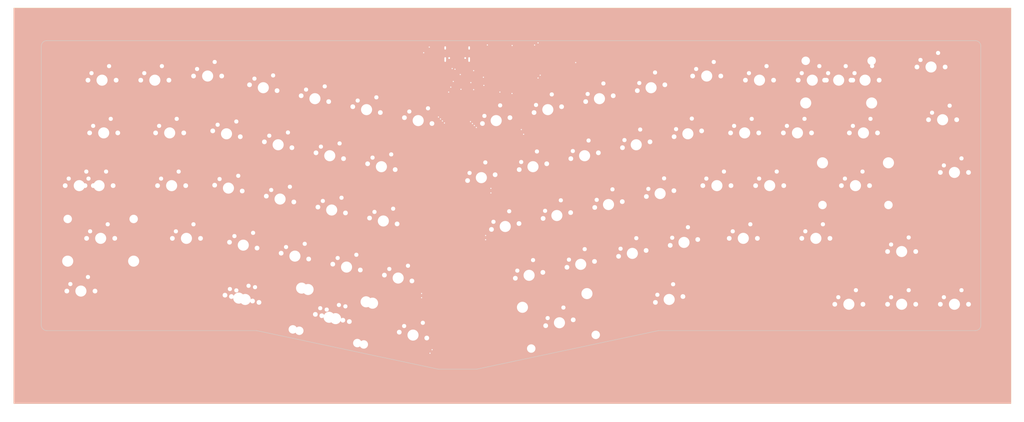
<source format=kicad_pcb>
(kicad_pcb (version 20171130) (host pcbnew "(5.1.4)-1")
  (layers (0 F.Cu signal hide) (31 B.Cu signal) (34 B.Paste user hide) (35 F.Paste user) (36 B.SilkS user) (37 F.SilkS user) (38 B.Mask user) (39 F.Mask user) (44 Edge.Cuts user))
  (net 0 "")
  (net 1 GND)
  (net 2 "Net-(C1-Pad1)")
  (net 3 "Net-(C2-Pad1)")
  (net 4 "Net-(C3-Pad1)")
  (net 5 +5V)
  (net 6 VCC)
  (net 7 "Net-(D1-Pad3)")
  (net 8 "Net-(D1-Pad2)")
  (net 9 "Net-(D2-Pad2)")
  (net 10 ROW0)
  (net 11 "Net-(D3-Pad2)")
  (net 12 "Net-(D4-Pad2)")
  (net 13 "Net-(D5-Pad2)")
  (net 14 "Net-(D6-Pad2)")
  (net 15 "Net-(D7-Pad2)")
  (net 16 "Net-(D8-Pad2)")
  (net 17 "Net-(D9-Pad2)")
  (net 18 "Net-(D10-Pad2)")
  (net 19 ROW1)
  (net 20 "Net-(D11-Pad2)")
  (net 21 "Net-(D12-Pad2)")
  (net 22 "Net-(D13-Pad2)")
  (net 23 "Net-(D14-Pad2)")
  (net 24 "Net-(D15-Pad2)")
  (net 25 "Net-(D16-Pad2)")
  (net 26 "Net-(D17-Pad2)")
  (net 27 "Net-(D18-Pad2)")
  (net 28 ROW2)
  (net 29 "Net-(D19-Pad2)")
  (net 30 "Net-(D20-Pad2)")
  (net 31 "Net-(D21-Pad2)")
  (net 32 "Net-(D22-Pad2)")
  (net 33 "Net-(D23-Pad2)")
  (net 34 "Net-(D24-Pad2)")
  (net 35 "Net-(D25-Pad2)")
  (net 36 "Net-(D26-Pad2)")
  (net 37 ROW3)
  (net 38 "Net-(D27-Pad2)")
  (net 39 "Net-(D28-Pad2)")
  (net 40 "Net-(D29-Pad2)")
  (net 41 "Net-(D30-Pad2)")
  (net 42 "Net-(D31-Pad2)")
  (net 43 "Net-(D32-Pad2)")
  (net 44 "Net-(D33-Pad2)")
  (net 45 ROW4)
  (net 46 "Net-(D34-Pad2)")
  (net 47 "Net-(D35-Pad2)")
  (net 48 "Net-(D36-Pad2)")
  (net 49 "Net-(D37-Pad2)")
  (net 50 "Net-(D38-Pad2)")
  (net 51 "Net-(D39-Pad2)")
  (net 52 ROW5)
  (net 53 "Net-(D40-Pad2)")
  (net 54 "Net-(D41-Pad2)")
  (net 55 "Net-(D42-Pad2)")
  (net 56 "Net-(D43-Pad2)")
  (net 57 "Net-(D44-Pad2)")
  (net 58 "Net-(D45-Pad2)")
  (net 59 "Net-(D46-Pad2)")
  (net 60 "Net-(D47-Pad2)")
  (net 61 ROW6)
  (net 62 "Net-(D48-Pad2)")
  (net 63 "Net-(D49-Pad2)")
  (net 64 "Net-(D50-Pad2)")
  (net 65 "Net-(D51-Pad2)")
  (net 66 "Net-(D52-Pad2)")
  (net 67 "Net-(D53-Pad2)")
  (net 68 ROW7)
  (net 69 "Net-(D54-Pad2)")
  (net 70 "Net-(D55-Pad2)")
  (net 71 "Net-(D56-Pad2)")
  (net 72 "Net-(D57-Pad2)")
  (net 73 "Net-(D58-Pad2)")
  (net 74 "Net-(D59-Pad2)")
  (net 75 "Net-(D60-Pad2)")
  (net 76 ROW8)
  (net 77 "Net-(D61-Pad2)")
  (net 78 "Net-(D62-Pad2)")
  (net 79 "Net-(D63-Pad2)")
  (net 80 "Net-(D64-Pad2)")
  (net 81 ROW9)
  (net 82 "Net-(D65-Pad2)")
  (net 83 "Net-(D66-Pad2)")
  (net 84 "Net-(D67-Pad2)")
  (net 85 "Net-(D68-Pad2)")
  (net 86 "Net-(D69-Pad2)")
  (net 87 COL5)
  (net 88 COL0)
  (net 89 COL1)
  (net 90 COL2)
  (net 91 COL3)
  (net 92 COL4)
  (net 93 COL6)
  (net 94 COL7)
  (net 95 "Net-(R1-Pad1)")
  (net 96 "Net-(R2-Pad2)")
  (net 97 "Net-(R3-Pad2)")
  (net 98 "Net-(R4-Pad2)")
  (net 99 D+)
  (net 100 D-)
  (net 101 "Net-(U1-Pad42)")
  (net 102 "Net-(U1-Pad22)")
  (net 103 "Net-(U1-Pad1)")
  (net 104 "Net-(USB1-Pad3)")
  (net 105 "Net-(USB1-Pad9)")
  (net 106 "Net-(U1-Pad11)")
  (net 107 "Net-(U1-Pad10)")
  (net 108 "Net-(U1-Pad9)")
  (net 109 "Net-(U1-Pad8)")
  (net 110 RGBLED)
  (net 111 "Net-(D70-Pad2)")
  (net 112 "Net-(D71-Pad2)")
  (net 113 "Net-(D72-Pad2)")
  (net 114 "Net-(D73-Pad2)")
  (net 115 "Net-(D74-Pad2)")
  (net 116 "Net-(D75-Pad2)")
  (net 117 "Net-(D76-Pad2)")
  (net 118 "Net-(D77-Pad2)")
  (net 119 "Net-(D78-Pad2)")
  (net 120 "Net-(D79-Pad2)")
  (net 121 "Net-(D80-Pad2)")
  (net 122 "Net-(D81-Pad2)")
  (net 123 "Net-(D82-Pad2)")
  (module "Type-C:silkscreen v1" (layer F.Cu) (at 205.232 109.855)
    (fp_text reference G*** hide)
    (fp_text value LOGO hide)
  )
  (module "Type-C:silkscreen v1" (layer B.Cu) (at 205.232 109.982)
    (fp_text reference G*** hide)
    (fp_text value LOGO hide)
  )
  (module "Type-C:silkscreen v2" (layer B.Cu) (at 81.026 138.557 180)
    (fp_text reference G*** hide)
    (fp_text value LOGO hide)
  )
  (module "Type-C:silkscreen v5" (layer B.Cu) (at 301.117 139.446 180)
    (fp_text reference G*** hide)
    (fp_text value LOGO hide)
  )
  (module "Type-C:silkscreen v5" (layer F.Cu) (at 296.672 143.002)
    (fp_text reference G*** hide)
    (fp_text value LOGO hide)
  )
  (module Type-C:SW_Cherry_MX_2.25u_PCB_Flipped (layer F.Cu) (at 331.606635 97.553194)
    (fp_text reference MX_RETURN1 (at -2.54 -2.794) (layer F.SilkS))
    (fp_text value MX-NoLED)
    (pad 1 thru_hole circle (at 0 0) (size 2.2 2.2) (drill 1.5) (layers *.Cu *.Mask) (net 93 COL6))
    (pad 2 thru_hole circle (at -6.35 2.54) (size 2.2 2.2) (drill 1.5) (layers *.Cu *.Mask) (net 58 "Net-(D45-Pad2)"))
    (pad "" np_thru_hole circle (at -2.54 5.08) (size 4 4) (drill 4) (layers *.Cu *.Mask))
    (pad "" np_thru_hole circle (at -7.62 5.08) (size 1.7 1.7) (drill 1.7) (layers *.Cu *.Mask))
    (pad "" np_thru_hole circle (at 2.54 5.08) (size 1.7 1.7) (drill 1.7) (layers *.Cu *.Mask))
    (pad "" np_thru_hole circle (at -14.44 -3.16 180) (size 4 4) (drill 4) (layers *.Cu *.Mask))
    (pad "" np_thru_hole circle (at 9.36 -3.16 180) (size 4 4) (drill 4) (layers *.Cu *.Mask))
    (pad "" np_thru_hole circle (at 9.36 12.08 180) (size 3.05 3.05) (drill 3.05) (layers *.Cu *.Mask))
    (pad "" np_thru_hole circle (at -14.44 12.08 180) (size 3.05 3.05) (drill 3.05) (layers *.Cu *.Mask))
  )
  (module Button_Switch_Keyboard:SW_Cherry_MX_2.25u_PCB (layer F.Cu) (at 59.195547 116.6011)
    (fp_text reference MX_LSHIFT1 (at -2.54 -2.794) (layer F.SilkS))
    (fp_text value MX-NoLED)
    (pad "" np_thru_hole circle (at 9.36 -1.92) (size 3.05 3.05) (drill 3.05) (layers *.Cu *.Mask))
    (pad "" np_thru_hole circle (at -14.44 -1.92) (size 3.05 3.05) (drill 3.05) (layers *.Cu *.Mask))
    (pad "" np_thru_hole circle (at -14.44 13.32) (size 4 4) (drill 4) (layers *.Cu *.Mask))
    (pad "" np_thru_hole circle (at 9.36 13.32) (size 4 4) (drill 4) (layers *.Cu *.Mask))
    (pad "" np_thru_hole circle (at 2.54 5.08) (size 1.7 1.7) (drill 1.7) (layers *.Cu *.Mask))
    (pad "" np_thru_hole circle (at -7.62 5.08) (size 1.7 1.7) (drill 1.7) (layers *.Cu *.Mask))
    (pad "" np_thru_hole circle (at -2.54 5.08) (size 4 4) (drill 4) (layers *.Cu *.Mask))
    (pad 2 thru_hole circle (at -6.35 2.54) (size 2.2 2.2) (drill 1.5) (layers *.Cu *.Mask) (net 60 "Net-(D47-Pad2)"))
    (pad 1 thru_hole circle (at 0 0) (size 2.2 2.2) (drill 1.5) (layers *.Cu *.Mask) (net 88 COL0))
  )
  (module Type-C:SW_Cherry_MX_2.25u_PCB_Flipped (layer F.Cu) (at 142.639155 145.762581 348)
    (fp_text reference MX_SPACE2 (at -2.54 -2.794 168) (layer F.SilkS))
    (fp_text value MX-NoLED)
    (pad 1 thru_hole circle (at 0 0 348) (size 2.2 2.2) (drill 1.5) (layers *.Cu *.Mask) (net 90 COL2))
    (pad 2 thru_hole circle (at -6.35 2.54 348) (size 2.2 2.2) (drill 1.5) (layers *.Cu *.Mask) (net 78 "Net-(D62-Pad2)"))
    (pad "" np_thru_hole circle (at -2.54 5.08 348) (size 4 4) (drill 4) (layers *.Cu *.Mask))
    (pad "" np_thru_hole circle (at -7.62 5.08 348) (size 1.7 1.7) (drill 1.7) (layers *.Cu *.Mask))
    (pad "" np_thru_hole circle (at 2.54 5.08 348) (size 1.7 1.7) (drill 1.7) (layers *.Cu *.Mask))
    (pad "" np_thru_hole circle (at -14.44 -3.16 168) (size 4 4) (drill 4) (layers *.Cu *.Mask))
    (pad "" np_thru_hole circle (at 9.36 -3.16 168) (size 4 4) (drill 4) (layers *.Cu *.Mask))
    (pad "" np_thru_hole circle (at 9.36 12.08 168) (size 3.05 3.05) (drill 3.05) (layers *.Cu *.Mask))
    (pad "" np_thru_hole circle (at -14.44 12.08 168) (size 3.05 3.05) (drill 3.05) (layers *.Cu *.Mask))
  )
  (module Type-C:SW_Cherry_MX_2.00u_PCB_Flipped (layer F.Cu) (at 144.970081 146.258035 348)
    (fp_text reference MX_SPACE1 (at -2.54 -2.794 168) (layer F.SilkS))
    (fp_text value MX-NoLED)
    (pad 1 thru_hole circle (at 0 0 348) (size 2.2 2.2) (drill 1.5) (layers *.Cu *.Mask) (net 90 COL2))
    (pad 2 thru_hole circle (at -6.35 2.54 348) (size 2.2 2.2) (drill 1.5) (layers *.Cu *.Mask) (net 78 "Net-(D62-Pad2)"))
    (pad "" np_thru_hole circle (at -2.54 5.08 348) (size 4 4) (drill 4) (layers *.Cu *.Mask))
    (pad "" np_thru_hole circle (at -7.62 5.08 348) (size 1.7 1.7) (drill 1.7) (layers *.Cu *.Mask))
    (pad "" np_thru_hole circle (at 2.54 5.08 348) (size 1.7 1.7) (drill 1.7) (layers *.Cu *.Mask))
    (pad "" np_thru_hole circle (at -14.44 -3.16 168) (size 4 4) (drill 4) (layers *.Cu *.Mask))
    (pad "" np_thru_hole circle (at 9.36 -3.16 168) (size 4 4) (drill 4) (layers *.Cu *.Mask))
    (pad "" np_thru_hole circle (at 9.36 12.08 168) (size 3.05 3.05) (drill 3.05) (layers *.Cu *.Mask))
    (pad "" np_thru_hole circle (at -14.44 12.08 168) (size 3.05 3.05) (drill 3.05) (layers *.Cu *.Mask))
  )
  (module Type-C:SW_Cherry_MX_2.75u_PCB_Flipped (layer F.Cu) (at 223.65738 146.687028 12)
    (fp_text reference MX_SPACE3 (at -2.54 -2.794 12) (layer F.SilkS))
    (fp_text value MX-NoLED)
    (pad "" np_thru_hole circle (at -14.44 -3.16 282) (size 4 4) (drill 4) (layers *.Cu *.Mask))
    (pad "" np_thru_hole circle (at 9.36 -3.16 192) (size 4 4) (drill 4) (layers *.Cu *.Mask))
    (pad "" np_thru_hole circle (at 9.36 12.08 192) (size 3.05 3.05) (drill 3.05) (layers *.Cu *.Mask))
    (pad "" np_thru_hole circle (at -14.44 12.08 192) (size 3.05 3.05) (drill 3.05) (layers *.Cu *.Mask))
    (pad "" np_thru_hole circle (at 2.54 5.08 12) (size 1.7 1.7) (drill 1.7) (layers *.Cu *.Mask))
    (pad "" np_thru_hole circle (at -7.62 5.08 12) (size 1.7 1.7) (drill 1.7) (layers *.Cu *.Mask))
    (pad "" np_thru_hole circle (at -2.54 5.08 12) (size 4 4) (drill 4) (layers *.Cu *.Mask))
    (pad 2 thru_hole circle (at -6.35 2.54 12) (size 2.2 2.2) (drill 1.5) (layers *.Cu *.Mask) (net 82 "Net-(D65-Pad2)"))
    (pad 1 thru_hole circle (at 0 0 12) (size 2.2 2.2) (drill 1.5) (layers *.Cu *.Mask) (net 91 COL3))
  )
  (module Button_Switch_Keyboard:SW_Cherry_MX_2.00u_PCB (layer F.Cu) (at 325.546461 59.448248)
    (fp_text reference MX_#BKSP2 (at -2.54 -2.794) (layer F.SilkS))
    (fp_text value MX-NoLED)
    (pad "" np_thru_hole circle (at 9.36 -1.92) (size 3.05 3.05) (drill 3.05) (layers *.Cu *.Mask))
    (pad "" np_thru_hole circle (at -14.44 -1.92) (size 3.05 3.05) (drill 3.05) (layers *.Cu *.Mask))
    (pad "" np_thru_hole circle (at -14.44 13.32) (size 4 4) (drill 4) (layers *.Cu *.Mask))
    (pad "" np_thru_hole circle (at 9.36 13.32) (size 4 4) (drill 4) (layers *.Cu *.Mask))
    (pad "" np_thru_hole circle (at 2.54 5.08) (size 1.7 1.7) (drill 1.7) (layers *.Cu *.Mask))
    (pad "" np_thru_hole circle (at -7.62 5.08) (size 1.7 1.7) (drill 1.7) (layers *.Cu *.Mask))
    (pad "" np_thru_hole circle (at -2.54 5.08) (size 4 4) (drill 4) (layers *.Cu *.Mask))
    (pad 2 thru_hole circle (at -6.35 2.54) (size 2.2 2.2) (drill 1.5) (layers *.Cu *.Mask) (net 17 "Net-(D9-Pad2)"))
    (pad 1 thru_hole circle (at 0 0) (size 2.2 2.2) (drill 1.5) (layers *.Cu *.Mask) (net 94 COL7))
  )
  (module LED_SMD:LED_WS2812B_PLCC4_5.0x5.0mm_P3.2mm (layer B.Cu) (at 150.114 53.213 180)
    (fp_text reference D82 (at 0 3.5) (layer B.SilkS) (effects (justify mirror)))
    (fp_text value WS2812B)
    (fp_text user 1 (at -4.15 1.6) (layer B.SilkS) (effects (justify mirror)))
    (pad 1 smd rect (at -2.45 1.6 180) (size 1.5 1) (layers B.Cu B.Paste B.Mask) (net 5 +5V))
    (pad 2 smd rect (at -2.45 -1.6 180) (size 1.5 1) (layers B.Cu B.Paste B.Mask) (net 123 "Net-(D82-Pad2)"))
    (pad 4 smd rect (at 2.45 1.6 180) (size 1.5 1) (layers B.Cu B.Paste B.Mask) (net 122 "Net-(D81-Pad2)"))
    (pad 3 smd rect (at 2.45 -1.6 180) (size 1.5 1) (layers B.Cu B.Paste B.Mask) (net 1 GND))
  )
  (module LED_SMD:LED_WS2812B_PLCC4_5.0x5.0mm_P3.2mm (layer B.Cu) (at 74.041 53.213 180)
    (fp_text reference D81 (at 0 3.5) (layer B.SilkS) (effects (justify mirror)))
    (fp_text value WS2812B)
    (fp_text user 1 (at -4.15 1.6) (layer B.SilkS) (effects (justify mirror)))
    (pad 1 smd rect (at -2.45 1.6 180) (size 1.5 1) (layers B.Cu B.Paste B.Mask) (net 5 +5V))
    (pad 2 smd rect (at -2.45 -1.6 180) (size 1.5 1) (layers B.Cu B.Paste B.Mask) (net 122 "Net-(D81-Pad2)"))
    (pad 4 smd rect (at 2.45 1.6 180) (size 1.5 1) (layers B.Cu B.Paste B.Mask) (net 121 "Net-(D80-Pad2)"))
    (pad 3 smd rect (at 2.45 -1.6 180) (size 1.5 1) (layers B.Cu B.Paste B.Mask) (net 1 GND))
  )
  (module LED_SMD:LED_WS2812B_PLCC4_5.0x5.0mm_P3.2mm (layer B.Cu) (at 38.227 75.565 270)
    (fp_text reference D80 (at 0 3.5 90) (layer B.SilkS) (effects (justify mirror)))
    (fp_text value WS2812B)
    (fp_text user 1 (at -4.15 1.6 90) (layer B.SilkS) (effects (justify mirror)))
    (pad 1 smd rect (at -2.45 1.6 270) (size 1.5 1) (layers B.Cu B.Paste B.Mask) (net 5 +5V))
    (pad 2 smd rect (at -2.45 -1.6 270) (size 1.5 1) (layers B.Cu B.Paste B.Mask) (net 121 "Net-(D80-Pad2)"))
    (pad 4 smd rect (at 2.45 1.6 270) (size 1.5 1) (layers B.Cu B.Paste B.Mask) (net 120 "Net-(D79-Pad2)"))
    (pad 3 smd rect (at 2.45 -1.6 270) (size 1.5 1) (layers B.Cu B.Paste B.Mask) (net 1 GND))
  )
  (module LED_SMD:LED_WS2812B_PLCC4_5.0x5.0mm_P3.2mm (layer B.Cu) (at 38.227 130.429 270)
    (fp_text reference D79 (at 0 3.5 90) (layer B.SilkS) (effects (justify mirror)))
    (fp_text value WS2812B)
    (fp_text user 1 (at -4.15 1.6 90) (layer B.SilkS) (effects (justify mirror)))
    (pad 1 smd rect (at -2.45 1.6 270) (size 1.5 1) (layers B.Cu B.Paste B.Mask) (net 5 +5V))
    (pad 2 smd rect (at -2.45 -1.6 270) (size 1.5 1) (layers B.Cu B.Paste B.Mask) (net 120 "Net-(D79-Pad2)"))
    (pad 4 smd rect (at 2.45 1.6 270) (size 1.5 1) (layers B.Cu B.Paste B.Mask) (net 119 "Net-(D78-Pad2)"))
    (pad 3 smd rect (at 2.45 -1.6 270) (size 1.5 1) (layers B.Cu B.Paste B.Mask) (net 1 GND))
  )
  (module LED_SMD:LED_WS2812B_PLCC4_5.0x5.0mm_P3.2mm (layer B.Cu) (at 75.311 152.019)
    (fp_text reference D78 (at 0 3.5) (layer B.SilkS) (effects (justify mirror)))
    (fp_text value WS2812B)
    (fp_text user 1 (at -4.15 1.6) (layer B.SilkS) (effects (justify mirror)))
    (pad 1 smd rect (at -2.45 1.6) (size 1.5 1) (layers B.Cu B.Paste B.Mask) (net 5 +5V))
    (pad 2 smd rect (at -2.45 -1.6) (size 1.5 1) (layers B.Cu B.Paste B.Mask) (net 119 "Net-(D78-Pad2)"))
    (pad 4 smd rect (at 2.45 1.6) (size 1.5 1) (layers B.Cu B.Paste B.Mask) (net 118 "Net-(D77-Pad2)"))
    (pad 3 smd rect (at 2.45 -1.6) (size 1.5 1) (layers B.Cu B.Paste B.Mask) (net 1 GND))
  )
  (module LED_SMD:LED_WS2812B_PLCC4_5.0x5.0mm_P3.2mm (layer B.Cu) (at 157.226 160.909 348)
    (fp_text reference D77 (at 0 3.5 168) (layer B.SilkS) (effects (justify mirror)))
    (fp_text value WS2812B)
    (fp_text user 1 (at -4.15 1.6 168) (layer B.SilkS) (effects (justify mirror)))
    (pad 1 smd rect (at -2.45 1.6 348) (size 1.5 1) (layers B.Cu B.Paste B.Mask) (net 5 +5V))
    (pad 2 smd rect (at -2.45 -1.6 348) (size 1.5 1) (layers B.Cu B.Paste B.Mask) (net 118 "Net-(D77-Pad2)"))
    (pad 4 smd rect (at 2.45 1.6 348) (size 1.5 1) (layers B.Cu B.Paste B.Mask) (net 117 "Net-(D76-Pad2)"))
    (pad 3 smd rect (at 2.45 -1.6 348) (size 1.5 1) (layers B.Cu B.Paste B.Mask) (net 1 GND))
  )
  (module LED_SMD:LED_WS2812B_PLCC4_5.0x5.0mm_P3.2mm (layer B.Cu) (at 217.551 159.893 12)
    (fp_text reference D76 (at 0 3.5 12) (layer B.SilkS) (effects (justify mirror)))
    (fp_text value WS2812B)
    (fp_text user 1 (at -4.15 1.6 12) (layer B.SilkS) (effects (justify mirror)))
    (pad 1 smd rect (at -2.45 1.6 12) (size 1.5 1) (layers B.Cu B.Paste B.Mask) (net 5 +5V))
    (pad 2 smd rect (at -2.45 -1.6 12) (size 1.5 1) (layers B.Cu B.Paste B.Mask) (net 117 "Net-(D76-Pad2)"))
    (pad 4 smd rect (at 2.45 1.6 12) (size 1.5 1) (layers B.Cu B.Paste B.Mask) (net 116 "Net-(D75-Pad2)"))
    (pad 3 smd rect (at 2.45 -1.6 12) (size 1.5 1) (layers B.Cu B.Paste B.Mask) (net 1 GND))
  )
  (module LED_SMD:LED_WS2812B_PLCC4_5.0x5.0mm_P3.2mm (layer B.Cu) (at 284.226 152.019)
    (fp_text reference D75 (at 0 3.5) (layer B.SilkS) (effects (justify mirror)))
    (fp_text value WS2812B)
    (fp_text user 1 (at -4.15 1.6) (layer B.SilkS) (effects (justify mirror)))
    (pad 1 smd rect (at -2.45 1.6) (size 1.5 1) (layers B.Cu B.Paste B.Mask) (net 5 +5V))
    (pad 2 smd rect (at -2.45 -1.6) (size 1.5 1) (layers B.Cu B.Paste B.Mask) (net 116 "Net-(D75-Pad2)"))
    (pad 4 smd rect (at 2.45 1.6) (size 1.5 1) (layers B.Cu B.Paste B.Mask) (net 115 "Net-(D74-Pad2)"))
    (pad 3 smd rect (at 2.45 -1.6) (size 1.5 1) (layers B.Cu B.Paste B.Mask) (net 1 GND))
  )
  (module LED_SMD:LED_WS2812B_PLCC4_5.0x5.0mm_P3.2mm (layer B.Cu) (at 346.837 152.019)
    (fp_text reference D74 (at 0 3.5) (layer B.SilkS) (effects (justify mirror)))
    (fp_text value WS2812B)
    (fp_text user 1 (at -4.15 1.6) (layer B.SilkS) (effects (justify mirror)))
    (pad 1 smd rect (at -2.45 1.6) (size 1.5 1) (layers B.Cu B.Paste B.Mask) (net 5 +5V))
    (pad 2 smd rect (at -2.45 -1.6) (size 1.5 1) (layers B.Cu B.Paste B.Mask) (net 115 "Net-(D74-Pad2)"))
    (pad 4 smd rect (at 2.45 1.6) (size 1.5 1) (layers B.Cu B.Paste B.Mask) (net 114 "Net-(D73-Pad2)"))
    (pad 3 smd rect (at 2.45 -1.6) (size 1.5 1) (layers B.Cu B.Paste B.Mask) (net 1 GND))
  )
  (module LED_SMD:LED_WS2812B_PLCC4_5.0x5.0mm_P3.2mm (layer B.Cu) (at 371.348 130.302 90)
    (fp_text reference D73 (at 0 3.5 90) (layer B.SilkS) (effects (justify mirror)))
    (fp_text value WS2812B)
    (fp_text user 1 (at -4.15 1.6 90) (layer B.SilkS) (effects (justify mirror)))
    (pad 1 smd rect (at -2.45 1.6 90) (size 1.5 1) (layers B.Cu B.Paste B.Mask) (net 5 +5V))
    (pad 2 smd rect (at -2.45 -1.6 90) (size 1.5 1) (layers B.Cu B.Paste B.Mask) (net 114 "Net-(D73-Pad2)"))
    (pad 4 smd rect (at 2.45 1.6 90) (size 1.5 1) (layers B.Cu B.Paste B.Mask) (net 113 "Net-(D72-Pad2)"))
    (pad 3 smd rect (at 2.45 -1.6 90) (size 1.5 1) (layers B.Cu B.Paste B.Mask) (net 1 GND))
  )
  (module LED_SMD:LED_WS2812B_PLCC4_5.0x5.0mm_P3.2mm (layer B.Cu) (at 371.348 75.565 90)
    (fp_text reference D72 (at 0 3.5 90) (layer B.SilkS) (effects (justify mirror)))
    (fp_text value WS2812B)
    (fp_text user 1 (at -4.15 1.6 90) (layer B.SilkS) (effects (justify mirror)))
    (pad 1 smd rect (at -2.45 1.6 90) (size 1.5 1) (layers B.Cu B.Paste B.Mask) (net 5 +5V))
    (pad 2 smd rect (at -2.45 -1.6 90) (size 1.5 1) (layers B.Cu B.Paste B.Mask) (net 113 "Net-(D72-Pad2)"))
    (pad 4 smd rect (at 2.45 1.6 90) (size 1.5 1) (layers B.Cu B.Paste B.Mask) (net 112 "Net-(D71-Pad2)"))
    (pad 3 smd rect (at 2.45 -1.6 90) (size 1.5 1) (layers B.Cu B.Paste B.Mask) (net 1 GND))
  )
  (module LED_SMD:LED_WS2812B_PLCC4_5.0x5.0mm_P3.2mm (layer B.Cu) (at 346.837 53.213 180)
    (fp_text reference D71 (at 0 3.5) (layer B.SilkS) (effects (justify mirror)))
    (fp_text value WS2812B)
    (fp_text user 1 (at -4.15 1.6) (layer B.SilkS) (effects (justify mirror)))
    (pad 1 smd rect (at -2.45 1.6 180) (size 1.5 1) (layers B.Cu B.Paste B.Mask) (net 5 +5V))
    (pad 2 smd rect (at -2.45 -1.6 180) (size 1.5 1) (layers B.Cu B.Paste B.Mask) (net 112 "Net-(D71-Pad2)"))
    (pad 4 smd rect (at 2.45 1.6 180) (size 1.5 1) (layers B.Cu B.Paste B.Mask) (net 111 "Net-(D70-Pad2)"))
    (pad 3 smd rect (at 2.45 -1.6 180) (size 1.5 1) (layers B.Cu B.Paste B.Mask) (net 1 GND))
  )
  (module LED_SMD:LED_WS2812B_PLCC4_5.0x5.0mm_P3.2mm (layer B.Cu) (at 283.464 53.213 180)
    (fp_text reference D70 (at 0 3.5) (layer B.SilkS) (effects (justify mirror)))
    (fp_text value WS2812B)
    (fp_text user 1 (at -4.15 1.6) (layer B.SilkS) (effects (justify mirror)))
    (pad 1 smd rect (at -2.45 1.6 180) (size 1.5 1) (layers B.Cu B.Paste B.Mask) (net 5 +5V))
    (pad 2 smd rect (at -2.45 -1.6 180) (size 1.5 1) (layers B.Cu B.Paste B.Mask) (net 111 "Net-(D70-Pad2)"))
    (pad 4 smd rect (at 2.45 1.6 180) (size 1.5 1) (layers B.Cu B.Paste B.Mask) (net 86 "Net-(D69-Pad2)"))
    (pad 3 smd rect (at 2.45 -1.6 180) (size 1.5 1) (layers B.Cu B.Paste B.Mask) (net 1 GND))
  )
  (module LED_SMD:LED_WS2812B_PLCC4_5.0x5.0mm_P3.2mm (layer B.Cu) (at 219.202 53.213 180)
    (fp_text reference D69 (at 0 3.5) (layer B.SilkS) (effects (justify mirror)))
    (fp_text value WS2812B)
    (fp_text user 1 (at -4.15 1.6) (layer B.SilkS) (effects (justify mirror)))
    (pad 1 smd rect (at -2.45 1.6 180) (size 1.5 1) (layers B.Cu B.Paste B.Mask) (net 5 +5V))
    (pad 2 smd rect (at -2.45 -1.6 180) (size 1.5 1) (layers B.Cu B.Paste B.Mask) (net 86 "Net-(D69-Pad2)"))
    (pad 4 smd rect (at 2.45 1.6 180) (size 1.5 1) (layers B.Cu B.Paste B.Mask) (net 110 RGBLED))
    (pad 3 smd rect (at 2.45 -1.6 180) (size 1.5 1) (layers B.Cu B.Paste B.Mask) (net 1 GND))
  )
  (module Capacitor_SMD:C_0805_2012Metric (layer B.Cu) (at 80.391 152.4785 90)
    (fp_text reference C18 (at 0 1.65 270) (layer B.SilkS) (effects (justify mirror)))
    (fp_text value 0.1uF)
    (pad 2 smd roundrect (at 0.9375 0 90) (size 0.975 1.4) (layers B.Cu B.Paste B.Mask) (net 1 GND))
    (pad 1 smd roundrect (at -0.9375 0 90) (size 0.975 1.4) (layers B.Cu B.Paste B.Mask) (net 5 +5V))
  )
  (module Button_Switch_Keyboard:SW_Cherry_MX_1.00u_PCB (layer F.Cu) (at 200.827103 73.638406 12)
    (fp_text reference MX_#7 (at -2.54 -2.794 12) (layer F.SilkS))
    (fp_text value MX-NoLED)
    (pad "" np_thru_hole circle (at 2.54 5.08 12) (size 1.7 1.7) (drill 1.7) (layers *.Cu *.Mask))
    (pad "" np_thru_hole circle (at -7.62 5.08 12) (size 1.7 1.7) (drill 1.7) (layers *.Cu *.Mask))
    (pad "" np_thru_hole circle (at -2.54 5.08 12) (size 4 4) (drill 4) (layers *.Cu *.Mask))
    (pad 2 thru_hole circle (at -6.35 2.54 12) (size 2.2 2.2) (drill 1.5) (layers *.Cu *.Mask) (net 22 "Net-(D13-Pad2)"))
    (pad 1 thru_hole circle (at 0 0 12) (size 2.2 2.2) (drill 1.5) (layers *.Cu *.Mask) (net 91 COL3))
  )
  (module Button_Switch_Keyboard:SW_Cherry_MX_1.00u_PCB (layer F.Cu) (at 277.922079 57.951615)
    (fp_text reference MX_#-1 (at -2.54 -2.794) (layer F.SilkS))
    (fp_text value MX-NoLED)
    (pad "" np_thru_hole circle (at 2.54 5.08) (size 1.7 1.7) (drill 1.7) (layers *.Cu *.Mask))
    (pad "" np_thru_hole circle (at -7.62 5.08) (size 1.7 1.7) (drill 1.7) (layers *.Cu *.Mask))
    (pad "" np_thru_hole circle (at -2.54 5.08) (size 4 4) (drill 4) (layers *.Cu *.Mask))
    (pad 2 thru_hole circle (at -6.35 2.54) (size 2.2 2.2) (drill 1.5) (layers *.Cu *.Mask) (net 24 "Net-(D15-Pad2)"))
    (pad 1 thru_hole circle (at 0 0) (size 2.2 2.2) (drill 1.5) (layers *.Cu *.Mask) (net 87 COL5))
  )
  (module Crystal:Crystal_SMD_3225-4Pin_3.2x2.5mm_HandSoldering (layer B.Cu) (at 234.135 59.048 180)
    (fp_text reference Y1 (at 0 3.05 180) (layer B.SilkS) (effects (justify mirror)))
    (fp_text value 16MHz)
    (pad 4 smd rect (at -1.45 1.15 180) (size 2.1 1.8) (layers B.Cu B.Paste B.Mask) (net 1 GND))
    (pad 3 smd rect (at 1.45 1.15 180) (size 2.1 1.8) (layers B.Cu B.Paste B.Mask) (net 3 "Net-(C2-Pad1)"))
    (pad 2 smd rect (at 1.45 -1.15 180) (size 2.1 1.8) (layers B.Cu B.Paste B.Mask) (net 1 GND))
    (pad 1 smd rect (at -1.45 -1.15 180) (size 2.1 1.8) (layers B.Cu B.Paste B.Mask) (net 2 "Net-(C1-Pad1)"))
  )
  (module Type-C:HRO-TYPE-C-31-M-12-Assembly (layer B.Cu) (at 185.324 50.292)
    (fp_text reference USB1 (at 0 9.25) (layer B.SilkS) (effects (justify mirror)))
    (fp_text value HRO-TYPE-C-31-M-12)
    (pad 12 smd rect (at 3.225 7.695) (size 0.6 1.45) (layers B.Cu B.Paste B.Mask) (net 1 GND))
    (pad 1 smd rect (at -3.225 7.695) (size 0.6 1.45) (layers B.Cu B.Paste B.Mask) (net 1 GND))
    (pad 11 smd rect (at 2.45 7.695) (size 0.6 1.45) (layers B.Cu B.Paste B.Mask) (net 6 VCC))
    (pad 2 smd rect (at -2.45 7.695) (size 0.6 1.45) (layers B.Cu B.Paste B.Mask) (net 6 VCC))
    (pad 3 smd rect (at -1.75 7.695) (size 0.3 1.45) (layers B.Cu B.Paste B.Mask) (net 104 "Net-(USB1-Pad3)"))
    (pad 10 smd rect (at 1.75 7.695) (size 0.3 1.45) (layers B.Cu B.Paste B.Mask) (net 98 "Net-(R4-Pad2)"))
    (pad 4 smd rect (at -1.25 7.695) (size 0.3 1.45) (layers B.Cu B.Paste B.Mask) (net 97 "Net-(R3-Pad2)"))
    (pad 9 smd rect (at 1.25 7.695) (size 0.3 1.45) (layers B.Cu B.Paste B.Mask) (net 105 "Net-(USB1-Pad9)"))
    (pad 5 smd rect (at -0.75 7.695) (size 0.3 1.45) (layers B.Cu B.Paste B.Mask) (net 8 "Net-(D1-Pad2)"))
    (pad 8 smd rect (at 0.75 7.695) (size 0.3 1.45) (layers B.Cu B.Paste B.Mask) (net 7 "Net-(D1-Pad3)"))
    (pad 7 smd rect (at 0.25 7.695) (size 0.3 1.45) (layers B.Cu B.Paste B.Mask) (net 8 "Net-(D1-Pad2)"))
    (pad 6 smd rect (at -0.25 7.695) (size 0.3 1.45) (layers B.Cu B.Paste B.Mask) (net 7 "Net-(D1-Pad3)"))
    (pad "" np_thru_hole circle (at 2.89 6.25) (size 0.65 0.65) (drill 0.65) (layers *.Cu *.Mask))
    (pad "" np_thru_hole circle (at -2.89 6.25) (size 0.65 0.65) (drill 0.65) (layers *.Cu *.Mask))
    (pad 13 thru_hole oval (at -4.32 6.78) (size 1 2.1) (drill oval 0.6 1.7) (layers *.Cu *.Mask) (net 1 GND))
    (pad 13 thru_hole oval (at 4.32 6.78) (size 1 2.1) (drill oval 0.6 1.7) (layers *.Cu *.Mask) (net 1 GND))
    (pad 13 thru_hole oval (at -4.32 2.6) (size 1 1.6) (drill oval 0.6 1.2) (layers *.Cu *.Mask) (net 1 GND))
    (pad 13 thru_hole oval (at 4.32 2.6) (size 1 1.6) (drill oval 0.6 1.2) (layers *.Cu *.Mask) (net 1 GND))
  )
  (module Button_Switch_Keyboard:SW_Cherry_MX_1.50u_PCB (layer F.Cu) (at 334.484773 78.505067)
    (fp_text reference MX_BCKSP1 (at -2.54 -2.794) (layer F.SilkS))
    (fp_text value MX-NoLED)
    (pad "" np_thru_hole circle (at 2.54 5.08) (size 1.7 1.7) (drill 1.7) (layers *.Cu *.Mask))
    (pad "" np_thru_hole circle (at -7.62 5.08) (size 1.7 1.7) (drill 1.7) (layers *.Cu *.Mask))
    (pad "" np_thru_hole circle (at -2.54 5.08) (size 4 4) (drill 4) (layers *.Cu *.Mask))
    (pad 2 thru_hole circle (at -6.35 2.54) (size 2.2 2.2) (drill 1.5) (layers *.Cu *.Mask) (net 43 "Net-(D32-Pad2)"))
    (pad 1 thru_hole circle (at 0 0) (size 2.2 2.2) (drill 1.5) (layers *.Cu *.Mask) (net 94 COL7))
  )
  (module Button_Switch_Keyboard:SW_Cherry_MX_1.50u_PCB (layer F.Cu) (at 263.25573 138.270139 12)
    (fp_text reference MX_RALT1 (at -2.54 -2.794 12) (layer F.SilkS))
    (fp_text value MX-NoLED)
    (pad "" np_thru_hole circle (at 2.54 5.08 12) (size 1.7 1.7) (drill 1.7) (layers *.Cu *.Mask))
    (pad "" np_thru_hole circle (at -7.62 5.08 12) (size 1.7 1.7) (drill 1.7) (layers *.Cu *.Mask))
    (pad "" np_thru_hole circle (at -2.54 5.08 12) (size 4 4) (drill 4) (layers *.Cu *.Mask))
    (pad 2 thru_hole circle (at -6.35 2.54 12) (size 2.2 2.2) (drill 1.5) (layers *.Cu *.Mask) (net 79 "Net-(D63-Pad2)"))
    (pad 1 thru_hole circle (at 0 0 12) (size 2.2 2.2) (drill 1.5) (layers *.Cu *.Mask) (net 92 COL4))
  )
  (module Button_Switch_Keyboard:SW_Cherry_MX_1.50u_PCB (layer F.Cu) (at 52.063553 135.653134)
    (fp_text reference MX_LCTRL1 (at -2.54 -2.794) (layer F.SilkS))
    (fp_text value MX-NoLED)
    (pad "" np_thru_hole circle (at 2.54 5.08) (size 1.7 1.7) (drill 1.7) (layers *.Cu *.Mask))
    (pad "" np_thru_hole circle (at -7.62 5.08) (size 1.7 1.7) (drill 1.7) (layers *.Cu *.Mask))
    (pad "" np_thru_hole circle (at -2.54 5.08) (size 4 4) (drill 4) (layers *.Cu *.Mask))
    (pad 2 thru_hole circle (at -6.35 2.54) (size 2.2 2.2) (drill 1.5) (layers *.Cu *.Mask) (net 75 "Net-(D60-Pad2)"))
    (pad 1 thru_hole circle (at 0 0) (size 2.2 2.2) (drill 1.5) (layers *.Cu *.Mask) (net 88 COL0))
  )
  (module Button_Switch_Keyboard:SW_Cherry_MX_1.50u_PCB (layer F.Cu) (at 112.357661 139.326051 348)
    (fp_text reference MX_LALT2 (at -2.54 -2.794 168) (layer F.SilkS))
    (fp_text value MX-NoLED)
    (pad "" np_thru_hole circle (at 2.54 5.08 348) (size 1.7 1.7) (drill 1.7) (layers *.Cu *.Mask))
    (pad "" np_thru_hole circle (at -7.62 5.08 348) (size 1.7 1.7) (drill 1.7) (layers *.Cu *.Mask))
    (pad "" np_thru_hole circle (at -2.54 5.08 348) (size 4 4) (drill 4) (layers *.Cu *.Mask))
    (pad 2 thru_hole circle (at -6.35 2.54 348) (size 2.2 2.2) (drill 1.5) (layers *.Cu *.Mask) (net 77 "Net-(D61-Pad2)"))
    (pad 1 thru_hole circle (at 0 0 348) (size 2.2 2.2) (drill 1.5) (layers *.Cu *.Mask) (net 89 COL1))
  )
  (module Button_Switch_Keyboard:SW_Cherry_MX_1.50u_PCB (layer F.Cu) (at 60.290104 78.499603)
    (fp_text reference MX_#TAB1 (at -2.54 -2.794) (layer F.SilkS))
    (fp_text value MX-NoLED)
    (pad "" np_thru_hole circle (at 2.54 5.08) (size 1.7 1.7) (drill 1.7) (layers *.Cu *.Mask))
    (pad "" np_thru_hole circle (at -7.62 5.08) (size 1.7 1.7) (drill 1.7) (layers *.Cu *.Mask))
    (pad "" np_thru_hole circle (at -2.54 5.08) (size 4 4) (drill 4) (layers *.Cu *.Mask))
    (pad 2 thru_hole circle (at -6.35 2.54) (size 2.2 2.2) (drill 1.5) (layers *.Cu *.Mask) (net 27 "Net-(D18-Pad2)"))
    (pad 1 thru_hole circle (at 0 0) (size 2.2 2.2) (drill 1.5) (layers *.Cu *.Mask) (net 88 COL0))
  )
  (module Button_Switch_Keyboard:SW_Cherry_MX_1.00u_PCB (layer F.Cu) (at 51.467556 97.556034)
    (fp_text reference MX_CAPS2 (at -2.54 -2.794) (layer F.SilkS))
    (fp_text value MX-NoLED)
    (pad "" np_thru_hole circle (at 2.54 5.08) (size 1.7 1.7) (drill 1.7) (layers *.Cu *.Mask))
    (pad "" np_thru_hole circle (at -7.62 5.08) (size 1.7 1.7) (drill 1.7) (layers *.Cu *.Mask))
    (pad "" np_thru_hole circle (at -2.54 5.08) (size 4 4) (drill 4) (layers *.Cu *.Mask))
    (pad 2 thru_hole circle (at -6.35 2.54) (size 2.2 2.2) (drill 1.5) (layers *.Cu *.Mask) (net 44 "Net-(D33-Pad2)"))
    (pad 1 thru_hole circle (at 0 0) (size 2.2 2.2) (drill 1.5) (layers *.Cu *.Mask) (net 88 COL0))
  )
  (module Package_QFP:TQFP-44_10x10mm_P0.8mm (layer B.Cu) (at 203.2 60.706 315)
    (fp_text reference U1 (at 0 7.450001 315) (layer B.SilkS) (effects (justify mirror)))
    (fp_text value ATmega32U4-AU)
    (pad 44 smd rect (at -4 5.7 225) (size 1.5 0.55) (layers B.Cu B.Paste B.Mask) (net 5 +5V))
    (pad 43 smd rect (at -3.2 5.7 225) (size 1.5 0.55) (layers B.Cu B.Paste B.Mask) (net 1 GND))
    (pad 42 smd rect (at -2.4 5.7 225) (size 1.5 0.55) (layers B.Cu B.Paste B.Mask) (net 101 "Net-(U1-Pad42)"))
    (pad 41 smd rect (at -1.6 5.7 225) (size 1.5 0.55) (layers B.Cu B.Paste B.Mask) (net 88 COL0))
    (pad 40 smd rect (at -0.8 5.7 225) (size 1.5 0.55) (layers B.Cu B.Paste B.Mask) (net 89 COL1))
    (pad 39 smd rect (at 0 5.7 225) (size 1.5 0.55) (layers B.Cu B.Paste B.Mask) (net 90 COL2))
    (pad 38 smd rect (at 0.8 5.7 225) (size 1.5 0.55) (layers B.Cu B.Paste B.Mask) (net 81 ROW9))
    (pad 37 smd rect (at 1.6 5.7 225) (size 1.5 0.55) (layers B.Cu B.Paste B.Mask) (net 76 ROW8))
    (pad 36 smd rect (at 2.4 5.7 225) (size 1.5 0.55) (layers B.Cu B.Paste B.Mask) (net 68 ROW7))
    (pad 35 smd rect (at 3.2 5.7 225) (size 1.5 0.55) (layers B.Cu B.Paste B.Mask) (net 1 GND))
    (pad 34 smd rect (at 4 5.7 225) (size 1.5 0.55) (layers B.Cu B.Paste B.Mask) (net 5 +5V))
    (pad 33 smd rect (at 5.7 4 315) (size 1.5 0.55) (layers B.Cu B.Paste B.Mask) (net 96 "Net-(R2-Pad2)"))
    (pad 32 smd rect (at 5.7 3.2 315) (size 1.5 0.55) (layers B.Cu B.Paste B.Mask) (net 61 ROW6))
    (pad 31 smd rect (at 5.7 2.4 315) (size 1.5 0.55) (layers B.Cu B.Paste B.Mask) (net 52 ROW5))
    (pad 30 smd rect (at 5.7 1.6 315) (size 1.5 0.55) (layers B.Cu B.Paste B.Mask) (net 45 ROW4))
    (pad 29 smd rect (at 5.7 0.8 315) (size 1.5 0.55) (layers B.Cu B.Paste B.Mask) (net 37 ROW3))
    (pad 28 smd rect (at 5.7 0 315) (size 1.5 0.55) (layers B.Cu B.Paste B.Mask) (net 28 ROW2))
    (pad 27 smd rect (at 5.7 -0.8 315) (size 1.5 0.55) (layers B.Cu B.Paste B.Mask) (net 91 COL3))
    (pad 26 smd rect (at 5.7 -1.6 315) (size 1.5 0.55) (layers B.Cu B.Paste B.Mask) (net 19 ROW1))
    (pad 25 smd rect (at 5.7 -2.4 315) (size 1.5 0.55) (layers B.Cu B.Paste B.Mask) (net 10 ROW0))
    (pad 24 smd rect (at 5.7 -3.2 315) (size 1.5 0.55) (layers B.Cu B.Paste B.Mask) (net 5 +5V))
    (pad 23 smd rect (at 5.7 -4 315) (size 1.5 0.55) (layers B.Cu B.Paste B.Mask) (net 1 GND))
    (pad 22 smd rect (at 4 -5.7 225) (size 1.5 0.55) (layers B.Cu B.Paste B.Mask) (net 102 "Net-(U1-Pad22)"))
    (pad 21 smd rect (at 3.2 -5.7 225) (size 1.5 0.55) (layers B.Cu B.Paste B.Mask) (net 92 COL4))
    (pad 20 smd rect (at 2.4 -5.7 225) (size 1.5 0.55) (layers B.Cu B.Paste B.Mask) (net 87 COL5))
    (pad 19 smd rect (at 1.6 -5.7 225) (size 1.5 0.55) (layers B.Cu B.Paste B.Mask) (net 93 COL6))
    (pad 18 smd rect (at 0.8 -5.7 225) (size 1.5 0.55) (layers B.Cu B.Paste B.Mask) (net 94 COL7))
    (pad 17 smd rect (at 0 -5.7 225) (size 1.5 0.55) (layers B.Cu B.Paste B.Mask) (net 2 "Net-(C1-Pad1)"))
    (pad 16 smd rect (at -0.8 -5.7 225) (size 1.5 0.55) (layers B.Cu B.Paste B.Mask) (net 3 "Net-(C2-Pad1)"))
    (pad 15 smd rect (at -1.6 -5.7 225) (size 1.5 0.55) (layers B.Cu B.Paste B.Mask) (net 1 GND))
    (pad 14 smd rect (at -2.4 -5.7 225) (size 1.5 0.55) (layers B.Cu B.Paste B.Mask) (net 5 +5V))
    (pad 13 smd rect (at -3.2 -5.7 225) (size 1.5 0.55) (layers B.Cu B.Paste B.Mask) (net 95 "Net-(R1-Pad1)"))
    (pad 12 smd rect (at -4 -5.7 225) (size 1.5 0.55) (layers B.Cu B.Paste B.Mask) (net 110 RGBLED))
    (pad 11 smd rect (at -5.7 -4 315) (size 1.5 0.55) (layers B.Cu B.Paste B.Mask) (net 106 "Net-(U1-Pad11)"))
    (pad 10 smd rect (at -5.7 -3.2 315) (size 1.5 0.55) (layers B.Cu B.Paste B.Mask) (net 107 "Net-(U1-Pad10)"))
    (pad 9 smd rect (at -5.7 -2.4 315) (size 1.5 0.55) (layers B.Cu B.Paste B.Mask) (net 108 "Net-(U1-Pad9)"))
    (pad 8 smd rect (at -5.7 -1.6 315) (size 1.5 0.55) (layers B.Cu B.Paste B.Mask) (net 109 "Net-(U1-Pad8)"))
    (pad 7 smd rect (at -5.7 -0.8 315) (size 1.5 0.55) (layers B.Cu B.Paste B.Mask) (net 5 +5V))
    (pad 6 smd rect (at -5.7 0 315) (size 1.5 0.55) (layers B.Cu B.Paste B.Mask) (net 4 "Net-(C3-Pad1)"))
    (pad 5 smd rect (at -5.7 0.8 315) (size 1.5 0.55) (layers B.Cu B.Paste B.Mask) (net 1 GND))
    (pad 4 smd rect (at -5.7 1.6 315) (size 1.5 0.55) (layers B.Cu B.Paste B.Mask) (net 99 D+))
    (pad 3 smd rect (at -5.7 2.4 315) (size 1.5 0.55) (layers B.Cu B.Paste B.Mask) (net 100 D-))
    (pad 2 smd rect (at -5.7 3.2 315) (size 1.5 0.55) (layers B.Cu B.Paste B.Mask) (net 5 +5V))
    (pad 1 smd rect (at -5.7 4 315) (size 1.5 0.55) (layers B.Cu B.Paste B.Mask) (net 103 "Net-(U1-Pad1)"))
  )
  (module Button_Switch_SMD:SW_SPST_SKQG_WithStem (layer B.Cu) (at 165.481 55.499 180)
    (fp_text reference SW1 (at 0 3.6) (layer B.SilkS) (effects (justify mirror)))
    (fp_text value SW_Push)
    (pad 2 smd rect (at 3.1 -1.85 180) (size 1.8 1.1) (layers B.Cu B.Paste B.Mask) (net 95 "Net-(R1-Pad1)"))
    (pad 2 smd rect (at -3.1 -1.85 180) (size 1.8 1.1) (layers B.Cu B.Paste B.Mask) (net 95 "Net-(R1-Pad1)"))
    (pad 1 smd rect (at 3.1 1.85 180) (size 1.8 1.1) (layers B.Cu B.Paste B.Mask) (net 1 GND))
    (pad 1 smd rect (at -3.1 1.85 180) (size 1.8 1.1) (layers B.Cu B.Paste B.Mask) (net 1 GND))
  )
  (module Resistor_SMD:R_0805_2012Metric (layer B.Cu) (at 187.4035 66.167)
    (fp_text reference R6 (at 0 1.65 180) (layer B.SilkS) (effects (justify mirror)))
    (fp_text value 22)
    (pad 2 smd roundrect (at 0.9375 0) (size 0.975 1.4) (layers B.Cu B.Paste B.Mask) (net 100 D-))
    (pad 1 smd roundrect (at -0.9375 0) (size 0.975 1.4) (layers B.Cu B.Paste B.Mask) (net 7 "Net-(D1-Pad3)"))
  )
  (module Resistor_SMD:R_0805_2012Metric (layer B.Cu) (at 187.4035 64.135)
    (fp_text reference R5 (at 0 1.65 180) (layer B.SilkS) (effects (justify mirror)))
    (fp_text value 22)
    (pad 2 smd roundrect (at 0.9375 0) (size 0.975 1.4) (layers B.Cu B.Paste B.Mask) (net 99 D+))
    (pad 1 smd roundrect (at -0.9375 0) (size 0.975 1.4) (layers B.Cu B.Paste B.Mask) (net 8 "Net-(D1-Pad2)"))
  )
  (module Resistor_SMD:R_0805_2012Metric (layer B.Cu) (at 186.436 70.104 270)
    (fp_text reference R4 (at 0 1.65 270) (layer B.SilkS) (effects (justify mirror)))
    (fp_text value 5.1k)
    (pad 2 smd roundrect (at 0.9375 0 270) (size 0.975 1.4) (layers B.Cu B.Paste B.Mask) (net 98 "Net-(R4-Pad2)"))
    (pad 1 smd roundrect (at -0.9375 0 270) (size 0.975 1.4) (layers B.Cu B.Paste B.Mask) (net 1 GND))
  )
  (module Resistor_SMD:R_0805_2012Metric (layer B.Cu) (at 184.404 70.104 270)
    (fp_text reference R3 (at 0 1.65 270) (layer B.SilkS) (effects (justify mirror)))
    (fp_text value 5.1k)
    (pad 2 smd roundrect (at 0.9375 0 270) (size 0.975 1.4) (layers B.Cu B.Paste B.Mask) (net 97 "Net-(R3-Pad2)"))
    (pad 1 smd roundrect (at -0.9375 0 270) (size 0.975 1.4) (layers B.Cu B.Paste B.Mask) (net 1 GND))
  )
  (module Resistor_SMD:R_0805_2012Metric (layer B.Cu) (at 192.5805 66.421)
    (fp_text reference R2 (at 0 1.65 180) (layer B.SilkS) (effects (justify mirror)))
    (fp_text value 10k)
    (pad 2 smd roundrect (at 0.9375 0) (size 0.975 1.4) (layers B.Cu B.Paste B.Mask) (net 96 "Net-(R2-Pad2)"))
    (pad 1 smd roundrect (at -0.9375 0) (size 0.975 1.4) (layers B.Cu B.Paste B.Mask) (net 1 GND))
  )
  (module Resistor_SMD:R_0805_2012Metric (layer B.Cu) (at 171.577 58.166 270)
    (fp_text reference R1 (at 0 1.65 270) (layer B.SilkS) (effects (justify mirror)))
    (fp_text value 10k)
    (pad 2 smd roundrect (at 0.9375 0 270) (size 0.975 1.4) (layers B.Cu B.Paste B.Mask) (net 5 +5V))
    (pad 1 smd roundrect (at -0.9375 0 270) (size 0.975 1.4) (layers B.Cu B.Paste B.Mask) (net 95 "Net-(R1-Pad1)"))
  )
  (module Button_Switch_Keyboard:SW_Cherry_MX_1.00u_PCB (layer F.Cu) (at 90.148103 116.609963)
    (fp_text reference MX_Z1 (at -2.54 -2.794) (layer F.SilkS))
    (fp_text value MX-NoLED)
    (pad "" np_thru_hole circle (at 2.54 5.08) (size 1.7 1.7) (drill 1.7) (layers *.Cu *.Mask))
    (pad "" np_thru_hole circle (at -7.62 5.08) (size 1.7 1.7) (drill 1.7) (layers *.Cu *.Mask))
    (pad "" np_thru_hole circle (at -2.54 5.08) (size 4 4) (drill 4) (layers *.Cu *.Mask))
    (pad 2 thru_hole circle (at -6.35 2.54) (size 2.2 2.2) (drill 1.5) (layers *.Cu *.Mask) (net 67 "Net-(D53-Pad2)"))
    (pad 1 thru_hole circle (at 0 0) (size 2.2 2.2) (drill 1.5) (layers *.Cu *.Mask) (net 88 COL0))
  )
  (module Button_Switch_Keyboard:SW_Cherry_MX_1.00u_PCB (layer F.Cu) (at 195.470965 94.252477 12)
    (fp_text reference MX_Y1 (at -2.54 -2.794 12) (layer F.SilkS))
    (fp_text value MX-NoLED)
    (pad "" np_thru_hole circle (at 2.54 5.08 12) (size 1.7 1.7) (drill 1.7) (layers *.Cu *.Mask))
    (pad "" np_thru_hole circle (at -7.62 5.08 12) (size 1.7 1.7) (drill 1.7) (layers *.Cu *.Mask))
    (pad "" np_thru_hole circle (at -2.54 5.08 12) (size 4 4) (drill 4) (layers *.Cu *.Mask))
    (pad 2 thru_hole circle (at -6.35 2.54 12) (size 2.2 2.2) (drill 1.5) (layers *.Cu *.Mask) (net 31 "Net-(D21-Pad2)"))
    (pad 1 thru_hole circle (at 0 0 12) (size 2.2 2.2) (drill 1.5) (layers *.Cu *.Mask) (net 91 COL3))
  )
  (module Button_Switch_Keyboard:SW_Cherry_MX_1.00u_PCB (layer F.Cu) (at 111.662544 119.698827 348)
    (fp_text reference MX_X1 (at -2.54 -2.794 168) (layer F.SilkS))
    (fp_text value MX-NoLED)
    (pad "" np_thru_hole circle (at 2.54 5.08 348) (size 1.7 1.7) (drill 1.7) (layers *.Cu *.Mask))
    (pad "" np_thru_hole circle (at -7.62 5.08 348) (size 1.7 1.7) (drill 1.7) (layers *.Cu *.Mask))
    (pad "" np_thru_hole circle (at -2.54 5.08 348) (size 4 4) (drill 4) (layers *.Cu *.Mask))
    (pad 2 thru_hole circle (at -6.35 2.54 348) (size 2.2 2.2) (drill 1.5) (layers *.Cu *.Mask) (net 62 "Net-(D48-Pad2)"))
    (pad 1 thru_hole circle (at 0 0 348) (size 2.2 2.2) (drill 1.5) (layers *.Cu *.Mask) (net 89 COL1))
  )
  (module Button_Switch_Keyboard:SW_Cherry_MX_1.00u_PCB (layer F.Cu) (at 105.610025 79.466568 348)
    (fp_text reference MX_W1 (at -2.54 -2.794 168) (layer F.SilkS))
    (fp_text value MX-NoLED)
    (pad "" np_thru_hole circle (at 2.54 5.08 348) (size 1.7 1.7) (drill 1.7) (layers *.Cu *.Mask))
    (pad "" np_thru_hole circle (at -7.62 5.08 348) (size 1.7 1.7) (drill 1.7) (layers *.Cu *.Mask))
    (pad "" np_thru_hole circle (at -2.54 5.08 348) (size 4 4) (drill 4) (layers *.Cu *.Mask))
    (pad 2 thru_hole circle (at -6.35 2.54 348) (size 2.2 2.2) (drill 1.5) (layers *.Cu *.Mask) (net 29 "Net-(D19-Pad2)"))
    (pad 1 thru_hole circle (at 0 0 348) (size 2.2 2.2) (drill 1.5) (layers *.Cu *.Mask) (net 89 COL1))
  )
  (module Button_Switch_Keyboard:SW_Cherry_MX_1.00u_PCB (layer F.Cu) (at 148.929967 127.620262 348)
    (fp_text reference MX_V1 (at -2.54 -2.794 168) (layer F.SilkS))
    (fp_text value MX-NoLED)
    (pad "" np_thru_hole circle (at 2.54 5.08 348) (size 1.7 1.7) (drill 1.7) (layers *.Cu *.Mask))
    (pad "" np_thru_hole circle (at -7.62 5.08 348) (size 1.7 1.7) (drill 1.7) (layers *.Cu *.Mask))
    (pad "" np_thru_hole circle (at -2.54 5.08 348) (size 4 4) (drill 4) (layers *.Cu *.Mask))
    (pad 2 thru_hole circle (at -6.35 2.54 348) (size 2.2 2.2) (drill 1.5) (layers *.Cu *.Mask) (net 63 "Net-(D49-Pad2)"))
    (pad 1 thru_hole circle (at 0 0 348) (size 2.2 2.2) (drill 1.5) (layers *.Cu *.Mask) (net 90 COL2))
  )
  (module Button_Switch_Keyboard:SW_Cherry_MX_1.00u_PCB (layer F.Cu) (at 348.274687 121.36825)
    (fp_text reference MX_UP1 (at -2.54 -2.794) (layer F.SilkS))
    (fp_text value MX-NoLED)
    (pad "" np_thru_hole circle (at 2.54 5.08) (size 1.7 1.7) (drill 1.7) (layers *.Cu *.Mask))
    (pad "" np_thru_hole circle (at -7.62 5.08) (size 1.7 1.7) (drill 1.7) (layers *.Cu *.Mask))
    (pad "" np_thru_hole circle (at -2.54 5.08) (size 4 4) (drill 4) (layers *.Cu *.Mask))
    (pad 2 thru_hole circle (at -6.35 2.54) (size 2.2 2.2) (drill 1.5) (layers *.Cu *.Mask) (net 74 "Net-(D59-Pad2)"))
    (pad 1 thru_hole circle (at 0 0) (size 2.2 2.2) (drill 1.5) (layers *.Cu *.Mask) (net 93 COL6))
  )
  (module Button_Switch_Keyboard:SW_Cherry_MX_1.00u_PCB (layer F.Cu) (at 214.104677 90.291759 12)
    (fp_text reference MX_U1 (at -2.54 -2.794 12) (layer F.SilkS))
    (fp_text value MX-NoLED)
    (pad "" np_thru_hole circle (at 2.54 5.08 12) (size 1.7 1.7) (drill 1.7) (layers *.Cu *.Mask))
    (pad "" np_thru_hole circle (at -7.62 5.08 12) (size 1.7 1.7) (drill 1.7) (layers *.Cu *.Mask))
    (pad "" np_thru_hole circle (at -2.54 5.08 12) (size 4 4) (drill 4) (layers *.Cu *.Mask))
    (pad 2 thru_hole circle (at -6.35 2.54 12) (size 2.2 2.2) (drill 1.5) (layers *.Cu *.Mask) (net 40 "Net-(D29-Pad2)"))
    (pad 1 thru_hole circle (at 0 0 12) (size 2.2 2.2) (drill 1.5) (layers *.Cu *.Mask) (net 91 COL3))
  )
  (module Button_Switch_Keyboard:SW_Cherry_MX_1.00u_PCB (layer F.Cu) (at 161.51116 91.348721 348)
    (fp_text reference MX_T1 (at -2.54 -2.794 168) (layer F.SilkS))
    (fp_text value MX-NoLED)
    (pad "" np_thru_hole circle (at 2.54 5.08 348) (size 1.7 1.7) (drill 1.7) (layers *.Cu *.Mask))
    (pad "" np_thru_hole circle (at -7.62 5.08 348) (size 1.7 1.7) (drill 1.7) (layers *.Cu *.Mask))
    (pad "" np_thru_hole circle (at -2.54 5.08 348) (size 4 4) (drill 4) (layers *.Cu *.Mask))
    (pad 2 thru_hole circle (at -6.35 2.54 348) (size 2.2 2.2) (drill 1.5) (layers *.Cu *.Mask) (net 39 "Net-(D28-Pad2)"))
    (pad 1 thru_hole circle (at 0 0 348) (size 2.2 2.2) (drill 1.5) (layers *.Cu *.Mask) (net 90 COL2))
  )
  (module Button_Switch_Keyboard:SW_Cherry_MX_1.00u_PCB (layer F.Cu) (at 106.306406 99.084756 348)
    (fp_text reference MX_S1 (at -2.54 -2.794 168) (layer F.SilkS))
    (fp_text value MX-NoLED)
    (pad "" np_thru_hole circle (at 2.54 5.08 348) (size 1.7 1.7) (drill 1.7) (layers *.Cu *.Mask))
    (pad "" np_thru_hole circle (at -7.62 5.08 348) (size 1.7 1.7) (drill 1.7) (layers *.Cu *.Mask))
    (pad "" np_thru_hole circle (at -2.54 5.08 348) (size 4 4) (drill 4) (layers *.Cu *.Mask))
    (pad 2 thru_hole circle (at -6.35 2.54 348) (size 2.2 2.2) (drill 1.5) (layers *.Cu *.Mask) (net 46 "Net-(D34-Pad2)"))
    (pad 1 thru_hole circle (at 0 0 348) (size 2.2 2.2) (drill 1.5) (layers *.Cu *.Mask) (net 89 COL1))
  )
  (module Button_Switch_Keyboard:SW_Cherry_MX_1.75u_PCB (layer F.Cu) (at 317.315635 116.603194)
    (fp_text reference MX_RSHIFT1 (at -2.54 -2.794) (layer F.SilkS))
    (fp_text value MX-NoLED)
    (pad "" np_thru_hole circle (at 2.54 5.08) (size 1.7 1.7) (drill 1.7) (layers *.Cu *.Mask))
    (pad "" np_thru_hole circle (at -7.62 5.08) (size 1.7 1.7) (drill 1.7) (layers *.Cu *.Mask))
    (pad "" np_thru_hole circle (at -2.54 5.08) (size 4 4) (drill 4) (layers *.Cu *.Mask))
    (pad 2 thru_hole circle (at -6.35 2.54) (size 2.2 2.2) (drill 1.5) (layers *.Cu *.Mask) (net 73 "Net-(D58-Pad2)"))
    (pad 1 thru_hole circle (at 0 0) (size 2.2 2.2) (drill 1.5) (layers *.Cu *.Mask) (net 87 COL5))
  )
  (module Button_Switch_Keyboard:SW_Cherry_MX_1.00u_PCB (layer F.Cu) (at 367.324687 140.41825)
    (fp_text reference MX_RIGHT1 (at -2.54 -2.794) (layer F.SilkS))
    (fp_text value MX-NoLED)
    (pad "" np_thru_hole circle (at 2.54 5.08) (size 1.7 1.7) (drill 1.7) (layers *.Cu *.Mask))
    (pad "" np_thru_hole circle (at -7.62 5.08) (size 1.7 1.7) (drill 1.7) (layers *.Cu *.Mask))
    (pad "" np_thru_hole circle (at -2.54 5.08) (size 4 4) (drill 4) (layers *.Cu *.Mask))
    (pad 2 thru_hole circle (at -6.35 2.54) (size 2.2 2.2) (drill 1.5) (layers *.Cu *.Mask) (net 85 "Net-(D68-Pad2)"))
    (pad 1 thru_hole circle (at 0 0) (size 2.2 2.2) (drill 1.5) (layers *.Cu *.Mask) (net 94 COL7))
  )
  (module Button_Switch_Keyboard:SW_Cherry_MX_1.00u_PCB (layer F.Cu) (at 142.877448 87.388003 348)
    (fp_text reference MX_R1 (at -2.54 -2.794 168) (layer F.SilkS))
    (fp_text value MX-NoLED)
    (pad "" np_thru_hole circle (at 2.54 5.08 348) (size 1.7 1.7) (drill 1.7) (layers *.Cu *.Mask))
    (pad "" np_thru_hole circle (at -7.62 5.08 348) (size 1.7 1.7) (drill 1.7) (layers *.Cu *.Mask))
    (pad "" np_thru_hole circle (at -2.54 5.08 348) (size 4 4) (drill 4) (layers *.Cu *.Mask))
    (pad 2 thru_hole circle (at -6.35 2.54 348) (size 2.2 2.2) (drill 1.5) (layers *.Cu *.Mask) (net 30 "Net-(D20-Pad2)"))
    (pad 1 thru_hole circle (at 0 0 348) (size 2.2 2.2) (drill 1.5) (layers *.Cu *.Mask) (net 90 COL2))
  )
  (module Button_Switch_Keyboard:SW_Cherry_MX_1.00u_PCB (layer F.Cu) (at 84.100794 78.503458)
    (fp_text reference MX_Q1 (at -2.54 -2.794) (layer F.SilkS))
    (fp_text value MX-NoLED)
    (pad "" np_thru_hole circle (at 2.54 5.08) (size 1.7 1.7) (drill 1.7) (layers *.Cu *.Mask))
    (pad "" np_thru_hole circle (at -7.62 5.08) (size 1.7 1.7) (drill 1.7) (layers *.Cu *.Mask))
    (pad "" np_thru_hole circle (at -2.54 5.08) (size 4 4) (drill 4) (layers *.Cu *.Mask))
    (pad 2 thru_hole circle (at -6.35 2.54) (size 2.2 2.2) (drill 1.5) (layers *.Cu *.Mask) (net 36 "Net-(D26-Pad2)"))
    (pad 1 thru_hole circle (at 0 0) (size 2.2 2.2) (drill 1.5) (layers *.Cu *.Mask) (net 88 COL0))
  )
  (module Button_Switch_Keyboard:SW_Cherry_MX_1.00u_PCB (layer F.Cu) (at 363.056399 73.741926)
    (fp_text reference MX_PGDN1 (at -2.54 -2.794) (layer F.SilkS))
    (fp_text value MX-NoLED)
    (pad "" np_thru_hole circle (at 2.54 5.08) (size 1.7 1.7) (drill 1.7) (layers *.Cu *.Mask))
    (pad "" np_thru_hole circle (at -7.62 5.08) (size 1.7 1.7) (drill 1.7) (layers *.Cu *.Mask))
    (pad "" np_thru_hole circle (at -2.54 5.08) (size 4 4) (drill 4) (layers *.Cu *.Mask))
    (pad 2 thru_hole circle (at -6.35 2.54) (size 2.2 2.2) (drill 1.5) (layers *.Cu *.Mask) (net 35 "Net-(D25-Pad2)"))
    (pad 1 thru_hole circle (at 0 0) (size 2.2 2.2) (drill 1.5) (layers *.Cu *.Mask) (net 94 COL7))
  )
  (module Button_Switch_Keyboard:SW_Cherry_MX_1.00u_PCB (layer F.Cu) (at 270.005812 78.409606 12)
    (fp_text reference MX_P1 (at -2.54 -2.794 12) (layer F.SilkS))
    (fp_text value MX-NoLED)
    (pad "" np_thru_hole circle (at 2.54 5.08 12) (size 1.7 1.7) (drill 1.7) (layers *.Cu *.Mask))
    (pad "" np_thru_hole circle (at -7.62 5.08 12) (size 1.7 1.7) (drill 1.7) (layers *.Cu *.Mask))
    (pad "" np_thru_hole circle (at -2.54 5.08 12) (size 4 4) (drill 4) (layers *.Cu *.Mask))
    (pad 2 thru_hole circle (at -6.35 2.54 12) (size 2.2 2.2) (drill 1.5) (layers *.Cu *.Mask) (net 33 "Net-(D23-Pad2)"))
    (pad 1 thru_hole circle (at 0 0 12) (size 2.2 2.2) (drill 1.5) (layers *.Cu *.Mask) (net 87 COL5))
  )
  (module Button_Switch_Keyboard:SW_Cherry_MX_1.00u_PCB (layer F.Cu) (at 251.3721 82.370324 12)
    (fp_text reference MX_O1 (at -2.54 -2.794 12) (layer F.SilkS))
    (fp_text value MX-NoLED)
    (pad "" np_thru_hole circle (at 2.54 5.08 12) (size 1.7 1.7) (drill 1.7) (layers *.Cu *.Mask))
    (pad "" np_thru_hole circle (at -7.62 5.08 12) (size 1.7 1.7) (drill 1.7) (layers *.Cu *.Mask))
    (pad "" np_thru_hole circle (at -2.54 5.08 12) (size 4 4) (drill 4) (layers *.Cu *.Mask))
    (pad 2 thru_hole circle (at -6.35 2.54 12) (size 2.2 2.2) (drill 1.5) (layers *.Cu *.Mask) (net 41 "Net-(D30-Pad2)"))
    (pad 1 thru_hole circle (at 0 0 12) (size 2.2 2.2) (drill 1.5) (layers *.Cu *.Mask) (net 92 COL4))
  )
  (module Button_Switch_Keyboard:SW_Cherry_MX_1.00u_PCB (layer F.Cu) (at 212.703937 129.541025 12)
    (fp_text reference MX_N1 (at -2.54 -2.794 12) (layer F.SilkS))
    (fp_text value MX-NoLED)
    (pad "" np_thru_hole circle (at 2.54 5.08 12) (size 1.7 1.7) (drill 1.7) (layers *.Cu *.Mask))
    (pad "" np_thru_hole circle (at -7.62 5.08 12) (size 1.7 1.7) (drill 1.7) (layers *.Cu *.Mask))
    (pad "" np_thru_hole circle (at -2.54 5.08 12) (size 4 4) (drill 4) (layers *.Cu *.Mask))
    (pad 2 thru_hole circle (at -6.35 2.54 12) (size 2.2 2.2) (drill 1.5) (layers *.Cu *.Mask) (net 64 "Net-(D50-Pad2)"))
    (pad 1 thru_hole circle (at 0 0 12) (size 2.2 2.2) (drill 1.5) (layers *.Cu *.Mask) (net 91 COL3))
  )
  (module Button_Switch_Keyboard:SW_Cherry_MX_1.00u_PCB (layer F.Cu) (at 231.337649 125.580307 12)
    (fp_text reference MX_M1 (at -2.54 -2.794 12) (layer F.SilkS))
    (fp_text value MX-NoLED)
    (pad "" np_thru_hole circle (at 2.54 5.08 12) (size 1.7 1.7) (drill 1.7) (layers *.Cu *.Mask))
    (pad "" np_thru_hole circle (at -7.62 5.08 12) (size 1.7 1.7) (drill 1.7) (layers *.Cu *.Mask))
    (pad "" np_thru_hole circle (at -2.54 5.08 12) (size 4 4) (drill 4) (layers *.Cu *.Mask))
    (pad 2 thru_hole circle (at -6.35 2.54 12) (size 2.2 2.2) (drill 1.5) (layers *.Cu *.Mask) (net 71 "Net-(D56-Pad2)"))
    (pad 1 thru_hole circle (at 0 0 12) (size 2.2 2.2) (drill 1.5) (layers *.Cu *.Mask) (net 91 COL3))
  )
  (module Button_Switch_Keyboard:SW_Cherry_MX_1.00u_PCB (layer F.Cu) (at 172.920648 152.199111 348)
    (fp_text reference MX_LWIN1 (at -2.54 -2.794 168) (layer F.SilkS))
    (fp_text value MX-NoLED)
    (pad "" np_thru_hole circle (at 2.54 5.08 348) (size 1.7 1.7) (drill 1.7) (layers *.Cu *.Mask))
    (pad "" np_thru_hole circle (at -7.62 5.08 348) (size 1.7 1.7) (drill 1.7) (layers *.Cu *.Mask))
    (pad "" np_thru_hole circle (at -2.54 5.08 348) (size 4 4) (drill 4) (layers *.Cu *.Mask))
    (pad 2 thru_hole circle (at -6.35 2.54 348) (size 2.2 2.2) (drill 1.5) (layers *.Cu *.Mask) (net 80 "Net-(D64-Pad2)"))
    (pad 1 thru_hole circle (at 0 0 348) (size 2.2 2.2) (drill 1.5) (layers *.Cu *.Mask) (net 90 COL2))
  )
  (module Button_Switch_Keyboard:SW_Cherry_MX_1.00u_PCB (layer F.Cu) (at 329.224687 140.41825)
    (fp_text reference MX_LEFT1 (at -2.54 -2.794) (layer F.SilkS))
    (fp_text value MX-NoLED)
    (pad "" np_thru_hole circle (at 2.54 5.08) (size 1.7 1.7) (drill 1.7) (layers *.Cu *.Mask))
    (pad "" np_thru_hole circle (at -7.62 5.08) (size 1.7 1.7) (drill 1.7) (layers *.Cu *.Mask))
    (pad "" np_thru_hole circle (at -2.54 5.08) (size 4 4) (drill 4) (layers *.Cu *.Mask))
    (pad 2 thru_hole circle (at -6.35 2.54) (size 2.2 2.2) (drill 1.5) (layers *.Cu *.Mask) (net 83 "Net-(D66-Pad2)"))
    (pad 1 thru_hole circle (at 0 0) (size 2.2 2.2) (drill 1.5) (layers *.Cu *.Mask) (net 87 COL5))
  )
  (module Button_Switch_Keyboard:SW_Cherry_MX_1.25u_PCB (layer F.Cu) (at 110.02967 138.831221 348)
    (fp_text reference MX_LALT1 (at -2.54 -2.794 168) (layer F.SilkS))
    (fp_text value MX-NoLED)
    (pad "" np_thru_hole circle (at 2.54 5.08 348) (size 1.7 1.7) (drill 1.7) (layers *.Cu *.Mask))
    (pad "" np_thru_hole circle (at -7.62 5.08 348) (size 1.7 1.7) (drill 1.7) (layers *.Cu *.Mask))
    (pad "" np_thru_hole circle (at -2.54 5.08 348) (size 4 4) (drill 4) (layers *.Cu *.Mask))
    (pad 2 thru_hole circle (at -6.35 2.54 348) (size 2.2 2.2) (drill 1.5) (layers *.Cu *.Mask) (net 77 "Net-(D61-Pad2)"))
    (pad 1 thru_hole circle (at 0 0 348) (size 2.2 2.2) (drill 1.5) (layers *.Cu *.Mask) (net 89 COL1))
  )
  (module Button_Switch_Keyboard:SW_Cherry_MX_1.00u_PCB (layer F.Cu) (at 259.995569 100.015604 12)
    (fp_text reference MX_L1 (at -2.54 -2.794 12) (layer F.SilkS))
    (fp_text value MX-NoLED)
    (pad "" np_thru_hole circle (at 2.54 5.08 12) (size 1.7 1.7) (drill 1.7) (layers *.Cu *.Mask))
    (pad "" np_thru_hole circle (at -7.62 5.08 12) (size 1.7 1.7) (drill 1.7) (layers *.Cu *.Mask))
    (pad "" np_thru_hole circle (at -2.54 5.08 12) (size 4 4) (drill 4) (layers *.Cu *.Mask))
    (pad 2 thru_hole circle (at -6.35 2.54 12) (size 2.2 2.2) (drill 1.5) (layers *.Cu *.Mask) (net 56 "Net-(D43-Pad2)"))
    (pad 1 thru_hole circle (at 0 0 12) (size 2.2 2.2) (drill 1.5) (layers *.Cu *.Mask) (net 92 COL4))
  )
  (module Button_Switch_Keyboard:SW_Cherry_MX_1.00u_PCB (layer F.Cu) (at 241.361857 103.976322 12)
    (fp_text reference MX_K1 (at -2.54 -2.794 12) (layer F.SilkS))
    (fp_text value MX-NoLED)
    (pad "" np_thru_hole circle (at 2.54 5.08 12) (size 1.7 1.7) (drill 1.7) (layers *.Cu *.Mask))
    (pad "" np_thru_hole circle (at -7.62 5.08 12) (size 1.7 1.7) (drill 1.7) (layers *.Cu *.Mask))
    (pad "" np_thru_hole circle (at -2.54 5.08 12) (size 4 4) (drill 4) (layers *.Cu *.Mask))
    (pad 2 thru_hole circle (at -6.35 2.54 12) (size 2.2 2.2) (drill 1.5) (layers *.Cu *.Mask) (net 49 "Net-(D37-Pad2)"))
    (pad 1 thru_hole circle (at 0 0 12) (size 2.2 2.2) (drill 1.5) (layers *.Cu *.Mask) (net 92 COL4))
  )
  (module Button_Switch_Keyboard:SW_Cherry_MX_1.00u_PCB (layer F.Cu) (at 222.728146 107.937039 12)
    (fp_text reference MX_J1 (at -2.54 -2.794 12) (layer F.SilkS))
    (fp_text value MX-NoLED)
    (pad "" np_thru_hole circle (at 2.54 5.08 12) (size 1.7 1.7) (drill 1.7) (layers *.Cu *.Mask))
    (pad "" np_thru_hole circle (at -7.62 5.08 12) (size 1.7 1.7) (drill 1.7) (layers *.Cu *.Mask))
    (pad "" np_thru_hole circle (at -2.54 5.08 12) (size 4 4) (drill 4) (layers *.Cu *.Mask))
    (pad 2 thru_hole circle (at -6.35 2.54 12) (size 2.2 2.2) (drill 1.5) (layers *.Cu *.Mask) (net 55 "Net-(D42-Pad2)"))
    (pad 1 thru_hole circle (at 0 0 12) (size 2.2 2.2) (drill 1.5) (layers *.Cu *.Mask) (net 91 COL3))
  )
  (module Button_Switch_Keyboard:SW_Cherry_MX_1.00u_PCB (layer F.Cu) (at 232.738388 86.331041 12)
    (fp_text reference MX_I1 (at -2.54 -2.794 12) (layer F.SilkS))
    (fp_text value MX-NoLED)
    (pad "" np_thru_hole circle (at 2.54 5.08 12) (size 1.7 1.7) (drill 1.7) (layers *.Cu *.Mask))
    (pad "" np_thru_hole circle (at -7.62 5.08 12) (size 1.7 1.7) (drill 1.7) (layers *.Cu *.Mask))
    (pad "" np_thru_hole circle (at -2.54 5.08 12) (size 4 4) (drill 4) (layers *.Cu *.Mask))
    (pad 2 thru_hole circle (at -6.35 2.54 12) (size 2.2 2.2) (drill 1.5) (layers *.Cu *.Mask) (net 32 "Net-(D22-Pad2)"))
    (pad 1 thru_hole circle (at 0 0 12) (size 2.2 2.2) (drill 1.5) (layers *.Cu *.Mask) (net 92 COL4))
  )
  (module Button_Switch_Keyboard:SW_Cherry_MX_1.00u_PCB (layer F.Cu) (at 204.094434 111.897757 12)
    (fp_text reference MX_H1 (at -2.54 -2.794 12) (layer F.SilkS))
    (fp_text value MX-NoLED)
    (pad "" np_thru_hole circle (at 2.54 5.08 12) (size 1.7 1.7) (drill 1.7) (layers *.Cu *.Mask))
    (pad "" np_thru_hole circle (at -7.62 5.08 12) (size 1.7 1.7) (drill 1.7) (layers *.Cu *.Mask))
    (pad "" np_thru_hole circle (at -2.54 5.08 12) (size 4 4) (drill 4) (layers *.Cu *.Mask))
    (pad 2 thru_hole circle (at -6.35 2.54 12) (size 2.2 2.2) (drill 1.5) (layers *.Cu *.Mask) (net 48 "Net-(D36-Pad2)"))
    (pad 1 thru_hole circle (at 0 0 12) (size 2.2 2.2) (drill 1.5) (layers *.Cu *.Mask) (net 91 COL3))
  )
  (module Button_Switch_Keyboard:SW_Cherry_MX_1.00u_PCB (layer F.Cu) (at 162.207541 110.966909 348)
    (fp_text reference MX_G1 (at -2.54 -2.794 168) (layer F.SilkS))
    (fp_text value MX-NoLED)
    (pad "" np_thru_hole circle (at 2.54 5.08 348) (size 1.7 1.7) (drill 1.7) (layers *.Cu *.Mask))
    (pad "" np_thru_hole circle (at -7.62 5.08 348) (size 1.7 1.7) (drill 1.7) (layers *.Cu *.Mask))
    (pad "" np_thru_hole circle (at -2.54 5.08 348) (size 4 4) (drill 4) (layers *.Cu *.Mask))
    (pad 2 thru_hole circle (at -6.35 2.54 348) (size 2.2 2.2) (drill 1.5) (layers *.Cu *.Mask) (net 54 "Net-(D41-Pad2)"))
    (pad 1 thru_hole circle (at 0 0 348) (size 2.2 2.2) (drill 1.5) (layers *.Cu *.Mask) (net 90 COL2))
  )
  (module Button_Switch_Keyboard:SW_Cherry_MX_1.00u_PCB (layer F.Cu) (at 367.323522 92.788865)
    (fp_text reference MX_FN1 (at -2.54 -2.794) (layer F.SilkS))
    (fp_text value MX-NoLED)
    (pad "" np_thru_hole circle (at 2.54 5.08) (size 1.7 1.7) (drill 1.7) (layers *.Cu *.Mask))
    (pad "" np_thru_hole circle (at -7.62 5.08) (size 1.7 1.7) (drill 1.7) (layers *.Cu *.Mask))
    (pad "" np_thru_hole circle (at -2.54 5.08) (size 4 4) (drill 4) (layers *.Cu *.Mask))
    (pad 2 thru_hole circle (at -6.35 2.54) (size 2.2 2.2) (drill 1.5) (layers *.Cu *.Mask) (net 59 "Net-(D46-Pad2)"))
    (pad 1 thru_hole circle (at 0 0) (size 2.2 2.2) (drill 1.5) (layers *.Cu *.Mask) (net 94 COL7))
  )
  (module Button_Switch_Keyboard:SW_Cherry_MX_1.00u_PCB (layer F.Cu) (at 143.57383 107.006192 348)
    (fp_text reference MX_F1 (at -2.54 -2.794 168) (layer F.SilkS))
    (fp_text value MX-NoLED)
    (pad "" np_thru_hole circle (at 2.54 5.08 348) (size 1.7 1.7) (drill 1.7) (layers *.Cu *.Mask))
    (pad "" np_thru_hole circle (at -7.62 5.08 348) (size 1.7 1.7) (drill 1.7) (layers *.Cu *.Mask))
    (pad "" np_thru_hole circle (at -2.54 5.08 348) (size 4 4) (drill 4) (layers *.Cu *.Mask))
    (pad 2 thru_hole circle (at -6.35 2.54 348) (size 2.2 2.2) (drill 1.5) (layers *.Cu *.Mask) (net 47 "Net-(D35-Pad2)"))
    (pad 1 thru_hole circle (at 0 0 348) (size 2.2 2.2) (drill 1.5) (layers *.Cu *.Mask) (net 90 COL2))
  )
  (module Button_Switch_Keyboard:SW_Cherry_MX_1.00u_PCB (layer F.Cu) (at 59.690073 59.452918)
    (fp_text reference MX_ESC1 (at -2.54 -2.794) (layer F.SilkS))
    (fp_text value MX-NoLED)
    (pad "" np_thru_hole circle (at 2.54 5.08) (size 1.7 1.7) (drill 1.7) (layers *.Cu *.Mask))
    (pad "" np_thru_hole circle (at -7.62 5.08) (size 1.7 1.7) (drill 1.7) (layers *.Cu *.Mask))
    (pad "" np_thru_hole circle (at -2.54 5.08) (size 4 4) (drill 4) (layers *.Cu *.Mask))
    (pad 2 thru_hole circle (at -6.35 2.54) (size 2.2 2.2) (drill 1.5) (layers *.Cu *.Mask) (net 9 "Net-(D2-Pad2)"))
    (pad 1 thru_hole circle (at 0 0) (size 2.2 2.2) (drill 1.5) (layers *.Cu *.Mask) (net 88 COL0))
  )
  (module Button_Switch_Keyboard:SW_Cherry_MX_1.00u_PCB (layer F.Cu) (at 124.243737 83.427285 348)
    (fp_text reference MX_E1 (at -2.54 -2.794 168) (layer F.SilkS))
    (fp_text value MX-NoLED)
    (pad "" np_thru_hole circle (at 2.54 5.08 348) (size 1.7 1.7) (drill 1.7) (layers *.Cu *.Mask))
    (pad "" np_thru_hole circle (at -7.62 5.08 348) (size 1.7 1.7) (drill 1.7) (layers *.Cu *.Mask))
    (pad "" np_thru_hole circle (at -2.54 5.08 348) (size 4 4) (drill 4) (layers *.Cu *.Mask))
    (pad 2 thru_hole circle (at -6.35 2.54 348) (size 2.2 2.2) (drill 1.5) (layers *.Cu *.Mask) (net 38 "Net-(D27-Pad2)"))
    (pad 1 thru_hole circle (at 0 0 348) (size 2.2 2.2) (drill 1.5) (layers *.Cu *.Mask) (net 89 COL1))
  )
  (module Button_Switch_Keyboard:SW_Cherry_MX_1.00u_PCB (layer F.Cu) (at 348.274687 140.41825)
    (fp_text reference MX_DOWN1 (at -2.54 -2.794) (layer F.SilkS))
    (fp_text value MX-NoLED)
    (pad "" np_thru_hole circle (at 2.54 5.08) (size 1.7 1.7) (drill 1.7) (layers *.Cu *.Mask))
    (pad "" np_thru_hole circle (at -7.62 5.08) (size 1.7 1.7) (drill 1.7) (layers *.Cu *.Mask))
    (pad "" np_thru_hole circle (at -2.54 5.08) (size 4 4) (drill 4) (layers *.Cu *.Mask))
    (pad 2 thru_hole circle (at -6.35 2.54) (size 2.2 2.2) (drill 1.5) (layers *.Cu *.Mask) (net 84 "Net-(D67-Pad2)"))
    (pad 1 thru_hole circle (at 0 0) (size 2.2 2.2) (drill 1.5) (layers *.Cu *.Mask) (net 93 COL6))
  )
  (module Button_Switch_Keyboard:SW_Cherry_MX_1.00u_PCB (layer F.Cu) (at 124.940117 103.045474 348)
    (fp_text reference MX_D1 (at -2.54 -2.794 168) (layer F.SilkS))
    (fp_text value MX-NoLED)
    (pad "" np_thru_hole circle (at 2.54 5.08 348) (size 1.7 1.7) (drill 1.7) (layers *.Cu *.Mask))
    (pad "" np_thru_hole circle (at -7.62 5.08 348) (size 1.7 1.7) (drill 1.7) (layers *.Cu *.Mask))
    (pad "" np_thru_hole circle (at -2.54 5.08 348) (size 4 4) (drill 4) (layers *.Cu *.Mask))
    (pad 2 thru_hole circle (at -6.35 2.54 348) (size 2.2 2.2) (drill 1.5) (layers *.Cu *.Mask) (net 53 "Net-(D40-Pad2)"))
    (pad 1 thru_hole circle (at 0 0 348) (size 2.2 2.2) (drill 1.5) (layers *.Cu *.Mask) (net 89 COL1))
  )
  (module Button_Switch_Keyboard:SW_Cherry_MX_1.75u_PCB (layer F.Cu) (at 58.607691 97.554495)
    (fp_text reference MX_CAPS1 (at -2.54 -2.794) (layer F.SilkS))
    (fp_text value MX-NoLED)
    (pad "" np_thru_hole circle (at 2.54 5.08) (size 1.7 1.7) (drill 1.7) (layers *.Cu *.Mask))
    (pad "" np_thru_hole circle (at -7.62 5.08) (size 1.7 1.7) (drill 1.7) (layers *.Cu *.Mask))
    (pad "" np_thru_hole circle (at -2.54 5.08) (size 4 4) (drill 4) (layers *.Cu *.Mask))
    (pad 2 thru_hole circle (at -6.35 2.54) (size 2.2 2.2) (drill 1.5) (layers *.Cu *.Mask) (net 44 "Net-(D33-Pad2)"))
    (pad 1 thru_hole circle (at 0 0) (size 2.2 2.2) (drill 1.5) (layers *.Cu *.Mask) (net 88 COL0))
  )
  (module Button_Switch_Keyboard:SW_Cherry_MX_1.00u_PCB (layer F.Cu) (at 130.296255 123.659544 348)
    (fp_text reference MX_C1 (at -2.54 -2.794 168) (layer F.SilkS))
    (fp_text value MX-NoLED)
    (pad "" np_thru_hole circle (at 2.54 5.08 348) (size 1.7 1.7) (drill 1.7) (layers *.Cu *.Mask))
    (pad "" np_thru_hole circle (at -7.62 5.08 348) (size 1.7 1.7) (drill 1.7) (layers *.Cu *.Mask))
    (pad "" np_thru_hole circle (at -2.54 5.08 348) (size 4 4) (drill 4) (layers *.Cu *.Mask))
    (pad 2 thru_hole circle (at -6.35 2.54 348) (size 2.2 2.2) (drill 1.5) (layers *.Cu *.Mask) (net 69 "Net-(D54-Pad2)"))
    (pad 1 thru_hole circle (at 0 0 348) (size 2.2 2.2) (drill 1.5) (layers *.Cu *.Mask) (net 89 COL1))
  )
  (module Button_Switch_Keyboard:SW_Cherry_MX_1.00u_PCB (layer F.Cu) (at 167.563679 131.58098 348)
    (fp_text reference MX_B1 (at -2.54 -2.794 168) (layer F.SilkS))
    (fp_text value MX-NoLED)
    (pad "" np_thru_hole circle (at 2.54 5.08 348) (size 1.7 1.7) (drill 1.7) (layers *.Cu *.Mask))
    (pad "" np_thru_hole circle (at -7.62 5.08 348) (size 1.7 1.7) (drill 1.7) (layers *.Cu *.Mask))
    (pad "" np_thru_hole circle (at -2.54 5.08 348) (size 4 4) (drill 4) (layers *.Cu *.Mask))
    (pad 2 thru_hole circle (at -6.35 2.54 348) (size 2.2 2.2) (drill 1.5) (layers *.Cu *.Mask) (net 70 "Net-(D55-Pad2)"))
    (pad 1 thru_hole circle (at 0 0 348) (size 2.2 2.2) (drill 1.5) (layers *.Cu *.Mask) (net 90 COL2))
  )
  (module Button_Switch_Keyboard:SW_Cherry_MX_1.00u_PCB (layer F.Cu) (at 84.804249 97.557839)
    (fp_text reference MX_A1 (at -2.54 -2.794) (layer F.SilkS))
    (fp_text value MX-NoLED)
    (pad "" np_thru_hole circle (at 2.54 5.08) (size 1.7 1.7) (drill 1.7) (layers *.Cu *.Mask))
    (pad "" np_thru_hole circle (at -7.62 5.08) (size 1.7 1.7) (drill 1.7) (layers *.Cu *.Mask))
    (pad "" np_thru_hole circle (at -2.54 5.08) (size 4 4) (drill 4) (layers *.Cu *.Mask))
    (pad 2 thru_hole circle (at -6.35 2.54) (size 2.2 2.2) (drill 1.5) (layers *.Cu *.Mask) (net 51 "Net-(D39-Pad2)"))
    (pad 1 thru_hole circle (at 0 0) (size 2.2 2.2) (drill 1.5) (layers *.Cu *.Mask) (net 88 COL0))
  )
  (module Button_Switch_Keyboard:SW_Cherry_MX_1.00u_PCB (layer F.Cu) (at 310.668773 78.505067)
    (fp_text reference MX_]1 (at -2.54 -2.794) (layer F.SilkS))
    (fp_text value MX-NoLED)
    (pad "" np_thru_hole circle (at 2.54 5.08) (size 1.7 1.7) (drill 1.7) (layers *.Cu *.Mask))
    (pad "" np_thru_hole circle (at -7.62 5.08) (size 1.7 1.7) (drill 1.7) (layers *.Cu *.Mask))
    (pad "" np_thru_hole circle (at -2.54 5.08) (size 4 4) (drill 4) (layers *.Cu *.Mask))
    (pad 2 thru_hole circle (at -6.35 2.54) (size 2.2 2.2) (drill 1.5) (layers *.Cu *.Mask) (net 34 "Net-(D24-Pad2)"))
    (pad 1 thru_hole circle (at 0 0) (size 2.2 2.2) (drill 1.5) (layers *.Cu *.Mask) (net 93 COL6))
  )
  (module Button_Switch_Keyboard:SW_Cherry_MX_1.00u_PCB (layer F.Cu) (at 291.618773 78.505067)
    (fp_text reference MX_[1 (at -2.54 -2.794) (layer F.SilkS))
    (fp_text value MX-NoLED)
    (pad "" np_thru_hole circle (at 2.54 5.08) (size 1.7 1.7) (drill 1.7) (layers *.Cu *.Mask))
    (pad "" np_thru_hole circle (at -7.62 5.08) (size 1.7 1.7) (drill 1.7) (layers *.Cu *.Mask))
    (pad "" np_thru_hole circle (at -2.54 5.08) (size 4 4) (drill 4) (layers *.Cu *.Mask))
    (pad 2 thru_hole circle (at -6.35 2.54) (size 2.2 2.2) (drill 1.5) (layers *.Cu *.Mask) (net 42 "Net-(D31-Pad2)"))
    (pad 1 thru_hole circle (at 0 0) (size 2.2 2.2) (drill 1.5) (layers *.Cu *.Mask) (net 87 COL5))
  )
  (module Button_Switch_Keyboard:SW_Cherry_MX_1.00u_PCB (layer F.Cu) (at 291.123635 116.603194)
    (fp_text reference MX_?1 (at -2.54 -2.794) (layer F.SilkS))
    (fp_text value MX-NoLED)
    (pad "" np_thru_hole circle (at 2.54 5.08) (size 1.7 1.7) (drill 1.7) (layers *.Cu *.Mask))
    (pad "" np_thru_hole circle (at -7.62 5.08) (size 1.7 1.7) (drill 1.7) (layers *.Cu *.Mask))
    (pad "" np_thru_hole circle (at -2.54 5.08) (size 4 4) (drill 4) (layers *.Cu *.Mask))
    (pad 2 thru_hole circle (at -6.35 2.54) (size 2.2 2.2) (drill 1.5) (layers *.Cu *.Mask) (net 66 "Net-(D52-Pad2)"))
    (pad 1 thru_hole circle (at 0 0) (size 2.2 2.2) (drill 1.5) (layers *.Cu *.Mask) (net 87 COL5))
  )
  (module Button_Switch_Keyboard:SW_Cherry_MX_1.00u_PCB (layer F.Cu) (at 268.605072 117.658872 12)
    (fp_text reference MX_>1 (at -2.54 -2.794 12) (layer F.SilkS))
    (fp_text value MX-NoLED)
    (pad "" np_thru_hole circle (at 2.54 5.08 12) (size 1.7 1.7) (drill 1.7) (layers *.Cu *.Mask))
    (pad "" np_thru_hole circle (at -7.62 5.08 12) (size 1.7 1.7) (drill 1.7) (layers *.Cu *.Mask))
    (pad "" np_thru_hole circle (at -2.54 5.08 12) (size 4 4) (drill 4) (layers *.Cu *.Mask))
    (pad 2 thru_hole circle (at -6.35 2.54 12) (size 2.2 2.2) (drill 1.5) (layers *.Cu *.Mask) (net 72 "Net-(D57-Pad2)"))
    (pad 1 thru_hole circle (at 0 0 12) (size 2.2 2.2) (drill 1.5) (layers *.Cu *.Mask) (net 92 COL4))
  )
  (module Button_Switch_Keyboard:SW_Cherry_MX_1.00u_PCB (layer F.Cu) (at 249.97136 121.61959 12)
    (fp_text reference MX_<1 (at -2.54 -2.794 12) (layer F.SilkS))
    (fp_text value MX-NoLED)
    (pad "" np_thru_hole circle (at 2.54 5.08 12) (size 1.7 1.7) (drill 1.7) (layers *.Cu *.Mask))
    (pad "" np_thru_hole circle (at -7.62 5.08 12) (size 1.7 1.7) (drill 1.7) (layers *.Cu *.Mask))
    (pad "" np_thru_hole circle (at -2.54 5.08 12) (size 4 4) (drill 4) (layers *.Cu *.Mask))
    (pad 2 thru_hole circle (at -6.35 2.54 12) (size 2.2 2.2) (drill 1.5) (layers *.Cu *.Mask) (net 65 "Net-(D51-Pad2)"))
    (pad 1 thru_hole circle (at 0 0 12) (size 2.2 2.2) (drill 1.5) (layers *.Cu *.Mask) (net 92 COL4))
  )
  (module Button_Switch_Keyboard:SW_Cherry_MX_1.00u_PCB (layer F.Cu) (at 281.598635 97.553194)
    (fp_text reference MX_:1 (at -2.54 -2.794) (layer F.SilkS))
    (fp_text value MX-NoLED)
    (pad "" np_thru_hole circle (at 2.54 5.08) (size 1.7 1.7) (drill 1.7) (layers *.Cu *.Mask))
    (pad "" np_thru_hole circle (at -7.62 5.08) (size 1.7 1.7) (drill 1.7) (layers *.Cu *.Mask))
    (pad "" np_thru_hole circle (at -2.54 5.08) (size 4 4) (drill 4) (layers *.Cu *.Mask))
    (pad 2 thru_hole circle (at -6.35 2.54) (size 2.2 2.2) (drill 1.5) (layers *.Cu *.Mask) (net 50 "Net-(D38-Pad2)"))
    (pad 1 thru_hole circle (at 0 0) (size 2.2 2.2) (drill 1.5) (layers *.Cu *.Mask) (net 87 COL5))
  )
  (module Button_Switch_Keyboard:SW_Cherry_MX_1.00u_PCB (layer F.Cu) (at 335.071461 59.448248)
    (fp_text reference MX_#|1 (at -2.54 -2.794) (layer F.SilkS))
    (fp_text value MX-NoLED)
    (pad "" np_thru_hole circle (at 2.54 5.08) (size 1.7 1.7) (drill 1.7) (layers *.Cu *.Mask))
    (pad "" np_thru_hole circle (at -7.62 5.08) (size 1.7 1.7) (drill 1.7) (layers *.Cu *.Mask))
    (pad "" np_thru_hole circle (at -2.54 5.08) (size 4 4) (drill 4) (layers *.Cu *.Mask))
    (pad 2 thru_hole circle (at -6.35 2.54) (size 2.2 2.2) (drill 1.5) (layers *.Cu *.Mask) (net 17 "Net-(D9-Pad2)"))
    (pad 1 thru_hole circle (at 0 0) (size 2.2 2.2) (drill 1.5) (layers *.Cu *.Mask) (net 94 COL7))
  )
  (module Button_Switch_Keyboard:SW_Cherry_MX_1.00u_PCB (layer F.Cu) (at 358.881029 54.687181)
    (fp_text reference MX_#PGUP1 (at -2.54 -2.794) (layer F.SilkS))
    (fp_text value MX-NoLED)
    (pad "" np_thru_hole circle (at 2.54 5.08) (size 1.7 1.7) (drill 1.7) (layers *.Cu *.Mask))
    (pad "" np_thru_hole circle (at -7.62 5.08) (size 1.7 1.7) (drill 1.7) (layers *.Cu *.Mask))
    (pad "" np_thru_hole circle (at -2.54 5.08) (size 4 4) (drill 4) (layers *.Cu *.Mask))
    (pad 2 thru_hole circle (at -6.35 2.54) (size 2.2 2.2) (drill 1.5) (layers *.Cu *.Mask) (net 26 "Net-(D17-Pad2)"))
    (pad 1 thru_hole circle (at 0 0) (size 2.2 2.2) (drill 1.5) (layers *.Cu *.Mask) (net 94 COL7))
  )
  (module Button_Switch_Keyboard:SW_Cherry_MX_1.00u_PCB (layer F.Cu) (at 316.021461 59.448248)
    (fp_text reference MX_#`1 (at -2.54 -2.794) (layer F.SilkS))
    (fp_text value MX-NoLED)
    (pad "" np_thru_hole circle (at 2.54 5.08) (size 1.7 1.7) (drill 1.7) (layers *.Cu *.Mask))
    (pad "" np_thru_hole circle (at -7.62 5.08) (size 1.7 1.7) (drill 1.7) (layers *.Cu *.Mask))
    (pad "" np_thru_hole circle (at -2.54 5.08) (size 4 4) (drill 4) (layers *.Cu *.Mask))
    (pad 2 thru_hole circle (at -6.35 2.54) (size 2.2 2.2) (drill 1.5) (layers *.Cu *.Mask) (net 25 "Net-(D16-Pad2)"))
    (pad 1 thru_hole circle (at 0 0) (size 2.2 2.2) (drill 1.5) (layers *.Cu *.Mask) (net 93 COL6))
  )
  (module Button_Switch_Keyboard:SW_Cherry_MX_1.00u_PCB (layer F.Cu) (at 296.971461 59.448248)
    (fp_text reference MX_#+1 (at -2.54 -2.794) (layer F.SilkS))
    (fp_text value MX-NoLED)
    (pad "" np_thru_hole circle (at 2.54 5.08) (size 1.7 1.7) (drill 1.7) (layers *.Cu *.Mask))
    (pad "" np_thru_hole circle (at -7.62 5.08) (size 1.7 1.7) (drill 1.7) (layers *.Cu *.Mask))
    (pad "" np_thru_hole circle (at -2.54 5.08) (size 4 4) (drill 4) (layers *.Cu *.Mask))
    (pad 2 thru_hole circle (at -6.35 2.54) (size 2.2 2.2) (drill 1.5) (layers *.Cu *.Mask) (net 16 "Net-(D8-Pad2)"))
    (pad 1 thru_hole circle (at 0 0) (size 2.2 2.2) (drill 1.5) (layers *.Cu *.Mask) (net 93 COL6))
  )
  (module Button_Switch_Keyboard:SW_Cherry_MX_1.00u_PCB (layer F.Cu) (at 238.094527 65.716971 12)
    (fp_text reference MX_#9 (at -2.54 -2.794 12) (layer F.SilkS))
    (fp_text value MX-NoLED)
    (pad "" np_thru_hole circle (at 2.54 5.08 12) (size 1.7 1.7) (drill 1.7) (layers *.Cu *.Mask))
    (pad "" np_thru_hole circle (at -7.62 5.08 12) (size 1.7 1.7) (drill 1.7) (layers *.Cu *.Mask))
    (pad "" np_thru_hole circle (at -2.54 5.08 12) (size 4 4) (drill 4) (layers *.Cu *.Mask))
    (pad 2 thru_hole circle (at -6.35 2.54 12) (size 2.2 2.2) (drill 1.5) (layers *.Cu *.Mask) (net 23 "Net-(D14-Pad2)"))
    (pad 1 thru_hole circle (at 0 0 12) (size 2.2 2.2) (drill 1.5) (layers *.Cu *.Mask) (net 92 COL4))
  )
  (module Button_Switch_Keyboard:SW_Cherry_MX_1.00u_PCB (layer F.Cu) (at 219.460815 69.677688 12)
    (fp_text reference MX_#8 (at -2.54 -2.794 12) (layer F.SilkS))
    (fp_text value MX-NoLED)
    (pad "" np_thru_hole circle (at 2.54 5.08 12) (size 1.7 1.7) (drill 1.7) (layers *.Cu *.Mask))
    (pad "" np_thru_hole circle (at -7.62 5.08 12) (size 1.7 1.7) (drill 1.7) (layers *.Cu *.Mask))
    (pad "" np_thru_hole circle (at -2.54 5.08 12) (size 4 4) (drill 4) (layers *.Cu *.Mask))
    (pad 2 thru_hole circle (at -6.35 2.54 12) (size 2.2 2.2) (drill 1.5) (layers *.Cu *.Mask) (net 14 "Net-(D6-Pad2)"))
    (pad 1 thru_hole circle (at 0 0 12) (size 2.2 2.2) (drill 1.5) (layers *.Cu *.Mask) (net 92 COL4))
  )
  (module Button_Switch_Keyboard:SW_Cherry_MX_1.00u_PCB (layer F.Cu) (at 174.788734 74.695368 348)
    (fp_text reference MX_#6 (at -2.54 -2.794 168) (layer F.SilkS))
    (fp_text value MX-NoLED)
    (pad "" np_thru_hole circle (at 2.54 5.08 348) (size 1.7 1.7) (drill 1.7) (layers *.Cu *.Mask))
    (pad "" np_thru_hole circle (at -7.62 5.08 348) (size 1.7 1.7) (drill 1.7) (layers *.Cu *.Mask))
    (pad "" np_thru_hole circle (at -2.54 5.08 348) (size 4 4) (drill 4) (layers *.Cu *.Mask))
    (pad 2 thru_hole circle (at -6.35 2.54 348) (size 2.2 2.2) (drill 1.5) (layers *.Cu *.Mask) (net 13 "Net-(D5-Pad2)"))
    (pad 1 thru_hole circle (at 0 0 348) (size 2.2 2.2) (drill 1.5) (layers *.Cu *.Mask) (net 91 COL3))
  )
  (module Button_Switch_Keyboard:SW_Cherry_MX_1.00u_PCB (layer F.Cu) (at 156.155022 70.73465 348)
    (fp_text reference MX_#5 (at -2.54 -2.794 168) (layer F.SilkS))
    (fp_text value MX-NoLED)
    (pad "" np_thru_hole circle (at 2.54 5.08 348) (size 1.7 1.7) (drill 1.7) (layers *.Cu *.Mask))
    (pad "" np_thru_hole circle (at -7.62 5.08 348) (size 1.7 1.7) (drill 1.7) (layers *.Cu *.Mask))
    (pad "" np_thru_hole circle (at -2.54 5.08 348) (size 4 4) (drill 4) (layers *.Cu *.Mask))
    (pad 2 thru_hole circle (at -6.35 2.54 348) (size 2.2 2.2) (drill 1.5) (layers *.Cu *.Mask) (net 21 "Net-(D12-Pad2)"))
    (pad 1 thru_hole circle (at 0 0 348) (size 2.2 2.2) (drill 1.5) (layers *.Cu *.Mask) (net 90 COL2))
  )
  (module Button_Switch_Keyboard:SW_Cherry_MX_1.00u_PCB (layer F.Cu) (at 137.52131 66.773933 348)
    (fp_text reference MX_#4 (at -2.54 -2.794 168) (layer F.SilkS))
    (fp_text value MX-NoLED)
    (pad "" np_thru_hole circle (at 2.54 5.08 348) (size 1.7 1.7) (drill 1.7) (layers *.Cu *.Mask))
    (pad "" np_thru_hole circle (at -7.62 5.08 348) (size 1.7 1.7) (drill 1.7) (layers *.Cu *.Mask))
    (pad "" np_thru_hole circle (at -2.54 5.08 348) (size 4 4) (drill 4) (layers *.Cu *.Mask))
    (pad 2 thru_hole circle (at -6.35 2.54 348) (size 2.2 2.2) (drill 1.5) (layers *.Cu *.Mask) (net 12 "Net-(D4-Pad2)"))
    (pad 1 thru_hole circle (at 0 0 348) (size 2.2 2.2) (drill 1.5) (layers *.Cu *.Mask) (net 90 COL2))
  )
  (module Button_Switch_Keyboard:SW_Cherry_MX_1.00u_PCB (layer F.Cu) (at 118.887598 62.813215 348)
    (fp_text reference MX_#3 (at -2.54 -2.794 168) (layer F.SilkS))
    (fp_text value MX-NoLED)
    (pad "" np_thru_hole circle (at 2.54 5.08 348) (size 1.7 1.7) (drill 1.7) (layers *.Cu *.Mask))
    (pad "" np_thru_hole circle (at -7.62 5.08 348) (size 1.7 1.7) (drill 1.7) (layers *.Cu *.Mask))
    (pad "" np_thru_hole circle (at -2.54 5.08 348) (size 4 4) (drill 4) (layers *.Cu *.Mask))
    (pad 2 thru_hole circle (at -6.35 2.54 348) (size 2.2 2.2) (drill 1.5) (layers *.Cu *.Mask) (net 20 "Net-(D11-Pad2)"))
    (pad 1 thru_hole circle (at 0 0 348) (size 2.2 2.2) (drill 1.5) (layers *.Cu *.Mask) (net 89 COL1))
  )
  (module Button_Switch_Keyboard:SW_Cherry_MX_1.00u_PCB (layer F.Cu) (at 97.796075 57.950941)
    (fp_text reference MX_#2 (at -2.54 -2.794) (layer F.SilkS))
    (fp_text value MX-NoLED)
    (pad "" np_thru_hole circle (at 2.54 5.08) (size 1.7 1.7) (drill 1.7) (layers *.Cu *.Mask))
    (pad "" np_thru_hole circle (at -7.62 5.08) (size 1.7 1.7) (drill 1.7) (layers *.Cu *.Mask))
    (pad "" np_thru_hole circle (at -2.54 5.08) (size 4 4) (drill 4) (layers *.Cu *.Mask))
    (pad 2 thru_hole circle (at -6.35 2.54) (size 2.2 2.2) (drill 1.5) (layers *.Cu *.Mask) (net 11 "Net-(D3-Pad2)"))
    (pad 1 thru_hole circle (at 0 0) (size 2.2 2.2) (drill 1.5) (layers *.Cu *.Mask) (net 89 COL1))
  )
  (module Button_Switch_Keyboard:SW_Cherry_MX_1.00u_PCB (layer F.Cu) (at 78.742273 59.453345)
    (fp_text reference MX_#1 (at -2.54 -2.794) (layer F.SilkS))
    (fp_text value MX-NoLED)
    (pad "" np_thru_hole circle (at 2.54 5.08) (size 1.7 1.7) (drill 1.7) (layers *.Cu *.Mask))
    (pad "" np_thru_hole circle (at -7.62 5.08) (size 1.7 1.7) (drill 1.7) (layers *.Cu *.Mask))
    (pad "" np_thru_hole circle (at -2.54 5.08) (size 4 4) (drill 4) (layers *.Cu *.Mask))
    (pad 2 thru_hole circle (at -6.35 2.54) (size 2.2 2.2) (drill 1.5) (layers *.Cu *.Mask) (net 18 "Net-(D10-Pad2)"))
    (pad 1 thru_hole circle (at 0 0) (size 2.2 2.2) (drill 1.5) (layers *.Cu *.Mask) (net 88 COL0))
  )
  (module Button_Switch_Keyboard:SW_Cherry_MX_1.00u_PCB (layer F.Cu) (at 256.728238 61.756253 12)
    (fp_text reference MX_#0 (at -2.54 -2.794 12) (layer F.SilkS))
    (fp_text value MX-NoLED)
    (pad "" np_thru_hole circle (at 2.54 5.08 12) (size 1.7 1.7) (drill 1.7) (layers *.Cu *.Mask))
    (pad "" np_thru_hole circle (at -7.62 5.08 12) (size 1.7 1.7) (drill 1.7) (layers *.Cu *.Mask))
    (pad "" np_thru_hole circle (at -2.54 5.08 12) (size 4 4) (drill 4) (layers *.Cu *.Mask))
    (pad 2 thru_hole circle (at -6.35 2.54 12) (size 2.2 2.2) (drill 1.5) (layers *.Cu *.Mask) (net 15 "Net-(D7-Pad2)"))
    (pad 1 thru_hole circle (at 0 0 12) (size 2.2 2.2) (drill 1.5) (layers *.Cu *.Mask) (net 87 COL5))
  )
  (module Button_Switch_Keyboard:SW_Cherry_MX_1.00u_PCB (layer F.Cu) (at 300.648635 97.553194)
    (fp_text reference MX_"1 (at -2.54 -2.794) (layer F.SilkS))
    (fp_text value MX-NoLED)
    (pad "" np_thru_hole circle (at 2.54 5.08) (size 1.7 1.7) (drill 1.7) (layers *.Cu *.Mask))
    (pad "" np_thru_hole circle (at -7.62 5.08) (size 1.7 1.7) (drill 1.7) (layers *.Cu *.Mask))
    (pad "" np_thru_hole circle (at -2.54 5.08) (size 4 4) (drill 4) (layers *.Cu *.Mask))
    (pad 2 thru_hole circle (at -6.35 2.54) (size 2.2 2.2) (drill 1.5) (layers *.Cu *.Mask) (net 57 "Net-(D44-Pad2)"))
    (pad 1 thru_hole circle (at 0 0) (size 2.2 2.2) (drill 1.5) (layers *.Cu *.Mask) (net 87 COL5))
  )
  (module Fuse:Fuse_1206_3216Metric (layer B.Cu) (at 192.91 52.832 180)
    (fp_text reference F1 (at 0 1.82 180) (layer B.SilkS) (effects (justify mirror)))
    (fp_text value 500mA)
    (pad 2 smd roundrect (at 1.4 0 180) (size 1.25 1.75) (layers B.Cu B.Paste B.Mask) (roundrect_rratio 0.2) (net 6 VCC))
    (pad 1 smd roundrect (at -1.4 0 180) (size 1.25 1.75) (layers B.Cu B.Paste B.Mask) (roundrect_rratio 0.2) (net 5 +5V))
  )
  (module Diode_SMD:D_SOD-123 (layer B.Cu) (at 369.824 149.48 90)
    (fp_text reference D68 (at 0 2 270) (layer B.SilkS) (effects (justify mirror)))
    (fp_text value D_Small)
    (pad 2 smd rect (at 1.65 0 90) (size 0.9 1.2) (layers B.Cu B.Paste B.Mask) (net 85 "Net-(D68-Pad2)"))
    (pad 1 smd rect (at -1.65 0 90) (size 0.9 1.2) (layers B.Cu B.Paste B.Mask) (net 81 ROW9))
  )
  (module Diode_SMD:D_SOD-123 (layer B.Cu) (at 353.187 148.335 90)
    (fp_text reference D67 (at 0 2 270) (layer B.SilkS) (effects (justify mirror)))
    (fp_text value D_Small)
    (pad 2 smd rect (at 1.65 0 90) (size 0.9 1.2) (layers B.Cu B.Paste B.Mask) (net 84 "Net-(D67-Pad2)"))
    (pad 1 smd rect (at -1.65 0 90) (size 0.9 1.2) (layers B.Cu B.Paste B.Mask) (net 81 ROW9))
  )
  (module Diode_SMD:D_SOD-123 (layer B.Cu) (at 331.724 149.478 90)
    (fp_text reference D66 (at 0 2 270) (layer B.SilkS) (effects (justify mirror)))
    (fp_text value D_Small)
    (pad 2 smd rect (at 1.65 0 90) (size 0.9 1.2) (layers B.Cu B.Paste B.Mask) (net 83 "Net-(D66-Pad2)"))
    (pad 1 smd rect (at -1.65 0 90) (size 0.9 1.2) (layers B.Cu B.Paste B.Mask) (net 81 ROW9))
  )
  (module Diode_SMD:D_SOD-123 (layer B.Cu) (at 228.002946 155.029944 102)
    (fp_text reference D65 (at 0 2 282) (layer B.SilkS) (effects (justify mirror)))
    (fp_text value D_Small)
    (pad 2 smd rect (at 1.65 0 102) (size 0.9 1.2) (layers B.Cu B.Paste B.Mask) (net 82 "Net-(D65-Pad2)"))
    (pad 1 smd rect (at -1.65 0 102) (size 0.9 1.2) (layers B.Cu B.Paste B.Mask) (net 81 ROW9))
  )
  (module Diode_SMD:D_SOD-123 (layer B.Cu) (at 173.444054 161.581056 78)
    (fp_text reference D64 (at 0 2 258) (layer B.SilkS) (effects (justify mirror)))
    (fp_text value D_Small)
    (pad 2 smd rect (at 1.65 0 78) (size 0.9 1.2) (layers B.Cu B.Paste B.Mask) (net 80 "Net-(D64-Pad2)"))
    (pad 1 smd rect (at -1.65 0 78) (size 0.9 1.2) (layers B.Cu B.Paste B.Mask) (net 81 ROW9))
  )
  (module Diode_SMD:D_SOD-123 (layer B.Cu) (at 267.589 146.647944 102)
    (fp_text reference D63 (at 0 2 282) (layer B.SilkS) (effects (justify mirror)))
    (fp_text value D_Small)
    (pad 2 smd rect (at 1.65 0 102) (size 0.9 1.2) (layers B.Cu B.Paste B.Mask) (net 79 "Net-(D63-Pad2)"))
    (pad 1 smd rect (at -1.65 0 102) (size 0.9 1.2) (layers B.Cu B.Paste B.Mask) (net 76 ROW8))
  )
  (module Diode_SMD:D_SOD-123 (layer B.Cu) (at 149.008946 152.616944 78)
    (fp_text reference D62 (at 0 2 258) (layer B.SilkS) (effects (justify mirror)))
    (fp_text value D_Small)
    (pad 2 smd rect (at 1.65 0 78) (size 0.9 1.2) (layers B.Cu B.Paste B.Mask) (net 78 "Net-(D62-Pad2)"))
    (pad 1 smd rect (at -1.65 0 78) (size 0.9 1.2) (layers B.Cu B.Paste B.Mask) (net 76 ROW8))
  )
  (module Diode_SMD:D_SOD-123 (layer B.Cu) (at 112.940946 148.754056 78)
    (fp_text reference D61 (at 0 2 258) (layer B.SilkS) (effects (justify mirror)))
    (fp_text value D_Small)
    (pad 2 smd rect (at 1.65 0 78) (size 0.9 1.2) (layers B.Cu B.Paste B.Mask) (net 77 "Net-(D61-Pad2)"))
    (pad 1 smd rect (at -1.65 0 78) (size 0.9 1.2) (layers B.Cu B.Paste B.Mask) (net 76 ROW8))
  )
  (module Diode_SMD:D_SOD-123 (layer B.Cu) (at 54.61 144.779 90)
    (fp_text reference D60 (at 0 2 270) (layer B.SilkS) (effects (justify mirror)))
    (fp_text value D_Small)
    (pad 2 smd rect (at 1.65 0 90) (size 0.9 1.2) (layers B.Cu B.Paste B.Mask) (net 75 "Net-(D60-Pad2)"))
    (pad 1 smd rect (at -1.65 0 90) (size 0.9 1.2) (layers B.Cu B.Paste B.Mask) (net 76 ROW8))
  )
  (module Diode_SMD:D_SOD-123 (layer B.Cu) (at 350.774 130.429 90)
    (fp_text reference D59 (at 0 2 270) (layer B.SilkS) (effects (justify mirror)))
    (fp_text value D_Small)
    (pad 2 smd rect (at 1.65 0 90) (size 0.9 1.2) (layers B.Cu B.Paste B.Mask) (net 74 "Net-(D59-Pad2)"))
    (pad 1 smd rect (at -1.65 0 90) (size 0.9 1.2) (layers B.Cu B.Paste B.Mask) (net 68 ROW7))
  )
  (module Diode_SMD:D_SOD-123 (layer B.Cu) (at 319.786 125.73 90)
    (fp_text reference D58 (at 0 2 270) (layer B.SilkS) (effects (justify mirror)))
    (fp_text value D_Small)
    (pad 2 smd rect (at 1.65 0 90) (size 0.9 1.2) (layers B.Cu B.Paste B.Mask) (net 73 "Net-(D58-Pad2)"))
    (pad 1 smd rect (at -1.65 0 90) (size 0.9 1.2) (layers B.Cu B.Paste B.Mask) (net 68 ROW7))
  )
  (module Diode_SMD:D_SOD-123 (layer B.Cu) (at 272.960946 126.021056 102)
    (fp_text reference D57 (at 0 2 282) (layer B.SilkS) (effects (justify mirror)))
    (fp_text value D_Small)
    (pad 2 smd rect (at 1.65 0 102) (size 0.9 1.2) (layers B.Cu B.Paste B.Mask) (net 72 "Net-(D57-Pad2)"))
    (pad 1 smd rect (at -1.65 0 102) (size 0.9 1.2) (layers B.Cu B.Paste B.Mask) (net 68 ROW7))
  )
  (module Diode_SMD:D_SOD-123 (layer B.Cu) (at 235.674054 133.947944 102)
    (fp_text reference D56 (at 0 2 282) (layer B.SilkS) (effects (justify mirror)))
    (fp_text value D_Small)
    (pad 2 smd rect (at 1.65 0 102) (size 0.9 1.2) (layers B.Cu B.Paste B.Mask) (net 71 "Net-(D56-Pad2)"))
    (pad 1 smd rect (at -1.65 0 102) (size 0.9 1.2) (layers B.Cu B.Paste B.Mask) (net 68 ROW7))
  )
  (module Diode_SMD:D_SOD-123 (layer B.Cu) (at 168.110054 141.007056 78)
    (fp_text reference D55 (at 0 2 258) (layer B.SilkS) (effects (justify mirror)))
    (fp_text value D_Small)
    (pad 2 smd rect (at 1.65 0 78) (size 0.9 1.2) (layers B.Cu B.Paste B.Mask) (net 70 "Net-(D55-Pad2)"))
    (pad 1 smd rect (at -1.65 0 78) (size 0.9 1.2) (layers B.Cu B.Paste B.Mask) (net 68 ROW7))
  )
  (module Diode_SMD:D_SOD-123 (layer B.Cu) (at 130.847946 133.058944 78)
    (fp_text reference D54 (at 0 2 258) (layer B.SilkS) (effects (justify mirror)))
    (fp_text value D_Small)
    (pad 2 smd rect (at 1.65 0 78) (size 0.9 1.2) (layers B.Cu B.Paste B.Mask) (net 69 "Net-(D54-Pad2)"))
    (pad 1 smd rect (at -1.65 0 78) (size 0.9 1.2) (layers B.Cu B.Paste B.Mask) (net 68 ROW7))
  )
  (module Diode_SMD:D_SOD-123 (layer B.Cu) (at 92.71 125.73 90)
    (fp_text reference D53 (at 0 2 270) (layer B.SilkS) (effects (justify mirror)))
    (fp_text value D_Small)
    (pad 2 smd rect (at 1.65 0 90) (size 0.9 1.2) (layers B.Cu B.Paste B.Mask) (net 67 "Net-(D53-Pad2)"))
    (pad 1 smd rect (at -1.65 0 90) (size 0.9 1.2) (layers B.Cu B.Paste B.Mask) (net 68 ROW7))
  )
  (module Diode_SMD:D_SOD-123 (layer B.Cu) (at 293.624 125.729 90)
    (fp_text reference D52 (at 0 2 270) (layer B.SilkS) (effects (justify mirror)))
    (fp_text value D_Small)
    (pad 2 smd rect (at 1.65 0 90) (size 0.9 1.2) (layers B.Cu B.Paste B.Mask) (net 66 "Net-(D52-Pad2)"))
    (pad 1 smd rect (at -1.65 0 90) (size 0.9 1.2) (layers B.Cu B.Paste B.Mask) (net 61 ROW6))
  )
  (module Diode_SMD:D_SOD-123 (layer B.Cu) (at 254.343054 130.010944 102)
    (fp_text reference D51 (at 0 2 282) (layer B.SilkS) (effects (justify mirror)))
    (fp_text value D_Small)
    (pad 2 smd rect (at 1.65 0 102) (size 0.9 1.2) (layers B.Cu B.Paste B.Mask) (net 65 "Net-(D51-Pad2)"))
    (pad 1 smd rect (at -1.65 0 102) (size 0.9 1.2) (layers B.Cu B.Paste B.Mask) (net 61 ROW6))
  )
  (module Diode_SMD:D_SOD-123 (layer B.Cu) (at 217.043 137.922 102)
    (fp_text reference D50 (at 0 2 282) (layer B.SilkS) (effects (justify mirror)))
    (fp_text value D_Small)
    (pad 2 smd rect (at 1.65 0 102) (size 0.9 1.2) (layers B.Cu B.Paste B.Mask) (net 64 "Net-(D50-Pad2)"))
    (pad 1 smd rect (at -1.65 0 102) (size 0.9 1.2) (layers B.Cu B.Paste B.Mask) (net 61 ROW6))
  )
  (module Diode_SMD:D_SOD-123 (layer B.Cu) (at 149.516946 137.033 78)
    (fp_text reference D49 (at 0 2 258) (layer B.SilkS) (effects (justify mirror)))
    (fp_text value D_Small)
    (pad 2 smd rect (at 1.65 0 78) (size 0.9 1.2) (layers B.Cu B.Paste B.Mask) (net 63 "Net-(D49-Pad2)"))
    (pad 1 smd rect (at -1.65 0 78) (size 0.9 1.2) (layers B.Cu B.Paste B.Mask) (net 61 ROW6))
  )
  (module Diode_SMD:D_SOD-123 (layer B.Cu) (at 112.178946 129.121944 78)
    (fp_text reference D48 (at 0 2 258) (layer B.SilkS) (effects (justify mirror)))
    (fp_text value D_Small)
    (pad 2 smd rect (at 1.65 0 78) (size 0.9 1.2) (layers B.Cu B.Paste B.Mask) (net 62 "Net-(D48-Pad2)"))
    (pad 1 smd rect (at -1.65 0 78) (size 0.9 1.2) (layers B.Cu B.Paste B.Mask) (net 61 ROW6))
  )
  (module Diode_SMD:D_SOD-123 (layer B.Cu) (at 61.722 125.73 90)
    (fp_text reference D47 (at 0 2 270) (layer B.SilkS) (effects (justify mirror)))
    (fp_text value D_Small)
    (pad 2 smd rect (at 1.65 0 90) (size 0.9 1.2) (layers B.Cu B.Paste B.Mask) (net 60 "Net-(D47-Pad2)"))
    (pad 1 smd rect (at -1.65 0 90) (size 0.9 1.2) (layers B.Cu B.Paste B.Mask) (net 61 ROW6))
  )
  (module Diode_SMD:D_SOD-123 (layer B.Cu) (at 369.824 101.855 90)
    (fp_text reference D46 (at 0 2 270) (layer B.SilkS) (effects (justify mirror)))
    (fp_text value D_Small)
    (pad 2 smd rect (at 1.65 0 90) (size 0.9 1.2) (layers B.Cu B.Paste B.Mask) (net 59 "Net-(D46-Pad2)"))
    (pad 1 smd rect (at -1.65 0 90) (size 0.9 1.2) (layers B.Cu B.Paste B.Mask) (net 52 ROW5))
  )
  (module Diode_SMD:D_SOD-123 (layer B.Cu) (at 334.264 106.68 90)
    (fp_text reference D45 (at 0 2 270) (layer B.SilkS) (effects (justify mirror)))
    (fp_text value D_Small)
    (pad 2 smd rect (at 1.65 0 90) (size 0.9 1.2) (layers B.Cu B.Paste B.Mask) (net 58 "Net-(D45-Pad2)"))
    (pad 1 smd rect (at -1.65 0 90) (size 0.9 1.2) (layers B.Cu B.Paste B.Mask) (net 52 ROW5))
  )
  (module Diode_SMD:D_SOD-123 (layer B.Cu) (at 303.149 106.68 90)
    (fp_text reference D44 (at 0 2 270) (layer B.SilkS) (effects (justify mirror)))
    (fp_text value D_Small)
    (pad 2 smd rect (at 1.65 0 90) (size 0.9 1.2) (layers B.Cu B.Paste B.Mask) (net 57 "Net-(D44-Pad2)"))
    (pad 1 smd rect (at -1.65 0 90) (size 0.9 1.2) (layers B.Cu B.Paste B.Mask) (net 52 ROW5))
  )
  (module Diode_SMD:D_SOD-123 (layer B.Cu) (at 264.324946 108.368056 102)
    (fp_text reference D43 (at 0 2 282) (layer B.SilkS) (effects (justify mirror)))
    (fp_text value D_Small)
    (pad 2 smd rect (at 1.65 0 102) (size 0.9 1.2) (layers B.Cu B.Paste B.Mask) (net 56 "Net-(D43-Pad2)"))
    (pad 1 smd rect (at -1.65 0 102) (size 0.9 1.2) (layers B.Cu B.Paste B.Mask) (net 52 ROW5))
  )
  (module Diode_SMD:D_SOD-123 (layer B.Cu) (at 227.076 116.332 102)
    (fp_text reference D42 (at 0 2 282) (layer B.SilkS) (effects (justify mirror)))
    (fp_text value D_Small)
    (pad 2 smd rect (at 1.65 0 102) (size 0.9 1.2) (layers B.Cu B.Paste B.Mask) (net 55 "Net-(D42-Pad2)"))
    (pad 1 smd rect (at -1.65 0 102) (size 0.9 1.2) (layers B.Cu B.Paste B.Mask) (net 52 ROW5))
  )
  (module Diode_SMD:D_SOD-123 (layer B.Cu) (at 162.776054 120.433056 78)
    (fp_text reference D41 (at 0 2 258) (layer B.SilkS) (effects (justify mirror)))
    (fp_text value D_Small)
    (pad 2 smd rect (at 1.65 0 78) (size 0.9 1.2) (layers B.Cu B.Paste B.Mask) (net 54 "Net-(D41-Pad2)"))
    (pad 1 smd rect (at -1.65 0 78) (size 0.9 1.2) (layers B.Cu B.Paste B.Mask) (net 52 ROW5))
  )
  (module Diode_SMD:D_SOD-123 (layer B.Cu) (at 125.513946 112.432056 78)
    (fp_text reference D40 (at 0 2 258) (layer B.SilkS) (effects (justify mirror)))
    (fp_text value D_Small)
    (pad 2 smd rect (at 1.65 0 78) (size 0.9 1.2) (layers B.Cu B.Paste B.Mask) (net 53 "Net-(D40-Pad2)"))
    (pad 1 smd rect (at -1.65 0 78) (size 0.9 1.2) (layers B.Cu B.Paste B.Mask) (net 52 ROW5))
  )
  (module Diode_SMD:D_SOD-123 (layer B.Cu) (at 87.376 106.68 90)
    (fp_text reference D39 (at 0 2 270) (layer B.SilkS) (effects (justify mirror)))
    (fp_text value D_Small)
    (pad 2 smd rect (at 1.65 0 90) (size 0.9 1.2) (layers B.Cu B.Paste B.Mask) (net 51 "Net-(D39-Pad2)"))
    (pad 1 smd rect (at -1.65 0 90) (size 0.9 1.2) (layers B.Cu B.Paste B.Mask) (net 52 ROW5))
  )
  (module Diode_SMD:D_SOD-123 (layer B.Cu) (at 284.099 106.68 90)
    (fp_text reference D38 (at 0 2 270) (layer B.SilkS) (effects (justify mirror)))
    (fp_text value D_Small)
    (pad 2 smd rect (at 1.65 0 90) (size 0.9 1.2) (layers B.Cu B.Paste B.Mask) (net 50 "Net-(D38-Pad2)"))
    (pad 1 smd rect (at -1.65 0 90) (size 0.9 1.2) (layers B.Cu B.Paste B.Mask) (net 45 ROW4))
  )
  (module Diode_SMD:D_SOD-123 (layer B.Cu) (at 245.707054 112.357944 102)
    (fp_text reference D37 (at 0 2 282) (layer B.SilkS) (effects (justify mirror)))
    (fp_text value D_Small)
    (pad 2 smd rect (at 1.65 0 102) (size 0.9 1.2) (layers B.Cu B.Paste B.Mask) (net 49 "Net-(D37-Pad2)"))
    (pad 1 smd rect (at -1.65 0 102) (size 0.9 1.2) (layers B.Cu B.Paste B.Mask) (net 45 ROW4))
  )
  (module Diode_SMD:D_SOD-123 (layer B.Cu) (at 208.444946 120.269 102)
    (fp_text reference D36 (at 0 2 282) (layer B.SilkS) (effects (justify mirror)))
    (fp_text value D_Small)
    (pad 2 smd rect (at 1.65 0 102) (size 0.9 1.2) (layers B.Cu B.Paste B.Mask) (net 48 "Net-(D36-Pad2)"))
    (pad 1 smd rect (at -1.65 0 102) (size 0.9 1.2) (layers B.Cu B.Paste B.Mask) (net 45 ROW4))
  )
  (module Diode_SMD:D_SOD-123 (layer B.Cu) (at 144.107054 116.459 78)
    (fp_text reference D35 (at 0 2 258) (layer B.SilkS) (effects (justify mirror)))
    (fp_text value D_Small)
    (pad 2 smd rect (at 1.65 0 78) (size 0.9 1.2) (layers B.Cu B.Paste B.Mask) (net 47 "Net-(D35-Pad2)"))
    (pad 1 smd rect (at -1.65 0 78) (size 0.9 1.2) (layers B.Cu B.Paste B.Mask) (net 45 ROW4))
  )
  (module Diode_SMD:D_SOD-123 (layer B.Cu) (at 106.844946 108.495056 78)
    (fp_text reference D34 (at 0 2 258) (layer B.SilkS) (effects (justify mirror)))
    (fp_text value D_Small)
    (pad 2 smd rect (at 1.65 0 78) (size 0.9 1.2) (layers B.Cu B.Paste B.Mask) (net 46 "Net-(D34-Pad2)"))
    (pad 1 smd rect (at -1.65 0 78) (size 0.9 1.2) (layers B.Cu B.Paste B.Mask) (net 45 ROW4))
  )
  (module Diode_SMD:D_SOD-123 (layer B.Cu) (at 61.087 106.68 90)
    (fp_text reference D33 (at 0 2 270) (layer B.SilkS) (effects (justify mirror)))
    (fp_text value D_Small)
    (pad 2 smd rect (at 1.65 0 90) (size 0.9 1.2) (layers B.Cu B.Paste B.Mask) (net 44 "Net-(D33-Pad2)"))
    (pad 1 smd rect (at -1.65 0 90) (size 0.9 1.2) (layers B.Cu B.Paste B.Mask) (net 45 ROW4))
  )
  (module Diode_SMD:D_SOD-123 (layer B.Cu) (at 337.058 87.629 90)
    (fp_text reference D32 (at 0 2 270) (layer B.SilkS) (effects (justify mirror)))
    (fp_text value D_Small)
    (pad 2 smd rect (at 1.65 0 90) (size 0.9 1.2) (layers B.Cu B.Paste B.Mask) (net 43 "Net-(D32-Pad2)"))
    (pad 1 smd rect (at -1.65 0 90) (size 0.9 1.2) (layers B.Cu B.Paste B.Mask) (net 28 ROW2))
  )
  (module Diode_SMD:D_SOD-123 (layer B.Cu) (at 294.132 87.63 90)
    (fp_text reference D31 (at 0 2 270) (layer B.SilkS) (effects (justify mirror)))
    (fp_text value D_Small)
    (pad 2 smd rect (at 1.65 0 90) (size 0.9 1.2) (layers B.Cu B.Paste B.Mask) (net 42 "Net-(D31-Pad2)"))
    (pad 1 smd rect (at -1.65 0 90) (size 0.9 1.2) (layers B.Cu B.Paste B.Mask) (net 37 ROW3))
  )
  (module Diode_SMD:D_SOD-123 (layer B.Cu) (at 255.740054 90.767944 102)
    (fp_text reference D30 (at 0 2 282) (layer B.SilkS) (effects (justify mirror)))
    (fp_text value D_Small)
    (pad 2 smd rect (at 1.65 0 102) (size 0.9 1.2) (layers B.Cu B.Paste B.Mask) (net 41 "Net-(D30-Pad2)"))
    (pad 1 smd rect (at -1.65 0 102) (size 0.9 1.2) (layers B.Cu B.Paste B.Mask) (net 37 ROW3))
  )
  (module Diode_SMD:D_SOD-123 (layer B.Cu) (at 218.44 98.679 102)
    (fp_text reference D29 (at 0 2 282) (layer B.SilkS) (effects (justify mirror)))
    (fp_text value D_Small)
    (pad 2 smd rect (at 1.65 0 102) (size 0.9 1.2) (layers B.Cu B.Paste B.Mask) (net 40 "Net-(D29-Pad2)"))
    (pad 1 smd rect (at -1.65 0 102) (size 0.9 1.2) (layers B.Cu B.Paste B.Mask) (net 37 ROW3))
  )
  (module Diode_SMD:D_SOD-123 (layer B.Cu) (at 162.052 100.711 78)
    (fp_text reference D28 (at 0 2 258) (layer B.SilkS) (effects (justify mirror)))
    (fp_text value D_Small)
    (pad 2 smd rect (at 1.65 0 78) (size 0.9 1.2) (layers B.Cu B.Paste B.Mask) (net 39 "Net-(D28-Pad2)"))
    (pad 1 smd rect (at -1.65 0 78) (size 0.9 1.2) (layers B.Cu B.Paste B.Mask) (net 37 ROW3))
  )
  (module Diode_SMD:D_SOD-123 (layer B.Cu) (at 124.841 92.837 78)
    (fp_text reference D27 (at 0 2 258) (layer B.SilkS) (effects (justify mirror)))
    (fp_text value D_Small)
    (pad 2 smd rect (at 1.65 0 78) (size 0.9 1.2) (layers B.Cu B.Paste B.Mask) (net 38 "Net-(D27-Pad2)"))
    (pad 1 smd rect (at -1.65 0 78) (size 0.9 1.2) (layers B.Cu B.Paste B.Mask) (net 37 ROW3))
  )
  (module Diode_SMD:D_SOD-123 (layer B.Cu) (at 86.614 87.63 90)
    (fp_text reference D26 (at 0 2 270) (layer B.SilkS) (effects (justify mirror)))
    (fp_text value D_Small)
    (pad 2 smd rect (at 1.65 0 90) (size 0.9 1.2) (layers B.Cu B.Paste B.Mask) (net 36 "Net-(D26-Pad2)"))
    (pad 1 smd rect (at -1.65 0 90) (size 0.9 1.2) (layers B.Cu B.Paste B.Mask) (net 37 ROW3))
  )
  (module Diode_SMD:D_SOD-123 (layer B.Cu) (at 365.506 82.804 90)
    (fp_text reference D25 (at 0 2 270) (layer B.SilkS) (effects (justify mirror)))
    (fp_text value D_Small)
    (pad 2 smd rect (at 1.65 0 90) (size 0.9 1.2) (layers B.Cu B.Paste B.Mask) (net 35 "Net-(D25-Pad2)"))
    (pad 1 smd rect (at -1.65 0 90) (size 0.9 1.2) (layers B.Cu B.Paste B.Mask) (net 37 ROW3))
  )
  (module Diode_SMD:D_SOD-123 (layer B.Cu) (at 313.182 87.63 90)
    (fp_text reference D24 (at 0 2 270) (layer B.SilkS) (effects (justify mirror)))
    (fp_text value D_Small)
    (pad 2 smd rect (at 1.65 0 90) (size 0.9 1.2) (layers B.Cu B.Paste B.Mask) (net 34 "Net-(D24-Pad2)"))
    (pad 1 smd rect (at -1.65 0 90) (size 0.9 1.2) (layers B.Cu B.Paste B.Mask) (net 28 ROW2))
  )
  (module Diode_SMD:D_SOD-123 (layer B.Cu) (at 274.32 86.830944 102)
    (fp_text reference D23 (at 0 2 282) (layer B.SilkS) (effects (justify mirror)))
    (fp_text value D_Small)
    (pad 2 smd rect (at 1.65 0 102) (size 0.9 1.2) (layers B.Cu B.Paste B.Mask) (net 33 "Net-(D23-Pad2)"))
    (pad 1 smd rect (at -1.65 0 102) (size 0.9 1.2) (layers B.Cu B.Paste B.Mask) (net 28 ROW2))
  )
  (module Diode_SMD:D_SOD-123 (layer B.Cu) (at 237.109 94.704944 102)
    (fp_text reference D22 (at 0 2 282) (layer B.SilkS) (effects (justify mirror)))
    (fp_text value D_Small)
    (pad 2 smd rect (at 1.65 0 102) (size 0.9 1.2) (layers B.Cu B.Paste B.Mask) (net 32 "Net-(D22-Pad2)"))
    (pad 1 smd rect (at -1.65 0 102) (size 0.9 1.2) (layers B.Cu B.Paste B.Mask) (net 28 ROW2))
  )
  (module Diode_SMD:D_SOD-123 (layer B.Cu) (at 199.771 102.616 102)
    (fp_text reference D21 (at 0 2 282) (layer B.SilkS) (effects (justify mirror)))
    (fp_text value D_Small)
    (pad 2 smd rect (at 1.65 0 102) (size 0.9 1.2) (layers B.Cu B.Paste B.Mask) (net 31 "Net-(D21-Pad2)"))
    (pad 1 smd rect (at -1.65 0 102) (size 0.9 1.2) (layers B.Cu B.Paste B.Mask) (net 28 ROW2))
  )
  (module Diode_SMD:D_SOD-123 (layer B.Cu) (at 143.383 96.774 78)
    (fp_text reference D20 (at 0 2 258) (layer B.SilkS) (effects (justify mirror)))
    (fp_text value D_Small)
    (pad 2 smd rect (at 1.65 0 78) (size 0.9 1.2) (layers B.Cu B.Paste B.Mask) (net 30 "Net-(D20-Pad2)"))
    (pad 1 smd rect (at -1.65 0 78) (size 0.9 1.2) (layers B.Cu B.Paste B.Mask) (net 28 ROW2))
  )
  (module Diode_SMD:D_SOD-123 (layer B.Cu) (at 106.172 88.9 78)
    (fp_text reference D19 (at 0 2 258) (layer B.SilkS) (effects (justify mirror)))
    (fp_text value D_Small)
    (pad 2 smd rect (at 1.65 0 78) (size 0.9 1.2) (layers B.Cu B.Paste B.Mask) (net 29 "Net-(D19-Pad2)"))
    (pad 1 smd rect (at -1.65 0 78) (size 0.9 1.2) (layers B.Cu B.Paste B.Mask) (net 28 ROW2))
  )
  (module Diode_SMD:D_SOD-123 (layer B.Cu) (at 62.738 87.63 90)
    (fp_text reference D18 (at 0 2 270) (layer B.SilkS) (effects (justify mirror)))
    (fp_text value D_Small)
    (pad 2 smd rect (at 1.65 0 90) (size 0.9 1.2) (layers B.Cu B.Paste B.Mask) (net 27 "Net-(D18-Pad2)"))
    (pad 1 smd rect (at -1.65 0 90) (size 0.9 1.2) (layers B.Cu B.Paste B.Mask) (net 28 ROW2))
  )
  (module Diode_SMD:D_SOD-123 (layer B.Cu) (at 361.442 63.755 90)
    (fp_text reference D17 (at 0 2 270) (layer B.SilkS) (effects (justify mirror)))
    (fp_text value D_Small)
    (pad 2 smd rect (at 1.65 0 90) (size 0.9 1.2) (layers B.Cu B.Paste B.Mask) (net 26 "Net-(D17-Pad2)"))
    (pad 1 smd rect (at -1.65 0 90) (size 0.9 1.2) (layers B.Cu B.Paste B.Mask) (net 19 ROW1))
  )
  (module Diode_SMD:D_SOD-123 (layer B.Cu) (at 318.516 68.579 90)
    (fp_text reference D16 (at 0 2 270) (layer B.SilkS) (effects (justify mirror)))
    (fp_text value D_Small)
    (pad 2 smd rect (at 1.65 0 90) (size 0.9 1.2) (layers B.Cu B.Paste B.Mask) (net 25 "Net-(D16-Pad2)"))
    (pad 1 smd rect (at -1.65 0 90) (size 0.9 1.2) (layers B.Cu B.Paste B.Mask) (net 19 ROW1))
  )
  (module Diode_SMD:D_SOD-123 (layer B.Cu) (at 280.416 67.057 90)
    (fp_text reference D15 (at 0 2 270) (layer B.SilkS) (effects (justify mirror)))
    (fp_text value D_Small)
    (pad 2 smd rect (at 1.65 0 90) (size 0.9 1.2) (layers B.Cu B.Paste B.Mask) (net 24 "Net-(D15-Pad2)"))
    (pad 1 smd rect (at -1.65 0 90) (size 0.9 1.2) (layers B.Cu B.Paste B.Mask) (net 19 ROW1))
  )
  (module Diode_SMD:D_SOD-123 (layer B.Cu) (at 242.480946 74.078056 102)
    (fp_text reference D14 (at 0 2 282) (layer B.SilkS) (effects (justify mirror)))
    (fp_text value D_Small)
    (pad 2 smd rect (at 1.65 0 102) (size 0.9 1.2) (layers B.Cu B.Paste B.Mask) (net 23 "Net-(D14-Pad2)"))
    (pad 1 smd rect (at -1.65 0 102) (size 0.9 1.2) (layers B.Cu B.Paste B.Mask) (net 19 ROW1))
  )
  (module Diode_SMD:D_SOD-123 (layer B.Cu) (at 205.194054 82.004944 102)
    (fp_text reference D13 (at 0 2 282) (layer B.SilkS) (effects (justify mirror)))
    (fp_text value D_Small)
    (pad 2 smd rect (at 1.65 0 102) (size 0.9 1.2) (layers B.Cu B.Paste B.Mask) (net 22 "Net-(D13-Pad2)"))
    (pad 1 smd rect (at -1.65 0 102) (size 0.9 1.2) (layers B.Cu B.Paste B.Mask) (net 19 ROW1))
  )
  (module Diode_SMD:D_SOD-123 (layer B.Cu) (at 156.718 80.137 78)
    (fp_text reference D12 (at 0 2 258) (layer B.SilkS) (effects (justify mirror)))
    (fp_text value D_Small)
    (pad 2 smd rect (at 1.65 0 78) (size 0.9 1.2) (layers B.Cu B.Paste B.Mask) (net 21 "Net-(D12-Pad2)"))
    (pad 1 smd rect (at -1.65 0 78) (size 0.9 1.2) (layers B.Cu B.Paste B.Mask) (net 19 ROW1))
  )
  (module Diode_SMD:D_SOD-123 (layer B.Cu) (at 119.469054 72.225944 78)
    (fp_text reference D11 (at 0 2 258) (layer B.SilkS) (effects (justify mirror)))
    (fp_text value D_Small)
    (pad 2 smd rect (at 1.65 0 78) (size 0.9 1.2) (layers B.Cu B.Paste B.Mask) (net 20 "Net-(D11-Pad2)"))
    (pad 1 smd rect (at -1.65 0 78) (size 0.9 1.2) (layers B.Cu B.Paste B.Mask) (net 19 ROW1))
  )
  (module Diode_SMD:D_SOD-123 (layer B.Cu) (at 81.28 68.58 90)
    (fp_text reference D10 (at 0 2 270) (layer B.SilkS) (effects (justify mirror)))
    (fp_text value D_Small)
    (pad 2 smd rect (at 1.65 0 90) (size 0.9 1.2) (layers B.Cu B.Paste B.Mask) (net 18 "Net-(D10-Pad2)"))
    (pad 1 smd rect (at -1.65 0 90) (size 0.9 1.2) (layers B.Cu B.Paste B.Mask) (net 19 ROW1))
  )
  (module Diode_SMD:D_SOD-123 (layer B.Cu) (at 338.963 68.325 90)
    (fp_text reference D9 (at 0 2 270) (layer B.SilkS) (effects (justify mirror)))
    (fp_text value D_Small)
    (pad 2 smd rect (at 1.65 0 90) (size 0.9 1.2) (layers B.Cu B.Paste B.Mask) (net 17 "Net-(D9-Pad2)"))
    (pad 1 smd rect (at -1.65 0 90) (size 0.9 1.2) (layers B.Cu B.Paste B.Mask) (net 10 ROW0))
  )
  (module Diode_SMD:D_SOD-123 (layer B.Cu) (at 299.466 68.581 90)
    (fp_text reference D8 (at 0 2 270) (layer B.SilkS) (effects (justify mirror)))
    (fp_text value D_Small)
    (pad 2 smd rect (at 1.65 0 90) (size 0.9 1.2) (layers B.Cu B.Paste B.Mask) (net 16 "Net-(D8-Pad2)"))
    (pad 1 smd rect (at -1.65 0 90) (size 0.9 1.2) (layers B.Cu B.Paste B.Mask) (net 10 ROW0))
  )
  (module Diode_SMD:D_SOD-123 (layer B.Cu) (at 261.074054 70.141056 102)
    (fp_text reference D7 (at 0 2 282) (layer B.SilkS) (effects (justify mirror)))
    (fp_text value D_Small)
    (pad 2 smd rect (at 1.65 0 102) (size 0.9 1.2) (layers B.Cu B.Paste B.Mask) (net 15 "Net-(D7-Pad2)"))
    (pad 1 smd rect (at -1.65 0 102) (size 0.9 1.2) (layers B.Cu B.Paste B.Mask) (net 10 ROW0))
  )
  (module Diode_SMD:D_SOD-123 (layer B.Cu) (at 223.811946 78.067944 102)
    (fp_text reference D6 (at 0 2 282) (layer B.SilkS) (effects (justify mirror)))
    (fp_text value D_Small)
    (pad 2 smd rect (at 1.65 0 102) (size 0.9 1.2) (layers B.Cu B.Paste B.Mask) (net 14 "Net-(D6-Pad2)"))
    (pad 1 smd rect (at -1.65 0 102) (size 0.9 1.2) (layers B.Cu B.Paste B.Mask) (net 10 ROW0))
  )
  (module Diode_SMD:D_SOD-123 (layer B.Cu) (at 175.387 84.111056 78)
    (fp_text reference D5 (at 0 2 258) (layer B.SilkS) (effects (justify mirror)))
    (fp_text value D_Small)
    (pad 2 smd rect (at 1.65 0 78) (size 0.9 1.2) (layers B.Cu B.Paste B.Mask) (net 13 "Net-(D5-Pad2)"))
    (pad 1 smd rect (at -1.65 0 78) (size 0.9 1.2) (layers B.Cu B.Paste B.Mask) (net 10 ROW0))
  )
  (module Diode_SMD:D_SOD-123 (layer B.Cu) (at 138.086946 76.2 78)
    (fp_text reference D4 (at 0 2 258) (layer B.SilkS) (effects (justify mirror)))
    (fp_text value D_Small)
    (pad 2 smd rect (at 1.65 0 78) (size 0.9 1.2) (layers B.Cu B.Paste B.Mask) (net 12 "Net-(D4-Pad2)"))
    (pad 1 smd rect (at -1.65 0 78) (size 0.9 1.2) (layers B.Cu B.Paste B.Mask) (net 10 ROW0))
  )
  (module Diode_SMD:D_SOD-123 (layer B.Cu) (at 100.33 67.056 90)
    (fp_text reference D3 (at 0 2 270) (layer B.SilkS) (effects (justify mirror)))
    (fp_text value D_Small)
    (pad 2 smd rect (at 1.65 0 90) (size 0.9 1.2) (layers B.Cu B.Paste B.Mask) (net 11 "Net-(D3-Pad2)"))
    (pad 1 smd rect (at -1.65 0 90) (size 0.9 1.2) (layers B.Cu B.Paste B.Mask) (net 10 ROW0))
  )
  (module Diode_SMD:D_SOD-123 (layer B.Cu) (at 62.23 68.58 90)
    (fp_text reference D2 (at 0 2 270) (layer B.SilkS) (effects (justify mirror)))
    (fp_text value D_Small)
    (pad 2 smd rect (at 1.65 0 90) (size 0.9 1.2) (layers B.Cu B.Paste B.Mask) (net 9 "Net-(D2-Pad2)"))
    (pad 1 smd rect (at -1.65 0 90) (size 0.9 1.2) (layers B.Cu B.Paste B.Mask) (net 10 ROW0))
  )
  (module Package_TO_SOT_SMD:SOT-143 (layer B.Cu) (at 182.329 62.799 180)
    (fp_text reference D1 (at 0.02 2.38) (layer B.SilkS) (effects (justify mirror)))
    (fp_text value PRTR5V0U2X)
    (pad 4 smd rect (at 1.1 0.95 270) (size 1 1.4) (layers B.Cu B.Paste B.Mask) (net 6 VCC))
    (pad 3 smd rect (at 1.1 -0.95 270) (size 1 1.4) (layers B.Cu B.Paste B.Mask) (net 7 "Net-(D1-Pad3)"))
    (pad 2 smd rect (at -1.1 -0.95 270) (size 1 1.4) (layers B.Cu B.Paste B.Mask) (net 8 "Net-(D1-Pad2)"))
    (pad 1 smd rect (at -1.1 0.77 270) (size 1.2 1.4) (layers B.Cu B.Paste B.Mask) (net 1 GND))
  )
  (module Capacitor_SMD:C_0805_2012Metric (layer B.Cu) (at 68.961 52.6265 270)
    (fp_text reference C21 (at 0 1.65 270) (layer B.SilkS) (effects (justify mirror)))
    (fp_text value 0.1uF)
    (pad 2 smd roundrect (at 0.9375 0 270) (size 0.975 1.4) (layers B.Cu B.Paste B.Mask) (net 1 GND))
    (pad 1 smd roundrect (at -0.9375 0 270) (size 0.975 1.4) (layers B.Cu B.Paste B.Mask) (net 5 +5V))
  )
  (module Capacitor_SMD:C_0805_2012Metric (layer B.Cu) (at 37.6405 80.645)
    (fp_text reference C20 (at 0 1.65) (layer B.SilkS) (effects (justify mirror)))
    (fp_text value 0.1uF)
    (pad 2 smd roundrect (at 0.9375 0) (size 0.975 1.4) (layers B.Cu B.Paste B.Mask) (net 1 GND))
    (pad 1 smd roundrect (at -0.9375 0) (size 0.975 1.4) (layers B.Cu B.Paste B.Mask) (net 5 +5V))
  )
  (module Capacitor_SMD:C_0805_2012Metric (layer B.Cu) (at 37.6405 135.509)
    (fp_text reference C19 (at 0 1.65) (layer B.SilkS) (effects (justify mirror)))
    (fp_text value 0.1uF)
    (pad 2 smd roundrect (at 0.9375 0) (size 0.975 1.4) (layers B.Cu B.Paste B.Mask) (net 1 GND))
    (pad 1 smd roundrect (at -0.9375 0) (size 0.975 1.4) (layers B.Cu B.Paste B.Mask) (net 5 +5V))
  )
  (module Capacitor_SMD:C_0805_2012Metric (layer B.Cu) (at 162.119917 162.531987 78)
    (fp_text reference C17 (at 0 1.65 258) (layer B.SilkS) (effects (justify mirror)))
    (fp_text value 0.1uF)
    (pad 2 smd roundrect (at 0.9375 0 78) (size 0.975 1.4) (layers B.Cu B.Paste B.Mask) (net 1 GND))
    (pad 1 smd roundrect (at -0.9375 0 78) (size 0.975 1.4) (layers B.Cu B.Paste B.Mask) (net 5 +5V))
  )
  (module Capacitor_SMD:C_0805_2012Metric (layer B.Cu) (at 222.563083 159.413013 102)
    (fp_text reference C16 (at 0 1.65 282) (layer B.SilkS) (effects (justify mirror)))
    (fp_text value 0.1uF)
    (pad 2 smd roundrect (at 0.9375 0 102) (size 0.975 1.4) (layers B.Cu B.Paste B.Mask) (net 1 GND))
    (pad 1 smd roundrect (at -0.9375 0 102) (size 0.975 1.4) (layers B.Cu B.Paste B.Mask) (net 5 +5V))
  )
  (module Capacitor_SMD:C_0805_2012Metric (layer B.Cu) (at 289.306 152.6055 90)
    (fp_text reference C15 (at 0 1.65 270) (layer B.SilkS) (effects (justify mirror)))
    (fp_text value 0.1uF)
    (pad 2 smd roundrect (at 0.9375 0 90) (size 0.975 1.4) (layers B.Cu B.Paste B.Mask) (net 1 GND))
    (pad 1 smd roundrect (at -0.9375 0 90) (size 0.975 1.4) (layers B.Cu B.Paste B.Mask) (net 5 +5V))
  )
  (module Capacitor_SMD:C_0805_2012Metric (layer B.Cu) (at 351.917 152.6055 90)
    (fp_text reference C14 (at 0 1.65 270) (layer B.SilkS) (effects (justify mirror)))
    (fp_text value 0.1uF)
    (pad 2 smd roundrect (at 0.9375 0 90) (size 0.975 1.4) (layers B.Cu B.Paste B.Mask) (net 1 GND))
    (pad 1 smd roundrect (at -0.9375 0 90) (size 0.975 1.4) (layers B.Cu B.Paste B.Mask) (net 5 +5V))
  )
  (module Capacitor_SMD:C_0805_2012Metric (layer B.Cu) (at 371.9345 125.349 180)
    (fp_text reference C13 (at 0 1.65) (layer B.SilkS) (effects (justify mirror)))
    (fp_text value 0.1uF)
    (pad 2 smd roundrect (at 0.9375 0 180) (size 0.975 1.4) (layers B.Cu B.Paste B.Mask) (net 1 GND))
    (pad 1 smd roundrect (at -0.9375 0 180) (size 0.975 1.4) (layers B.Cu B.Paste B.Mask) (net 5 +5V))
  )
  (module Capacitor_SMD:C_0805_2012Metric (layer B.Cu) (at 371.9345 70.739 180)
    (fp_text reference C12 (at 0 1.65) (layer B.SilkS) (effects (justify mirror)))
    (fp_text value 0.1uF)
    (pad 2 smd roundrect (at 0.9375 0 180) (size 0.975 1.4) (layers B.Cu B.Paste B.Mask) (net 1 GND))
    (pad 1 smd roundrect (at -0.9375 0 180) (size 0.975 1.4) (layers B.Cu B.Paste B.Mask) (net 5 +5V))
  )
  (module Capacitor_SMD:C_0805_2012Metric (layer B.Cu) (at 341.63 52.6265 270)
    (fp_text reference C11 (at 0 1.65 270) (layer B.SilkS) (effects (justify mirror)))
    (fp_text value 0.1uF)
    (pad 2 smd roundrect (at 0.9375 0 270) (size 0.975 1.4) (layers B.Cu B.Paste B.Mask) (net 1 GND))
    (pad 1 smd roundrect (at -0.9375 0 270) (size 0.975 1.4) (layers B.Cu B.Paste B.Mask) (net 5 +5V))
  )
  (module Capacitor_SMD:C_0805_2012Metric (layer B.Cu) (at 278.511 52.6265 270)
    (fp_text reference C10 (at 0 1.65 270) (layer B.SilkS) (effects (justify mirror)))
    (fp_text value 0.1uF)
    (pad 2 smd roundrect (at 0.9375 0 270) (size 0.975 1.4) (layers B.Cu B.Paste B.Mask) (net 1 GND))
    (pad 1 smd roundrect (at -0.9375 0 270) (size 0.975 1.4) (layers B.Cu B.Paste B.Mask) (net 5 +5V))
  )
  (module Capacitor_SMD:C_0805_2012Metric (layer B.Cu) (at 214.376 53.8965 270)
    (fp_text reference C9 (at 0 1.65 270) (layer B.SilkS) (effects (justify mirror)))
    (fp_text value 0.1uF)
    (pad 2 smd roundrect (at 0.9375 0 270) (size 0.975 1.4) (layers B.Cu B.Paste B.Mask) (net 1 GND))
    (pad 1 smd roundrect (at -0.9375 0 270) (size 0.975 1.4) (layers B.Cu B.Paste B.Mask) (net 5 +5V))
  )
  (module Capacitor_SMD:C_0805_2012Metric (layer B.Cu) (at 145.034 52.6265 270)
    (fp_text reference C8 (at 0 1.65 270) (layer B.SilkS) (effects (justify mirror)))
    (fp_text value 0.1uF)
    (pad 2 smd roundrect (at 0.9375 0 270) (size 0.975 1.4) (layers B.Cu B.Paste B.Mask) (net 1 GND))
    (pad 1 smd roundrect (at -0.9375 0 270) (size 0.975 1.4) (layers B.Cu B.Paste B.Mask) (net 5 +5V))
  )
  (module Capacitor_SMD:C_0805_2012Metric (layer B.Cu) (at 209.296 52.7835 270)
    (fp_text reference C7 (at 0 1.65 90) (layer B.SilkS) (effects (justify mirror)))
    (fp_text value 0.1uF)
    (pad 2 smd roundrect (at 0.9375 0 270) (size 0.975 1.4) (layers B.Cu B.Paste B.Mask) (net 1 GND))
    (pad 1 smd roundrect (at -0.9375 0 270) (size 0.975 1.4) (layers B.Cu B.Paste B.Mask) (net 5 +5V))
  )
  (module Capacitor_SMD:C_0805_2012Metric (layer B.Cu) (at 191.897 63.5485 270)
    (fp_text reference C6 (at 0 1.65 270) (layer B.SilkS) (effects (justify mirror)))
    (fp_text value 0.1uF)
    (pad 2 smd roundrect (at 0.9375 0 270) (size 0.975 1.4) (layers B.Cu B.Paste B.Mask) (net 1 GND))
    (pad 1 smd roundrect (at -0.9375 0 270) (size 0.975 1.4) (layers B.Cu B.Paste B.Mask) (net 5 +5V))
  )
  (module Capacitor_SMD:C_0805_2012Metric (layer B.Cu) (at 212.979 63.6755 90)
    (fp_text reference C5 (at 0 1.65 90) (layer B.SilkS) (effects (justify mirror)))
    (fp_text value 0.1uF)
    (pad 2 smd roundrect (at 0.9375 0 90) (size 0.975 1.4) (layers B.Cu B.Paste B.Mask) (net 1 GND))
    (pad 1 smd roundrect (at -0.9375 0 90) (size 0.975 1.4) (layers B.Cu B.Paste B.Mask) (net 5 +5V))
  )
  (module Capacitor_SMD:C_0805_2012Metric (layer B.Cu) (at 196.342 54.4045 270)
    (fp_text reference C4 (at 0 1.65 270) (layer B.SilkS) (effects (justify mirror)))
    (fp_text value 10uF)
    (pad 2 smd roundrect (at 0.9375 0 270) (size 0.975 1.4) (layers B.Cu B.Paste B.Mask) (net 1 GND))
    (pad 1 smd roundrect (at -0.9375 0 270) (size 0.975 1.4) (layers B.Cu B.Paste B.Mask) (net 5 +5V))
  )
  (module Capacitor_SMD:C_0805_2012Metric (layer B.Cu) (at 193.3725 55.118 180)
    (fp_text reference C3 (at 0 1.65) (layer B.SilkS) (effects (justify mirror)))
    (fp_text value 1uF)
    (pad 2 smd roundrect (at 0.9375 0 180) (size 0.975 1.4) (layers B.Cu B.Paste B.Mask) (net 1 GND))
    (pad 1 smd roundrect (at -0.9375 0 180) (size 0.975 1.4) (layers B.Cu B.Paste B.Mask) (net 4 "Net-(C3-Pad1)"))
  )
  (module Capacitor_SMD:C_0805_2012Metric (layer B.Cu) (at 229.997 58.4985 270)
    (fp_text reference C2 (at 0 1.65 90) (layer B.SilkS) (effects (justify mirror)))
    (fp_text value 22pF)
    (pad 2 smd roundrect (at 0.9375 0 270) (size 0.975 1.4) (layers B.Cu B.Paste B.Mask) (net 1 GND))
    (pad 1 smd roundrect (at -0.9375 0 270) (size 0.975 1.4) (layers B.Cu B.Paste B.Mask) (net 3 "Net-(C2-Pad1)"))
  )
  (module Capacitor_SMD:C_0805_2012Metric (layer B.Cu) (at 238.252 58.42 90)
    (fp_text reference C1 (at 0 1.65 90) (layer B.SilkS) (effects (justify mirror)))
    (fp_text value 22pF)
    (pad 2 smd roundrect (at 0.9375 0 90) (size 0.975 1.4) (layers B.Cu B.Paste B.Mask) (net 1 GND))
    (pad 1 smd roundrect (at -0.9375 0 90) (size 0.975 1.4) (layers B.Cu B.Paste B.Mask) (net 2 "Net-(C1-Pad1)"))
  )
  (gr_line (start 112.93745 155.020253) (end 178.41075 168.937982) (layer Edge.Cuts) (width 0.15))
  (gr_line (start 37.22325 50.245259) (end 372.310699 50.245259) (layer Edge.Cuts) (width 0.15))
  (gr_line (start 37.22325 155.020253) (end 112.93745 155.020253) (layer Edge.Cuts) (width 0.15))
  (gr_line (start 257.92075 155.020253) (end 372.310699 155.020253) (layer Edge.Cuts) (width 0.15))
  (gr_line (start 35.22325 52.245259) (end 35.22325 153.020253) (layer Edge.Cuts) (width 0.15))
  (gr_line (start 178.41075 168.937982) (end 192.44075 168.937982) (layer Edge.Cuts) (width 0.15))
  (gr_line (start 374.310699 52.245259) (end 374.310699 153.020253) (layer Edge.Cuts) (width 0.15))
  (gr_arc (start 372.310699 153.020253) (end 374.310699 153.020253) (angle 90) (layer Edge.Cuts) (width 0.15))
  (gr_arc (start 37.22325 52.245259) (end 35.22325 52.245259) (angle 90) (layer Edge.Cuts) (width 0.15))
  (gr_arc (start 37.22325 153.020253) (end 35.22325 153.020253) (angle -90) (layer Edge.Cuts) (width 0.15))
  (gr_line (start 192.44075 168.937982) (end 257.92075 155.020253) (layer Edge.Cuts) (width 0.15))
  (gr_arc (start 372.310699 52.245259) (end 374.310699 52.245259) (angle -90) (layer Edge.Cuts) (width 0.15))
  (segment (start 216.731 54.834) (end 216.752 54.813) (width 0.38) (layer B.Cu) (net 1))
  (segment (start 280.963 54.864) (end 281.014 54.813) (width 0.38) (layer B.Cu) (net 1))
  (segment (start 369.748 73.115) (end 369.748 72.6415) (width 0.38) (layer B.Cu) (net 1))
  (segment (start 214.376 54.834) (end 216.731 54.834) (width 0.38) (layer B.Cu) (net 1))
  (segment (start 77.837 150.495) (end 77.761 150.419) (width 0.38) (layer B.Cu) (net 1))
  (segment (start 39.9265 132.9785) (end 39.827 132.879) (width 0.38) (layer B.Cu) (net 1))
  (segment (start 39.7995 78.0425) (end 39.827 78.015) (width 0.38) (layer B.Cu) (net 1))
  (segment (start 39.827 78.015) (end 39.827 76.885) (width 0.38) (layer B.Cu) (net 1))
  (segment (start 39.827 76.885) (end 40.717001 75.994999) (width 0.38) (layer B.Cu) (net 1))
  (segment (start 286.7035 150.4465) (end 286.676 150.419) (width 0.38) (layer B.Cu) (net 1))
  (segment (start 369.748 128.982) (end 369.748 127.852) (width 0.38) (layer B.Cu) (net 1))
  (segment (start 368.857999 129.872001) (end 369.748 128.982) (width 0.38) (layer B.Cu) (net 1))
  (segment (start 71.591 54.813) (end 72.721 54.813) (width 0.38) (layer B.Cu) (net 1))
  (segment (start 72.721 54.813) (end 73.611001 55.703001) (width 0.38) (layer B.Cu) (net 1))
  (segment (start 73.611001 55.703001) (end 77.553001 55.703001) (width 0.38) (layer B.Cu) (net 1))
  (segment (start 147.613 54.864) (end 147.664 54.813) (width 0.38) (layer B.Cu) (net 1))
  (segment (start 188.729 57.987) (end 189.644 57.072) (width 0.38) (layer B.Cu) (net 1))
  (segment (start 188.549 57.987) (end 188.729 57.987) (width 0.38) (layer B.Cu) (net 1))
  (segment (start 168.586 53.654) (end 168.581 53.649) (width 0.38) (layer B.Cu) (net 1))
  (segment (start 167.301 53.649) (end 162.381 53.649) (width 0.38) (layer B.Cu) (net 1))
  (segment (start 168.581 53.649) (end 167.301 53.649) (width 0.38) (layer B.Cu) (net 1))
  (segment (start 206.099138 55.54412) (end 203.801041 57.842217) (width 0.38) (layer B.Cu) (net 1))
  (segment (start 209.457896 61.307042) (end 207.265866 61.307042) (width 0.38) (layer B.Cu) (net 1))
  (segment (start 210.058936 61.908082) (end 209.457896 61.307042) (width 0.38) (layer B.Cu) (net 1))
  (segment (start 202.033273 59.609985) (end 203.801041 57.842217) (width 0.38) (layer B.Cu) (net 1))
  (segment (start 202.033273 66.39821) (end 202.033273 59.609985) (width 0.38) (layer B.Cu) (net 1))
  (segment (start 201.432233 66.99925) (end 202.033273 66.39821) (width 0.38) (layer B.Cu) (net 1))
  (segment (start 199.770532 59.609985) (end 202.033273 59.609985) (width 0.38) (layer B.Cu) (net 1))
  (segment (start 196.90675 62.473767) (end 199.770532 59.609985) (width 0.38) (layer B.Cu) (net 1))
  (segment (start 200.265505 57.842217) (end 202.033273 59.609985) (width 0.38) (layer B.Cu) (net 1))
  (segment (start 199.204846 57.842217) (end 200.265505 57.842217) (width 0.38) (layer B.Cu) (net 1))
  (segment (start 198.603806 57.241177) (end 199.204846 57.842217) (width 0.38) (layer B.Cu) (net 1))
  (segment (start 205.568809 59.609985) (end 206.900912 60.942088) (width 0.38) (layer B.Cu) (net 1))
  (segment (start 202.033273 59.609985) (end 205.568809 59.609985) (width 0.38) (layer B.Cu) (net 1))
  (segment (start 207.265866 61.307042) (end 206.900912 60.942088) (width 0.38) (layer B.Cu) (net 1))
  (segment (start 182.718999 62.739001) (end 183.429 62.029) (width 0.38) (layer B.Cu) (net 1))
  (segment (start 180.216999 62.739001) (end 182.718999 62.739001) (width 0.38) (layer B.Cu) (net 1))
  (segment (start 180.138999 62.661001) (end 180.216999 62.739001) (width 0.38) (layer B.Cu) (net 1))
  (segment (start 180.138999 60.372001) (end 180.138999 62.661001) (width 0.38) (layer B.Cu) (net 1))
  (segment (start 182.099 58.412) (end 180.138999 60.372001) (width 0.38) (layer B.Cu) (net 1))
  (segment (start 182.099 57.987) (end 182.099 58.412) (width 0.38) (layer B.Cu) (net 1))
  (segment (start 183.529 62.029) (end 184.531 61.027) (width 0.38) (layer B.Cu) (net 1))
  (segment (start 183.429 62.029) (end 183.529 62.029) (width 0.38) (layer B.Cu) (net 1))
  (segment (start 184.531 61.027) (end 184.531 60.579) (width 0.38) (layer B.Cu) (net 1))
  (segment (start 184.531 60.579) (end 184.531 60.579) (width 0.38) (layer B.Cu) (net 1))
  (via (at 184.531 60.579) (size 0.8) (drill 0.4) (layers F.Cu B.Cu) (net 1))
  (segment (start 184.531 60.579) (end 183.007 62.103) (width 0.38) (layer F.Cu) (net 1))
  (segment (start 232.835 60.198) (end 232.685 60.198) (width 0.25) (layer B.Cu) (net 1))
  (segment (start 233.135 60.198) (end 235.435 57.898) (width 0.25) (layer B.Cu) (net 1))
  (segment (start 232.685 60.198) (end 233.135 60.198) (width 0.25) (layer B.Cu) (net 1))
  (segment (start 196.704629 55.342) (end 198.603806 57.241177) (width 0.38) (layer B.Cu) (net 1))
  (segment (start 196.342 55.342) (end 196.704629 55.342) (width 0.38) (layer B.Cu) (net 1))
  (segment (start 196.90675 62.473767) (end 195.031759 64.348759) (width 0.38) (layer B.Cu) (net 1))
  (segment (start 192.991237 54.561763) (end 192.435 55.118) (width 0.38) (layer B.Cu) (net 1))
  (segment (start 192.991237 52.408125) (end 192.991237 54.561763) (width 0.38) (layer B.Cu) (net 1))
  (segment (start 206.700178 54.94308) (end 206.099138 55.54412) (width 0.38) (layer B.Cu) (net 1))
  (segment (start 207.366021 54.277237) (end 206.700178 54.94308) (width 0.38) (layer B.Cu) (net 1))
  (segment (start 208.739763 54.277237) (end 207.366021 54.277237) (width 0.38) (layer B.Cu) (net 1))
  (segment (start 209.296 53.721) (end 208.739763 54.277237) (width 0.38) (layer B.Cu) (net 1))
  (segment (start 213.263 53.721) (end 214.376 54.834) (width 0.38) (layer B.Cu) (net 1))
  (segment (start 209.296 53.721) (end 213.263 53.721) (width 0.38) (layer B.Cu) (net 1))
  (segment (start 181.919 57.987) (end 181.004 57.072) (width 0.38) (layer B.Cu) (net 1))
  (segment (start 182.099 57.987) (end 181.919 57.987) (width 0.38) (layer B.Cu) (net 1))
  (segment (start 189.644 56.522) (end 189.644 57.072) (width 0.38) (layer B.Cu) (net 1))
  (segment (start 188.29499 55.17299) (end 189.644 56.522) (width 0.38) (layer B.Cu) (net 1))
  (segment (start 182.35301 55.17299) (end 188.29499 55.17299) (width 0.38) (layer B.Cu) (net 1))
  (segment (start 181.004 56.522) (end 182.35301 55.17299) (width 0.38) (layer B.Cu) (net 1))
  (segment (start 181.004 57.072) (end 181.004 56.522) (width 0.38) (layer B.Cu) (net 1))
  (segment (start 189.644 54.072) (end 189.644 57.072) (width 0.38) (layer B.Cu) (net 1))
  (segment (start 189.644 52.892) (end 189.644 54.072) (width 0.38) (layer B.Cu) (net 1))
  (segment (start 181.004 54.072) (end 181.004 57.072) (width 0.38) (layer B.Cu) (net 1))
  (segment (start 181.004 52.892) (end 181.004 54.072) (width 0.38) (layer B.Cu) (net 1))
  (segment (start 169.861 53.649) (end 168.581 53.649) (width 0.38) (layer B.Cu) (net 1))
  (segment (start 180.547 53.649) (end 169.861 53.649) (width 0.38) (layer B.Cu) (net 1))
  (segment (start 181.004 53.192) (end 180.547 53.649) (width 0.38) (layer B.Cu) (net 1))
  (segment (start 181.004 52.892) (end 181.004 53.192) (width 0.38) (layer B.Cu) (net 1))
  (segment (start 161.101 53.649) (end 162.381 53.649) (width 0.38) (layer B.Cu) (net 1))
  (segment (start 149.958 53.649) (end 161.101 53.649) (width 0.38) (layer B.Cu) (net 1))
  (segment (start 148.794 54.813) (end 149.958 53.649) (width 0.38) (layer B.Cu) (net 1))
  (segment (start 147.664 54.813) (end 148.794 54.813) (width 0.38) (layer B.Cu) (net 1))
  (segment (start 232.431 59.944) (end 232.685 60.198) (width 0.38) (layer B.Cu) (net 1))
  (segment (start 210.888854 62.738) (end 210.058936 61.908082) (width 0.38) (layer B.Cu) (net 1))
  (segment (start 212.979 62.738) (end 210.888854 62.738) (width 0.38) (layer B.Cu) (net 1))
  (segment (start 236.0005 57.4825) (end 235.585 57.898) (width 0.38) (layer B.Cu) (net 1))
  (segment (start 238.252 57.4825) (end 236.0005 57.4825) (width 0.38) (layer B.Cu) (net 1))
  (segment (start 230.759 60.198) (end 229.997 59.436) (width 0.38) (layer B.Cu) (net 1))
  (segment (start 232.685 60.198) (end 230.759 60.198) (width 0.38) (layer B.Cu) (net 1))
  (via (at 215.293 62.738) (size 0.8) (drill 0.4) (layers F.Cu B.Cu) (net 1))
  (segment (start 212.979 62.738) (end 215.293 62.738) (width 0.38) (layer B.Cu) (net 1))
  (segment (start 191.643 64.74) (end 191.897 64.486) (width 0.38) (layer B.Cu) (net 1))
  (segment (start 191.643 66.421) (end 191.643 64.74) (width 0.38) (layer B.Cu) (net 1))
  (segment (start 194.894518 64.486) (end 195.031759 64.348759) (width 0.38) (layer B.Cu) (net 1))
  (segment (start 191.897 64.486) (end 194.894518 64.486) (width 0.38) (layer B.Cu) (net 1))
  (via (at 191.262 67.945) (size 0.8) (drill 0.4) (layers F.Cu B.Cu) (net 1))
  (segment (start 191.643 66.421) (end 191.643 67.564) (width 0.38) (layer B.Cu) (net 1))
  (segment (start 191.643 67.564) (end 191.262 67.945) (width 0.38) (layer B.Cu) (net 1))
  (via (at 186.69 67.818) (size 0.8) (drill 0.4) (layers F.Cu B.Cu) (net 1))
  (segment (start 186.69 68.9125) (end 186.436 69.1665) (width 0.38) (layer B.Cu) (net 1))
  (segment (start 186.69 67.818) (end 186.69 68.9125) (width 0.38) (layer B.Cu) (net 1))
  (segment (start 186.436 69.1665) (end 184.404 69.1665) (width 0.38) (layer B.Cu) (net 1))
  (via (at 183.007 67.056) (size 0.8) (drill 0.4) (layers F.Cu B.Cu) (net 1))
  (segment (start 184.404 69.1665) (end 184.404 68.453) (width 0.38) (layer B.Cu) (net 1))
  (segment (start 184.404 68.453) (end 183.007 67.056) (width 0.38) (layer B.Cu) (net 1))
  (segment (start 183.007 66.490315) (end 183.007 65.278) (width 0.38) (layer F.Cu) (net 1))
  (segment (start 183.007 67.056) (end 183.007 66.490315) (width 0.38) (layer F.Cu) (net 1))
  (segment (start 183.007 62.103) (end 183.007 65.278) (width 0.38) (layer F.Cu) (net 1))
  (segment (start 183.007 65.278) (end 183.007 66.04) (width 0.38) (layer F.Cu) (net 1))
  (segment (start 187.089999 67.418001) (end 188.449001 67.418001) (width 0.38) (layer F.Cu) (net 1))
  (segment (start 186.69 67.818) (end 187.089999 67.418001) (width 0.38) (layer F.Cu) (net 1))
  (segment (start 188.976 67.945) (end 191.262 67.945) (width 0.38) (layer F.Cu) (net 1))
  (segment (start 188.449001 67.418001) (end 188.976 67.945) (width 0.38) (layer F.Cu) (net 1))
  (via (at 228.092 58.166) (size 0.8) (drill 0.4) (layers F.Cu B.Cu) (net 1))
  (segment (start 229.997 59.436) (end 229.362 59.436) (width 0.38) (layer B.Cu) (net 1))
  (segment (start 229.362 59.436) (end 228.092 58.166) (width 0.38) (layer B.Cu) (net 1))
  (segment (start 219.865 58.166) (end 215.293 62.738) (width 0.38) (layer F.Cu) (net 1))
  (segment (start 228.092 58.166) (end 219.865 58.166) (width 0.38) (layer F.Cu) (net 1))
  (segment (start 189.644 52.592) (end 190.79399 51.44201) (width 0.38) (layer B.Cu) (net 1))
  (segment (start 189.644 52.892) (end 189.644 52.592) (width 0.38) (layer B.Cu) (net 1))
  (segment (start 217.882 54.813) (end 216.752 54.813) (width 0.38) (layer B.Cu) (net 1))
  (segment (start 218.772001 55.703001) (end 217.882 54.813) (width 0.38) (layer B.Cu) (net 1))
  (segment (start 282.144 54.813) (end 281.014 54.813) (width 0.38) (layer B.Cu) (net 1))
  (segment (start 283.034001 55.703001) (end 282.144 54.813) (width 0.38) (layer B.Cu) (net 1))
  (segment (start 342.879 54.813) (end 341.63 53.564) (width 0.38) (layer B.Cu) (net 1))
  (segment (start 344.424 54.813) (end 342.879 54.813) (width 0.38) (layer B.Cu) (net 1))
  (segment (start 344.674 54.813) (end 344.424 54.813) (width 0.38) (layer B.Cu) (net 1))
  (segment (start 345.564001 55.703001) (end 344.674 54.813) (width 0.38) (layer B.Cu) (net 1))
  (segment (start 350.386001 55.703001) (end 345.564001 55.703001) (width 0.38) (layer B.Cu) (net 1))
  (segment (start 370.997 69.939) (end 371.46799 69.46801) (width 0.38) (layer B.Cu) (net 1))
  (segment (start 370.997 70.739) (end 370.997 69.939) (width 0.38) (layer B.Cu) (net 1))
  (segment (start 286.976001 55.703001) (end 289.585992 53.09301) (width 0.38) (layer B.Cu) (net 1))
  (segment (start 286.335001 55.703001) (end 283.034001 55.703001) (width 0.38) (layer B.Cu) (net 1))
  (segment (start 286.976001 55.703001) (end 286.335001 55.703001) (width 0.38) (layer B.Cu) (net 1))
  (segment (start 340.35901 53.09301) (end 338.82899 53.09301) (width 0.38) (layer B.Cu) (net 1))
  (segment (start 340.83 53.564) (end 340.35901 53.09301) (width 0.38) (layer B.Cu) (net 1))
  (segment (start 341.63 53.564) (end 340.83 53.564) (width 0.38) (layer B.Cu) (net 1))
  (segment (start 289.585992 53.09301) (end 338.82899 53.09301) (width 0.38) (layer B.Cu) (net 1))
  (segment (start 338.82899 53.09301) (end 339.344 53.09301) (width 0.38) (layer B.Cu) (net 1))
  (segment (start 371.051481 53.057501) (end 371.46799 53.47401) (width 0.38) (layer B.Cu) (net 1))
  (segment (start 353.031501 53.057501) (end 371.051481 53.057501) (width 0.38) (layer B.Cu) (net 1))
  (segment (start 371.46799 69.46801) (end 371.46799 53.47401) (width 0.38) (layer B.Cu) (net 1))
  (segment (start 353.031501 53.057501) (end 350.386001 55.703001) (width 0.38) (layer B.Cu) (net 1))
  (segment (start 222.714001 55.703001) (end 225.323992 53.09301) (width 0.38) (layer B.Cu) (net 1))
  (segment (start 222.172999 55.703001) (end 222.714001 55.703001) (width 0.38) (layer B.Cu) (net 1))
  (segment (start 222.172999 55.703001) (end 218.772001 55.703001) (width 0.38) (layer B.Cu) (net 1))
  (segment (start 277.24001 53.09301) (end 276.47199 53.09301) (width 0.38) (layer B.Cu) (net 1))
  (segment (start 277.711 53.564) (end 277.24001 53.09301) (width 0.38) (layer B.Cu) (net 1))
  (segment (start 278.511 53.564) (end 277.711 53.564) (width 0.38) (layer B.Cu) (net 1))
  (segment (start 225.323992 53.09301) (end 276.47199 53.09301) (width 0.38) (layer B.Cu) (net 1))
  (segment (start 276.47199 53.09301) (end 276.733 53.09301) (width 0.38) (layer B.Cu) (net 1))
  (segment (start 369.748 74.245) (end 369.748 73.115) (width 0.38) (layer B.Cu) (net 1))
  (segment (start 370.997 125.349) (end 370.997 124.549) (width 0.38) (layer B.Cu) (net 1))
  (segment (start 370.997 124.549) (end 371.46799 124.07801) (width 0.38) (layer B.Cu) (net 1))
  (segment (start 371.46799 124.07801) (end 371.46799 81.686992) (width 0.38) (layer B.Cu) (net 1))
  (segment (start 371.46799 81.686992) (end 368.857999 79.077001) (width 0.38) (layer B.Cu) (net 1))
  (segment (start 368.857999 79.077001) (end 368.857999 75.135001) (width 0.38) (layer B.Cu) (net 1))
  (segment (start 368.857999 75.135001) (end 369.748 74.245) (width 0.38) (layer B.Cu) (net 1))
  (segment (start 368.857999 133.814001) (end 371.46899 136.424992) (width 0.38) (layer B.Cu) (net 1))
  (segment (start 368.857999 132.891999) (end 368.857999 133.814001) (width 0.38) (layer B.Cu) (net 1))
  (segment (start 368.857999 132.891999) (end 368.857999 129.872001) (width 0.38) (layer B.Cu) (net 1))
  (segment (start 368.857999 133.780999) (end 368.857999 132.891999) (width 0.38) (layer B.Cu) (net 1))
  (segment (start 371.46899 151.77101) (end 371.10101 152.13899) (width 0.38) (layer B.Cu) (net 1))
  (segment (start 371.46899 136.424992) (end 371.46899 151.77101) (width 0.38) (layer B.Cu) (net 1))
  (segment (start 352.717 151.668) (end 351.917 151.668) (width 0.38) (layer B.Cu) (net 1))
  (segment (start 353.18799 152.13899) (end 352.717 151.668) (width 0.38) (layer B.Cu) (net 1))
  (segment (start 371.10101 152.13899) (end 353.18799 152.13899) (width 0.38) (layer B.Cu) (net 1))
  (segment (start 290.106 151.668) (end 290.57699 152.13899) (width 0.38) (layer B.Cu) (net 1))
  (segment (start 289.306 151.668) (end 290.106 151.668) (width 0.38) (layer B.Cu) (net 1))
  (segment (start 337.55899 152.13899) (end 338.328 152.13899) (width 0.38) (layer B.Cu) (net 1))
  (segment (start 161.716747 161.614974) (end 159.95512 159.853347) (width 0.38) (layer B.Cu) (net 1))
  (segment (start 162.314834 161.614974) (end 161.716747 161.614974) (width 0.38) (layer B.Cu) (net 1))
  (segment (start 162.314834 161.614974) (end 162.314834 161.806834) (width 0.38) (layer B.Cu) (net 1))
  (segment (start 220.292223 158.496) (end 219.614803 157.81858) (width 0.38) (layer B.Cu) (net 1))
  (segment (start 222.368166 158.496) (end 220.292223 158.496) (width 0.38) (layer B.Cu) (net 1))
  (segment (start 214.610654 157.326306) (end 213.44797 158.48899) (width 0.38) (layer B.Cu) (net 1))
  (segment (start 219.614803 157.81858) (end 219.122529 157.326306) (width 0.38) (layer B.Cu) (net 1))
  (segment (start 219.122529 157.326306) (end 214.610654 157.326306) (width 0.38) (layer B.Cu) (net 1))
  (segment (start 210.225675 158.488991) (end 204.129676 164.58499) (width 0.38) (layer B.Cu) (net 1))
  (segment (start 213.44797 158.48899) (end 210.225675 158.488991) (width 0.38) (layer B.Cu) (net 1))
  (segment (start 81.191 151.541) (end 81.615323 151.965323) (width 0.38) (layer B.Cu) (net 1))
  (segment (start 80.391 151.541) (end 81.191 151.541) (width 0.38) (layer B.Cu) (net 1))
  (segment (start 78.883 151.541) (end 77.761 150.419) (width 0.38) (layer B.Cu) (net 1))
  (segment (start 80.391 151.541) (end 78.883 151.541) (width 0.38) (layer B.Cu) (net 1))
  (segment (start 38.578 136.309) (end 38.10701 136.77999) (width 0.38) (layer B.Cu) (net 1))
  (segment (start 38.578 135.509) (end 38.578 136.309) (width 0.38) (layer B.Cu) (net 1))
  (segment (start 71.798999 149.528999) (end 69.570008 151.75799) (width 0.38) (layer B.Cu) (net 1))
  (segment (start 75.740999 149.528999) (end 71.798999 149.528999) (width 0.38) (layer B.Cu) (net 1))
  (segment (start 77.761 150.419) (end 76.631 150.419) (width 0.38) (layer B.Cu) (net 1))
  (segment (start 76.631 150.419) (end 75.740999 149.528999) (width 0.38) (layer B.Cu) (net 1))
  (segment (start 38.47399 151.75799) (end 38.10701 151.39101) (width 0.38) (layer B.Cu) (net 1))
  (segment (start 69.570008 151.75799) (end 38.47399 151.75799) (width 0.38) (layer B.Cu) (net 1))
  (segment (start 38.10701 151.39101) (end 38.10701 136.77999) (width 0.38) (layer B.Cu) (net 1))
  (segment (start 38.578 81.445) (end 38.10701 81.91599) (width 0.38) (layer B.Cu) (net 1))
  (segment (start 38.578 80.645) (end 38.578 81.445) (width 0.38) (layer B.Cu) (net 1))
  (segment (start 38.10701 81.91599) (end 38.10701 93.766676) (width 0.38) (layer B.Cu) (net 1))
  (segment (start 40.717001 126.916999) (end 38.10701 124.307008) (width 0.38) (layer B.Cu) (net 1))
  (segment (start 40.717001 130.858999) (end 40.717001 126.916999) (width 0.38) (layer B.Cu) (net 1))
  (segment (start 39.827 132.879) (end 39.827 131.749) (width 0.38) (layer B.Cu) (net 1))
  (segment (start 39.827 131.749) (end 40.717001 130.858999) (width 0.38) (layer B.Cu) (net 1))
  (segment (start 38.10701 124.307008) (end 38.10701 121.65899) (width 0.38) (layer B.Cu) (net 1))
  (segment (start 38.10701 93.766676) (end 38.10701 121.65899) (width 0.38) (layer B.Cu) (net 1))
  (segment (start 38.10701 121.65899) (end 38.10701 122.43501) (width 0.38) (layer B.Cu) (net 1))
  (segment (start 38.10701 53.58699) (end 38.10701 69.449008) (width 0.38) (layer B.Cu) (net 1))
  (segment (start 40.717001 75.994999) (end 40.717001 72.058999) (width 0.38) (layer B.Cu) (net 1))
  (segment (start 68.961 53.564) (end 68.161 53.564) (width 0.38) (layer B.Cu) (net 1))
  (segment (start 68.161 53.564) (end 67.69001 53.09301) (width 0.38) (layer B.Cu) (net 1))
  (segment (start 38.10701 69.449008) (end 40.717001 72.058999) (width 0.38) (layer B.Cu) (net 1))
  (segment (start 67.69001 53.09301) (end 38.60099 53.09301) (width 0.38) (layer B.Cu) (net 1))
  (segment (start 38.60099 53.09301) (end 38.10701 53.58699) (width 0.38) (layer B.Cu) (net 1))
  (segment (start 80.162992 53.09301) (end 78.121501 55.134501) (width 0.38) (layer B.Cu) (net 1))
  (segment (start 143.76301 53.09301) (end 80.162992 53.09301) (width 0.38) (layer B.Cu) (net 1))
  (segment (start 144.234 53.564) (end 143.76301 53.09301) (width 0.38) (layer B.Cu) (net 1))
  (segment (start 145.034 53.564) (end 144.234 53.564) (width 0.38) (layer B.Cu) (net 1))
  (segment (start 77.553001 55.703001) (end 78.121501 55.134501) (width 0.38) (layer B.Cu) (net 1))
  (segment (start 78.121501 55.134501) (end 78.392002 54.864) (width 0.38) (layer B.Cu) (net 1))
  (segment (start 165.300186 164.538186) (end 165.34699 164.58499) (width 0.38) (layer B.Cu) (net 1))
  (segment (start 163.324527 162.192091) (end 165.300186 164.538186) (width 0.38) (layer B.Cu) (net 1))
  (segment (start 162.314834 161.614974) (end 162.74741 161.614974) (width 0.38) (layer B.Cu) (net 1))
  (segment (start 162.74741 161.614974) (end 163.324527 162.192091) (width 0.38) (layer B.Cu) (net 1))
  (segment (start 165.34699 164.58499) (end 204.129676 164.58499) (width 0.38) (layer B.Cu) (net 1))
  (segment (start 192.41201 51.44201) (end 191.76299 51.44201) (width 0.38) (layer B.Cu) (net 1))
  (segment (start 192.991237 52.021237) (end 192.41201 51.44201) (width 0.38) (layer B.Cu) (net 1))
  (segment (start 192.991237 52.408125) (end 192.991237 52.021237) (width 0.38) (layer B.Cu) (net 1))
  (segment (start 190.79399 51.44201) (end 191.76299 51.44201) (width 0.38) (layer B.Cu) (net 1))
  (segment (start 191.76299 51.44201) (end 192.025122 51.44201) (width 0.38) (layer B.Cu) (net 1))
  (segment (start 279.76 54.813) (end 278.511 53.564) (width 0.38) (layer B.Cu) (net 1))
  (segment (start 281.014 54.813) (end 279.76 54.813) (width 0.38) (layer B.Cu) (net 1))
  (segment (start 369.748 71.988) (end 370.997 70.739) (width 0.38) (layer B.Cu) (net 1))
  (segment (start 369.748 73.115) (end 369.748 71.988) (width 0.38) (layer B.Cu) (net 1))
  (segment (start 369.748 126.598) (end 370.997 125.349) (width 0.38) (layer B.Cu) (net 1))
  (segment (start 369.748 127.852) (end 369.748 126.598) (width 0.38) (layer B.Cu) (net 1))
  (segment (start 350.668 150.419) (end 351.917 151.668) (width 0.38) (layer B.Cu) (net 1))
  (segment (start 349.324 150.419) (end 350.668 150.419) (width 0.38) (layer B.Cu) (net 1))
  (segment (start 288.057 150.419) (end 289.306 151.668) (width 0.38) (layer B.Cu) (net 1))
  (segment (start 286.676 150.419) (end 288.057 150.419) (width 0.38) (layer B.Cu) (net 1))
  (segment (start 39.827 134.26) (end 38.578 135.509) (width 0.38) (layer B.Cu) (net 1))
  (segment (start 39.827 132.879) (end 39.827 134.26) (width 0.38) (layer B.Cu) (net 1))
  (segment (start 39.827 79.396) (end 38.578 80.645) (width 0.38) (layer B.Cu) (net 1))
  (segment (start 39.827 78.015) (end 39.827 79.396) (width 0.38) (layer B.Cu) (net 1))
  (segment (start 70.21 54.813) (end 68.961 53.564) (width 0.38) (layer B.Cu) (net 1))
  (segment (start 71.591 54.813) (end 70.21 54.813) (width 0.38) (layer B.Cu) (net 1))
  (segment (start 146.283 54.813) (end 145.034 53.564) (width 0.38) (layer B.Cu) (net 1))
  (segment (start 147.664 54.813) (end 146.283 54.813) (width 0.38) (layer B.Cu) (net 1))
  (segment (start 223.448012 158.496) (end 222.368166 158.496) (width 0.38) (layer B.Cu) (net 1))
  (segment (start 223.865006 158.912994) (end 223.448012 158.496) (width 0.38) (layer B.Cu) (net 1))
  (segment (start 228.15075 158.912994) (end 223.865006 158.912994) (width 0.38) (layer B.Cu) (net 1))
  (segment (start 278.104008 152.13899) (end 234.924754 152.13899) (width 0.38) (layer B.Cu) (net 1))
  (segment (start 234.924754 152.13899) (end 228.15075 158.912994) (width 0.38) (layer B.Cu) (net 1))
  (segment (start 280.713999 149.528999) (end 278.104008 152.13899) (width 0.38) (layer B.Cu) (net 1))
  (segment (start 284.655999 149.528999) (end 280.713999 149.528999) (width 0.38) (layer B.Cu) (net 1))
  (segment (start 285.546 150.419) (end 284.655999 149.528999) (width 0.38) (layer B.Cu) (net 1))
  (segment (start 286.676 150.419) (end 285.546 150.419) (width 0.38) (layer B.Cu) (net 1))
  (segment (start 151.579718 155.69499) (end 134.325324 155.69499) (width 0.38) (layer B.Cu) (net 1))
  (segment (start 153.618728 157.734) (end 151.579718 155.69499) (width 0.38) (layer B.Cu) (net 1))
  (segment (start 156.969018 157.734) (end 153.618728 157.734) (width 0.38) (layer B.Cu) (net 1))
  (segment (start 159.088365 159.853347) (end 156.969018 157.734) (width 0.38) (layer B.Cu) (net 1))
  (segment (start 159.95512 159.853347) (end 159.088365 159.853347) (width 0.38) (layer B.Cu) (net 1))
  (segment (start 133.206167 154.575833) (end 130.08993 151.459596) (width 0.38) (layer B.Cu) (net 1))
  (segment (start 133.206167 154.575833) (end 131.301167 152.670833) (width 0.38) (layer B.Cu) (net 1))
  (segment (start 134.325324 155.69499) (end 133.206167 154.575833) (width 0.38) (layer B.Cu) (net 1))
  (segment (start 111.728903 151.965323) (end 111.325323 151.965323) (width 0.38) (layer B.Cu) (net 1))
  (segment (start 112.23463 151.459596) (end 111.728903 151.965323) (width 0.38) (layer B.Cu) (net 1))
  (segment (start 130.08993 151.459596) (end 112.23463 151.459596) (width 0.38) (layer B.Cu) (net 1))
  (segment (start 81.615323 151.965323) (end 111.325323 151.965323) (width 0.38) (layer B.Cu) (net 1))
  (segment (start 340.686304 152.13899) (end 336.55701 152.13899) (width 0.38) (layer B.Cu) (net 1))
  (segment (start 343.296295 149.528999) (end 340.686304 152.13899) (width 0.38) (layer B.Cu) (net 1))
  (segment (start 290.57699 152.13899) (end 336.55701 152.13899) (width 0.38) (layer B.Cu) (net 1))
  (segment (start 336.55701 152.13899) (end 337.55899 152.13899) (width 0.38) (layer B.Cu) (net 1))
  (segment (start 348.157 150.419) (end 349.287 150.419) (width 0.38) (layer B.Cu) (net 1))
  (segment (start 347.266999 149.528999) (end 348.157 150.419) (width 0.38) (layer B.Cu) (net 1))
  (segment (start 343.296295 149.528999) (end 347.266999 149.528999) (width 0.38) (layer B.Cu) (net 1))
  (segment (start 237.4115 60.198) (end 238.252 59.3575) (width 0.25) (layer B.Cu) (net 2))
  (segment (start 235.585 60.198) (end 237.4115 60.198) (width 0.25) (layer B.Cu) (net 2))
  (segment (start 234.209999 61.423001) (end 229.317001 61.423001) (width 0.25) (layer B.Cu) (net 2))
  (segment (start 229.317001 61.423001) (end 226.822 58.928) (width 0.25) (layer B.Cu) (net 2))
  (segment (start 235.435 60.198) (end 234.209999 61.423001) (width 0.25) (layer B.Cu) (net 2))
  (segment (start 235.585 60.198) (end 235.435 60.198) (width 0.25) (layer B.Cu) (net 2))
  (segment (start 226.822 58.928) (end 215.646 58.928) (width 0.25) (layer B.Cu) (net 2))
  (segment (start 215.646 58.928) (end 212.51702 55.79902) (width 0.25) (layer B.Cu) (net 2))
  (segment (start 212.51702 55.79902) (end 208.10698 55.79902) (width 0.25) (layer B.Cu) (net 2))
  (segment (start 208.10698 55.79902) (end 207.230509 56.675491) (width 0.25) (layer B.Cu) (net 2))
  (segment (start 232.387 58.196) (end 232.685 57.898) (width 0.25) (layer B.Cu) (net 3))
  (segment (start 232.514 58.069) (end 232.685 57.898) (width 0.25) (layer B.Cu) (net 3))
  (segment (start 230.334 57.898) (end 229.997 57.561) (width 0.25) (layer B.Cu) (net 3))
  (segment (start 232.685 57.898) (end 230.334 57.898) (width 0.25) (layer B.Cu) (net 3))
  (segment (start 207.425619 55.34901) (end 206.664823 56.109806) (width 0.25) (layer B.Cu) (net 3))
  (segment (start 212.70342 55.34901) (end 207.425619 55.34901) (width 0.25) (layer B.Cu) (net 3))
  (segment (start 224.929008 58.47799) (end 215.8324 58.47799) (width 0.25) (layer B.Cu) (net 3))
  (segment (start 215.8324 58.47799) (end 212.70342 55.34901) (width 0.25) (layer B.Cu) (net 3))
  (segment (start 224.929008 58.47799) (end 225.564008 58.47799) (width 0.25) (layer B.Cu) (net 3))
  (segment (start 225.564008 58.47799) (end 228.161998 55.88) (width 0.25) (layer B.Cu) (net 3))
  (segment (start 232.535 57.898) (end 232.685 57.898) (width 0.25) (layer B.Cu) (net 3))
  (segment (start 230.517 55.88) (end 232.535 57.898) (width 0.25) (layer B.Cu) (net 3))
  (segment (start 230.378 55.88) (end 230.517 55.88) (width 0.25) (layer B.Cu) (net 3))
  (segment (start 228.161998 55.88) (end 230.378 55.88) (width 0.25) (layer B.Cu) (net 3))
  (segment (start 198.568451 56.074451) (end 199.169491 56.675491) (width 0.25) (layer B.Cu) (net 4))
  (segment (start 198.568451 56.064101) (end 198.568451 56.074451) (width 0.25) (layer B.Cu) (net 4))
  (segment (start 197.03384 54.52949) (end 198.568451 56.064101) (width 0.25) (layer B.Cu) (net 4))
  (segment (start 195.48601 54.52949) (end 197.03384 54.52949) (width 0.25) (layer B.Cu) (net 4))
  (segment (start 194.8975 55.118) (end 195.48601 54.52949) (width 0.25) (layer B.Cu) (net 4))
  (segment (start 194.31 55.118) (end 194.8975 55.118) (width 0.25) (layer B.Cu) (net 4))
  (segment (start 281.229 153.619) (end 281.776 153.619) (width 0.38) (layer B.Cu) (net 5))
  (segment (start 221.902 51.613) (end 221.652 51.613) (width 0.38) (layer B.Cu) (net 5))
  (segment (start 36.627 74.245) (end 36.627 73.115) (width 0.38) (layer B.Cu) (net 5))
  (segment (start 35.68826 75.18374) (end 36.627 74.245) (width 0.38) (layer B.Cu) (net 5))
  (segment (start 215.979471 162.459694) (end 215.487197 161.96742) (width 0.38) (layer B.Cu) (net 5))
  (segment (start 287.958999 154.509001) (end 283.796001 154.509001) (width 0.38) (layer B.Cu) (net 5))
  (segment (start 341.5305 51.613) (end 341.63 51.5135) (width 0.38) (layer B.Cu) (net 5))
  (segment (start 199.735177 56.098177) (end 199.735177 56.109806) (width 0.38) (layer B.Cu) (net 5))
  (segment (start 196.088 53.213) (end 196.342 53.467) (width 0.38) (layer B.Cu) (net 5))
  (segment (start 197.092371 53.467) (end 196.342 53.467) (width 0.38) (layer B.Cu) (net 5))
  (segment (start 209.199 51.943) (end 209.296 51.846) (width 0.38) (layer B.Cu) (net 5))
  (segment (start 205.533452 54.978435) (end 207.552887 52.959) (width 0.38) (layer B.Cu) (net 5))
  (segment (start 208.183 52.959) (end 209.296 51.846) (width 0.38) (layer B.Cu) (net 5))
  (segment (start 207.552887 52.959) (end 208.183 52.959) (width 0.38) (layer B.Cu) (net 5))
  (segment (start 201.997918 67.564936) (end 200.728854 68.834) (width 0.38) (layer B.Cu) (net 5))
  (segment (start 200.728854 68.834) (end 200.728854 68.834) (width 0.38) (layer B.Cu) (net 5))
  (via (at 200.728854 68.834) (size 0.8) (drill 0.4) (layers F.Cu B.Cu) (net 5))
  (segment (start 211.632483 64.613) (end 212.979 64.613) (width 0.38) (layer B.Cu) (net 5))
  (segment (start 209.49325 62.473767) (end 211.632483 64.613) (width 0.38) (layer B.Cu) (net 5))
  (via (at 214.503 63.754) (size 0.8) (drill 0.4) (layers F.Cu B.Cu) (net 5))
  (segment (start 212.979 64.613) (end 213.644 64.613) (width 0.38) (layer B.Cu) (net 5))
  (segment (start 213.644 64.613) (end 214.503 63.754) (width 0.38) (layer B.Cu) (net 5))
  (segment (start 209.296 51.846) (end 213.263 51.846) (width 0.38) (layer B.Cu) (net 5))
  (segment (start 213.263 51.846) (end 214.376 52.959) (width 0.38) (layer B.Cu) (net 5))
  (via (at 213.263 51.846) (size 0.8) (drill 0.4) (layers F.Cu B.Cu) (net 5))
  (segment (start 214.503 53.086) (end 213.263 51.846) (width 0.38) (layer F.Cu) (net 5))
  (segment (start 197.092371 53.467) (end 199.735177 56.109806) (width 0.38) (layer B.Cu) (net 5))
  (via (at 196.215 51.816) (size 0.8) (drill 0.4) (layers F.Cu B.Cu) (net 5))
  (segment (start 196.342 53.467) (end 196.342 51.943) (width 0.38) (layer B.Cu) (net 5))
  (segment (start 196.342 51.943) (end 196.215 51.816) (width 0.38) (layer B.Cu) (net 5))
  (segment (start 195.326 51.816) (end 194.31 52.832) (width 0.38) (layer B.Cu) (net 5))
  (segment (start 196.215 51.816) (end 195.326 51.816) (width 0.38) (layer B.Cu) (net 5))
  (via (at 190.246 65.405) (size 0.8) (drill 0.4) (layers F.Cu B.Cu) (net 5))
  (segment (start 196.90675 58.938233) (end 196.007517 58.039) (width 0.38) (layer B.Cu) (net 5))
  (via (at 194.790644 63.472644) (size 0.8) (drill 0.4) (layers F.Cu B.Cu) (net 5))
  (segment (start 196.341064 61.908082) (end 196.341064 61.922224) (width 0.38) (layer B.Cu) (net 5))
  (segment (start 196.341064 61.922224) (end 194.790644 63.472644) (width 0.38) (layer B.Cu) (net 5))
  (segment (start 200.152 68.834) (end 194.790644 63.472644) (width 0.38) (layer F.Cu) (net 5))
  (segment (start 200.728854 68.834) (end 200.152 68.834) (width 0.38) (layer F.Cu) (net 5))
  (segment (start 192.178356 63.472644) (end 190.246 65.405) (width 0.38) (layer F.Cu) (net 5))
  (segment (start 194.790644 63.472644) (end 192.178356 63.472644) (width 0.38) (layer F.Cu) (net 5))
  (segment (start 194.691 58.039) (end 195.707 58.039) (width 0.38) (layer B.Cu) (net 5))
  (segment (start 192.532 60.198) (end 194.691 58.039) (width 0.38) (layer B.Cu) (net 5))
  (segment (start 192.532 61.214) (end 192.532 60.198) (width 0.38) (layer B.Cu) (net 5))
  (segment (start 194.790644 63.472644) (end 192.532 61.214) (width 0.38) (layer B.Cu) (net 5))
  (segment (start 196.007517 58.039) (end 195.707 58.039) (width 0.38) (layer B.Cu) (net 5))
  (segment (start 195.707 58.039) (end 195.326 58.039) (width 0.38) (layer B.Cu) (net 5))
  (via (at 191.262 61.087) (size 0.8) (drill 0.4) (layers F.Cu B.Cu) (net 5))
  (segment (start 191.897 62.611) (end 191.897 61.722) (width 0.38) (layer B.Cu) (net 5))
  (segment (start 191.897 61.722) (end 191.262 61.087) (width 0.38) (layer B.Cu) (net 5))
  (segment (start 191.262 56.769) (end 196.215 51.816) (width 0.38) (layer F.Cu) (net 5))
  (segment (start 191.262 61.087) (end 191.262 56.769) (width 0.38) (layer F.Cu) (net 5))
  (segment (start 192.758644 63.472644) (end 191.897 62.611) (width 0.38) (layer B.Cu) (net 5))
  (segment (start 194.790644 63.472644) (end 192.758644 63.472644) (width 0.38) (layer B.Cu) (net 5))
  (segment (start 214.503 63.754) (end 214.503 53.086) (width 0.38) (layer F.Cu) (net 5))
  (segment (start 203.454 51.816) (end 204.47 52.832) (width 0.38) (layer F.Cu) (net 5))
  (segment (start 196.215 51.816) (end 203.454 51.816) (width 0.38) (layer F.Cu) (net 5))
  (segment (start 215.176 52.959) (end 214.376 52.959) (width 0.38) (layer B.Cu) (net 5))
  (segment (start 219.176 52.959) (end 215.176 52.959) (width 0.38) (layer B.Cu) (net 5))
  (segment (start 220.522 51.613) (end 219.176 52.959) (width 0.38) (layer B.Cu) (net 5))
  (segment (start 221.652 51.613) (end 220.522 51.613) (width 0.38) (layer B.Cu) (net 5))
  (segment (start 206.726 51.846) (end 205.74 52.832) (width 0.38) (layer F.Cu) (net 5))
  (segment (start 213.263 51.846) (end 206.726 51.846) (width 0.38) (layer F.Cu) (net 5))
  (segment (start 204.47 52.832) (end 205.74 52.832) (width 0.38) (layer F.Cu) (net 5))
  (segment (start 171.577 59.1035) (end 171.577 60.485666) (width 0.38) (layer B.Cu) (net 5))
  (segment (start 183.227334 72.136) (end 186.182 72.136) (width 0.38) (layer B.Cu) (net 5))
  (segment (start 171.577 60.485666) (end 183.227334 72.136) (width 0.38) (layer B.Cu) (net 5))
  (segment (start 188.849 72.136) (end 186.182 72.136) (width 0.38) (layer B.Cu) (net 5))
  (segment (start 189.738 72.136) (end 188.849 72.136) (width 0.38) (layer B.Cu) (net 5))
  (segment (start 190.246 71.628) (end 189.738 72.136) (width 0.38) (layer B.Cu) (net 5))
  (segment (start 190.246 65.405) (end 190.246 71.628) (width 0.38) (layer B.Cu) (net 5))
  (segment (start 279.477001 50.722999) (end 278.511 51.689) (width 0.38) (layer B.Cu) (net 5))
  (segment (start 283.893999 50.722999) (end 279.477001 50.722999) (width 0.38) (layer B.Cu) (net 5))
  (segment (start 284.784 51.613) (end 283.893999 50.722999) (width 0.38) (layer B.Cu) (net 5))
  (segment (start 278.435 51.613) (end 278.511 51.689) (width 0.38) (layer B.Cu) (net 5))
  (segment (start 341.4755 51.613) (end 341.63 51.7675) (width 0.38) (layer B.Cu) (net 5))
  (segment (start 348.194 51.613) (end 349.324 51.613) (width 0.38) (layer B.Cu) (net 5))
  (segment (start 347.303999 50.722999) (end 348.194 51.613) (width 0.38) (layer B.Cu) (net 5))
  (segment (start 342.596001 50.722999) (end 341.63 51.689) (width 0.38) (layer B.Cu) (net 5))
  (segment (start 343.231001 50.722999) (end 342.596001 50.722999) (width 0.38) (layer B.Cu) (net 5))
  (segment (start 343.231001 50.722999) (end 347.303999 50.722999) (width 0.38) (layer B.Cu) (net 5))
  (segment (start 342.674501 50.722999) (end 343.231001 50.722999) (width 0.38) (layer B.Cu) (net 5))
  (segment (start 341.554 51.613) (end 341.63 51.689) (width 0.38) (layer B.Cu) (net 5))
  (segment (start 372.948 76.885) (end 372.948 78.015) (width 0.38) (layer B.Cu) (net 5))
  (segment (start 373.838001 75.994999) (end 372.948 76.885) (width 0.38) (layer B.Cu) (net 5))
  (segment (start 373.838001 71.705001) (end 373.838001 75.994999) (width 0.38) (layer B.Cu) (net 5))
  (segment (start 372.872 70.739) (end 373.838001 71.705001) (width 0.38) (layer B.Cu) (net 5))
  (segment (start 340.45601 52.06299) (end 338.32099 52.06299) (width 0.38) (layer B.Cu) (net 5))
  (segment (start 340.83 51.689) (end 340.45601 52.06299) (width 0.38) (layer B.Cu) (net 5))
  (segment (start 341.63 51.689) (end 340.83 51.689) (width 0.38) (layer B.Cu) (net 5))
  (segment (start 287.185676 52.06299) (end 338.32099 52.06299) (width 0.38) (layer B.Cu) (net 5))
  (segment (start 338.32099 52.06299) (end 339.09 52.06299) (width 0.38) (layer B.Cu) (net 5))
  (segment (start 372.872 69.939) (end 372.872 70.739) (width 0.38) (layer B.Cu) (net 5))
  (segment (start 349.324 51.613) (end 350.317 51.613) (width 0.38) (layer B.Cu) (net 5))
  (segment (start 350.317 51.613) (end 350.731481 52.027481) (width 0.38) (layer B.Cu) (net 5))
  (segment (start 350.731481 52.027481) (end 371.47813 52.027482) (width 0.38) (layer B.Cu) (net 5))
  (segment (start 371.47813 52.027482) (end 372.49801 53.047362) (width 0.38) (layer B.Cu) (net 5))
  (segment (start 372.49801 53.047362) (end 372.49801 69.56501) (width 0.38) (layer B.Cu) (net 5))
  (segment (start 372.49801 69.56501) (end 372.872 69.939) (width 0.38) (layer B.Cu) (net 5))
  (segment (start 277.711 51.689) (end 277.33701 52.06299) (width 0.38) (layer B.Cu) (net 5))
  (segment (start 278.511 51.689) (end 277.711 51.689) (width 0.38) (layer B.Cu) (net 5))
  (segment (start 223.23199 52.06299) (end 226.82901 52.06299) (width 0.38) (layer B.Cu) (net 5))
  (segment (start 222.782 51.613) (end 223.23199 52.06299) (width 0.38) (layer B.Cu) (net 5))
  (segment (start 221.652 51.613) (end 222.782 51.613) (width 0.38) (layer B.Cu) (net 5))
  (segment (start 277.33701 52.06299) (end 226.82901 52.06299) (width 0.38) (layer B.Cu) (net 5))
  (segment (start 226.82901 52.06299) (end 224.282 52.06299) (width 0.38) (layer B.Cu) (net 5))
  (segment (start 372.948 125.273) (end 372.872 125.349) (width 0.38) (layer B.Cu) (net 5))
  (segment (start 372.948 79.145) (end 372.49801 79.59499) (width 0.38) (layer B.Cu) (net 5))
  (segment (start 372.948 78.015) (end 372.948 79.145) (width 0.38) (layer B.Cu) (net 5))
  (segment (start 372.872 124.549) (end 372.49801 124.17501) (width 0.38) (layer B.Cu) (net 5))
  (segment (start 372.872 125.349) (end 372.872 124.549) (width 0.38) (layer B.Cu) (net 5))
  (segment (start 372.49801 124.17501) (end 372.49801 80.77901) (width 0.38) (layer B.Cu) (net 5))
  (segment (start 372.49801 79.59499) (end 372.49801 80.77901) (width 0.38) (layer B.Cu) (net 5))
  (segment (start 372.49801 80.77901) (end 372.49801 81.320676) (width 0.38) (layer B.Cu) (net 5))
  (segment (start 372.948 131.622) (end 372.948 132.752) (width 0.38) (layer B.Cu) (net 5))
  (segment (start 373.838001 130.731999) (end 372.948 131.622) (width 0.38) (layer B.Cu) (net 5))
  (segment (start 373.838001 126.315001) (end 373.838001 130.731999) (width 0.38) (layer B.Cu) (net 5))
  (segment (start 372.872 125.349) (end 373.838001 126.315001) (width 0.38) (layer B.Cu) (net 5))
  (segment (start 372.948 133.882) (end 372.49901 134.33099) (width 0.38) (layer B.Cu) (net 5))
  (segment (start 372.948 132.752) (end 372.948 133.882) (width 0.38) (layer B.Cu) (net 5))
  (segment (start 372.499009 152.231325) (end 371.561324 153.16901) (width 0.38) (layer B.Cu) (net 5))
  (segment (start 372.49901 134.33099) (end 372.499009 152.231325) (width 0.38) (layer B.Cu) (net 5))
  (segment (start 353.09099 153.16901) (end 355.84699 153.16901) (width 0.38) (layer B.Cu) (net 5))
  (segment (start 352.717 153.543) (end 353.09099 153.16901) (width 0.38) (layer B.Cu) (net 5))
  (segment (start 351.917 153.543) (end 352.717 153.543) (width 0.38) (layer B.Cu) (net 5))
  (segment (start 371.561324 153.16901) (end 355.84699 153.16901) (width 0.38) (layer B.Cu) (net 5))
  (segment (start 355.84699 153.16901) (end 353.822 153.16901) (width 0.38) (layer B.Cu) (net 5))
  (segment (start 345.554 153.619) (end 344.424 153.619) (width 0.38) (layer B.Cu) (net 5))
  (segment (start 346.444001 154.509001) (end 345.554 153.619) (width 0.38) (layer B.Cu) (net 5))
  (segment (start 350.950999 154.509001) (end 346.444001 154.509001) (width 0.38) (layer B.Cu) (net 5))
  (segment (start 351.917 153.543) (end 350.950999 154.509001) (width 0.38) (layer B.Cu) (net 5))
  (segment (start 343.294 153.619) (end 342.84401 153.16901) (width 0.38) (layer B.Cu) (net 5))
  (segment (start 344.424 153.619) (end 343.294 153.619) (width 0.38) (layer B.Cu) (net 5))
  (segment (start 342.84401 153.16901) (end 341.970324 153.16901) (width 0.38) (layer B.Cu) (net 5))
  (segment (start 290.47999 153.16901) (end 293.48999 153.16901) (width 0.38) (layer B.Cu) (net 5))
  (segment (start 290.106 153.543) (end 290.47999 153.16901) (width 0.38) (layer B.Cu) (net 5))
  (segment (start 289.306 153.543) (end 290.106 153.543) (width 0.38) (layer B.Cu) (net 5))
  (segment (start 341.970324 153.16901) (end 293.48999 153.16901) (width 0.38) (layer B.Cu) (net 5))
  (segment (start 293.48999 153.16901) (end 292.735 153.16901) (width 0.38) (layer B.Cu) (net 5))
  (segment (start 282.906 153.619) (end 281.776 153.619) (width 0.38) (layer B.Cu) (net 5))
  (segment (start 283.796001 154.509001) (end 282.906 153.619) (width 0.38) (layer B.Cu) (net 5))
  (segment (start 288.339999 154.509001) (end 283.796001 154.509001) (width 0.38) (layer B.Cu) (net 5))
  (segment (start 289.306 153.543) (end 288.339999 154.509001) (width 0.38) (layer B.Cu) (net 5))
  (segment (start 220.628332 162.459694) (end 218.540306 162.459694) (width 0.38) (layer B.Cu) (net 5))
  (segment (start 222.758 160.330026) (end 220.628332 162.459694) (width 0.38) (layer B.Cu) (net 5))
  (segment (start 220.491346 162.459694) (end 218.540306 162.459694) (width 0.38) (layer B.Cu) (net 5))
  (segment (start 218.540306 162.459694) (end 215.979471 162.459694) (width 0.38) (layer B.Cu) (net 5))
  (segment (start 215.487197 161.35625) (end 213.649957 159.51901) (width 0.38) (layer B.Cu) (net 5))
  (segment (start 215.487197 161.96742) (end 215.487197 161.35625) (width 0.38) (layer B.Cu) (net 5))
  (segment (start 213.649957 159.51901) (end 210.652324 159.51901) (width 0.38) (layer B.Cu) (net 5))
  (segment (start 210.652324 159.51901) (end 204.556324 165.61501) (width 0.38) (layer B.Cu) (net 5))
  (segment (start 204.556324 165.61501) (end 165.01489 165.61501) (width 0.38) (layer B.Cu) (net 5))
  (segment (start 165.01489 165.61501) (end 164.809309 165.571309) (width 0.38) (layer B.Cu) (net 5))
  (segment (start 162.529265 164.053265) (end 161.925 163.449) (width 0.38) (layer B.Cu) (net 5))
  (segment (start 163.291265 164.053265) (end 162.529265 164.053265) (width 0.38) (layer B.Cu) (net 5))
  (segment (start 164.809309 165.571309) (end 163.291265 164.053265) (width 0.38) (layer B.Cu) (net 5))
  (segment (start 158.430438 164.018438) (end 156.376653 161.964653) (width 0.38) (layer B.Cu) (net 5))
  (segment (start 161.355562 164.018438) (end 158.430438 164.018438) (width 0.38) (layer B.Cu) (net 5))
  (segment (start 161.925 163.449) (end 161.355562 164.018438) (width 0.38) (layer B.Cu) (net 5))
  (segment (start 154.49688 161.964653) (end 156.376653 161.964653) (width 0.38) (layer B.Cu) (net 5))
  (segment (start 79.834763 153.972237) (end 80.391 153.416) (width 0.38) (layer B.Cu) (net 5))
  (segment (start 79.297999 154.509001) (end 79.834763 153.972237) (width 0.38) (layer B.Cu) (net 5))
  (segment (start 74.881001 154.509001) (end 79.297999 154.509001) (width 0.38) (layer B.Cu) (net 5))
  (segment (start 73.991 153.619) (end 74.881001 154.509001) (width 0.38) (layer B.Cu) (net 5))
  (segment (start 72.861 153.619) (end 73.991 153.619) (width 0.38) (layer B.Cu) (net 5))
  (segment (start 81.611657 152.995343) (end 82.716657 152.995343) (width 0.38) (layer B.Cu) (net 5))
  (segment (start 81.191 153.416) (end 81.611657 152.995343) (width 0.38) (layer B.Cu) (net 5))
  (segment (start 80.391 153.416) (end 81.191 153.416) (width 0.38) (layer B.Cu) (net 5))
  (segment (start 81.991843 152.995343) (end 82.716657 152.995343) (width 0.38) (layer B.Cu) (net 5))
  (segment (start 36.627 129.109) (end 36.627 127.979) (width 0.38) (layer B.Cu) (net 5))
  (segment (start 35.736999 129.999001) (end 36.627 129.109) (width 0.38) (layer B.Cu) (net 5))
  (segment (start 35.736999 133.941001) (end 35.736999 129.999001) (width 0.38) (layer B.Cu) (net 5))
  (segment (start 36.703 134.907002) (end 35.736999 133.941001) (width 0.38) (layer B.Cu) (net 5))
  (segment (start 36.703 135.509) (end 36.703 134.907002) (width 0.38) (layer B.Cu) (net 5))
  (segment (start 72.861 153.619) (end 72.611 153.619) (width 0.38) (layer B.Cu) (net 5))
  (segment (start 72.593 153.619) (end 71.76201 152.78801) (width 0.38) (layer B.Cu) (net 5))
  (segment (start 72.861 153.619) (end 72.593 153.619) (width 0.38) (layer B.Cu) (net 5))
  (segment (start 37.07699 151.851324) (end 37.07699 149.946324) (width 0.38) (layer B.Cu) (net 5))
  (segment (start 71.76201 152.78801) (end 38.013675 152.788009) (width 0.38) (layer B.Cu) (net 5))
  (segment (start 38.013675 152.788009) (end 37.07699 151.851324) (width 0.38) (layer B.Cu) (net 5))
  (segment (start 37.07699 136.68299) (end 37.07699 139.07201) (width 0.38) (layer B.Cu) (net 5))
  (segment (start 36.703 136.309) (end 37.07699 136.68299) (width 0.38) (layer B.Cu) (net 5))
  (segment (start 36.703 135.509) (end 36.703 136.309) (width 0.38) (layer B.Cu) (net 5))
  (segment (start 37.07699 149.946324) (end 37.07699 139.07201) (width 0.38) (layer B.Cu) (net 5))
  (segment (start 37.07699 139.07201) (end 37.07699 138.43) (width 0.38) (layer B.Cu) (net 5))
  (segment (start 36.627 126.849) (end 37.07699 126.39901) (width 0.38) (layer B.Cu) (net 5))
  (segment (start 36.627 127.979) (end 36.627 126.849) (width 0.38) (layer B.Cu) (net 5))
  (segment (start 37.07699 81.81899) (end 37.07699 83.30499) (width 0.38) (layer B.Cu) (net 5))
  (segment (start 36.703 81.445) (end 37.07699 81.81899) (width 0.38) (layer B.Cu) (net 5))
  (segment (start 36.703 80.645) (end 36.703 81.445) (width 0.38) (layer B.Cu) (net 5))
  (segment (start 37.07699 126.39901) (end 37.07699 83.30499) (width 0.38) (layer B.Cu) (net 5))
  (segment (start 37.07699 83.30499) (end 37.07699 82.79699) (width 0.38) (layer B.Cu) (net 5))
  (segment (start 35.68826 79.63026) (end 35.68826 76.07426) (width 0.38) (layer B.Cu) (net 5))
  (segment (start 36.703 80.645) (end 35.68826 79.63026) (width 0.38) (layer B.Cu) (net 5))
  (segment (start 35.68826 79.028262) (end 35.68826 76.07426) (width 0.38) (layer B.Cu) (net 5))
  (segment (start 35.68826 76.07426) (end 35.68826 75.18374) (width 0.38) (layer B.Cu) (net 5))
  (segment (start 75.361 51.613) (end 76.491 51.613) (width 0.38) (layer B.Cu) (net 5))
  (segment (start 74.470999 50.722999) (end 75.361 51.613) (width 0.38) (layer B.Cu) (net 5))
  (segment (start 69.927001 50.722999) (end 74.470999 50.722999) (width 0.38) (layer B.Cu) (net 5))
  (segment (start 68.961 51.689) (end 69.927001 50.722999) (width 0.38) (layer B.Cu) (net 5))
  (segment (start 36.627 71.985) (end 37.07699 71.53501) (width 0.38) (layer B.Cu) (net 5))
  (segment (start 36.627 73.115) (end 36.627 71.985) (width 0.38) (layer B.Cu) (net 5))
  (segment (start 38.174342 52.06299) (end 39.48999 52.06299) (width 0.38) (layer B.Cu) (net 5))
  (segment (start 37.076991 53.160341) (end 38.174342 52.06299) (width 0.38) (layer B.Cu) (net 5))
  (segment (start 37.07699 54.09499) (end 37.076991 53.160341) (width 0.38) (layer B.Cu) (net 5))
  (segment (start 37.07699 54.09499) (end 37.07699 53.60101) (width 0.38) (layer B.Cu) (net 5))
  (segment (start 38.61501 52.06299) (end 39.48999 52.06299) (width 0.38) (layer B.Cu) (net 5))
  (segment (start 37.07699 71.53501) (end 37.07699 54.09499) (width 0.38) (layer B.Cu) (net 5))
  (segment (start 39.48999 52.06299) (end 40.553676 52.06299) (width 0.38) (layer B.Cu) (net 5))
  (segment (start 68.161 51.689) (end 67.78701 52.06299) (width 0.38) (layer B.Cu) (net 5))
  (segment (start 68.961 51.689) (end 68.161 51.689) (width 0.38) (layer B.Cu) (net 5))
  (segment (start 67.78701 52.06299) (end 40.553676 52.06299) (width 0.38) (layer B.Cu) (net 5))
  (segment (start 151.434 51.613) (end 152.564 51.613) (width 0.38) (layer B.Cu) (net 5))
  (segment (start 150.543999 50.722999) (end 151.434 51.613) (width 0.38) (layer B.Cu) (net 5))
  (segment (start 146.000001 50.722999) (end 150.543999 50.722999) (width 0.38) (layer B.Cu) (net 5))
  (segment (start 145.034 51.689) (end 146.000001 50.722999) (width 0.38) (layer B.Cu) (net 5))
  (segment (start 77.621 51.613) (end 78.07099 52.06299) (width 0.38) (layer B.Cu) (net 5))
  (segment (start 76.491 51.613) (end 77.621 51.613) (width 0.38) (layer B.Cu) (net 5))
  (segment (start 143.86001 52.06299) (end 141.34399 52.06299) (width 0.38) (layer B.Cu) (net 5))
  (segment (start 144.234 51.689) (end 143.86001 52.06299) (width 0.38) (layer B.Cu) (net 5))
  (segment (start 145.034 51.689) (end 144.234 51.689) (width 0.38) (layer B.Cu) (net 5))
  (segment (start 78.07099 52.06299) (end 141.34399 52.06299) (width 0.38) (layer B.Cu) (net 5))
  (segment (start 141.34399 52.06299) (end 141.61201 52.06299) (width 0.38) (layer B.Cu) (net 5))
  (segment (start 223.573637 160.330026) (end 222.758 160.330026) (width 0.38) (layer B.Cu) (net 5))
  (segment (start 281.776 153.619) (end 280.646 153.619) (width 0.38) (layer B.Cu) (net 5))
  (segment (start 280.646 153.619) (end 280.19601 153.16901) (width 0.38) (layer B.Cu) (net 5))
  (segment (start 280.19601 153.16901) (end 235.351402 153.16901) (width 0.38) (layer B.Cu) (net 5))
  (segment (start 235.351402 153.16901) (end 228.577398 159.943014) (width 0.38) (layer B.Cu) (net 5))
  (segment (start 228.577398 159.943014) (end 223.960649 159.943014) (width 0.38) (layer B.Cu) (net 5))
  (segment (start 223.960649 159.943014) (end 223.573637 160.330026) (width 0.38) (layer B.Cu) (net 5))
  (segment (start 82.716657 152.995343) (end 112.155551 152.995343) (width 0.38) (layer B.Cu) (net 5))
  (segment (start 112.155551 152.995343) (end 112.661278 152.489616) (width 0.38) (layer B.Cu) (net 5))
  (segment (start 112.661278 152.489616) (end 129.663282 152.489616) (width 0.38) (layer B.Cu) (net 5))
  (segment (start 154.49688 161.353483) (end 154.49688 161.964653) (width 0.38) (layer B.Cu) (net 5))
  (segment (start 129.663282 152.489616) (end 133.898676 156.72501) (width 0.38) (layer B.Cu) (net 5))
  (segment (start 133.898676 156.72501) (end 151.15307 156.72501) (width 0.38) (layer B.Cu) (net 5))
  (segment (start 154.49688 160.06882) (end 154.49688 161.353483) (width 0.38) (layer B.Cu) (net 5))
  (segment (start 151.15307 156.72501) (end 154.49688 160.06882) (width 0.38) (layer B.Cu) (net 5))
  (segment (start 187.706 57.919) (end 187.774 57.987) (width 0.38) (layer B.Cu) (net 6))
  (segment (start 187.706 57.092202) (end 187.706 57.919) (width 0.38) (layer B.Cu) (net 6))
  (segment (start 182.874 57.987) (end 182.874 57.160202) (width 0.38) (layer B.Cu) (net 6))
  (segment (start 187.498999 56.885201) (end 187.498999 56.180999) (width 0.38) (layer B.Cu) (net 6))
  (segment (start 187.706 57.092202) (end 187.498999 56.885201) (width 0.38) (layer B.Cu) (net 6))
  (segment (start 183.149001 56.885201) (end 183.149001 56.149001) (width 0.38) (layer B.Cu) (net 6))
  (segment (start 182.874 57.160202) (end 183.149001 56.885201) (width 0.38) (layer B.Cu) (net 6))
  (segment (start 183.149001 56.149001) (end 183.545002 55.753) (width 0.38) (layer B.Cu) (net 6))
  (segment (start 187.071 55.753) (end 187.498999 56.180999) (width 0.38) (layer B.Cu) (net 6))
  (segment (start 183.545002 55.753) (end 187.071 55.753) (width 0.38) (layer B.Cu) (net 6))
  (segment (start 181.429 61.849) (end 181.229 61.849) (width 0.38) (layer B.Cu) (net 6))
  (segment (start 182.874 59.092) (end 182.874 57.987) (width 0.38) (layer B.Cu) (net 6))
  (segment (start 182.874 59.324) (end 182.874 59.092) (width 0.38) (layer B.Cu) (net 6))
  (segment (start 181.229 60.969) (end 182.874 59.324) (width 0.38) (layer B.Cu) (net 6))
  (segment (start 181.229 61.849) (end 181.229 60.969) (width 0.38) (layer B.Cu) (net 6))
  (segment (start 187.774 59.377) (end 187.774 57.987) (width 0.38) (layer B.Cu) (net 6))
  (segment (start 188.214 59.817) (end 187.774 59.377) (width 0.38) (layer B.Cu) (net 6))
  (segment (start 189.103 59.817) (end 188.214 59.817) (width 0.38) (layer B.Cu) (net 6))
  (segment (start 191.51 57.41) (end 189.103 59.817) (width 0.38) (layer B.Cu) (net 6))
  (segment (start 191.51 52.832) (end 191.51 57.41) (width 0.38) (layer B.Cu) (net 6))
  (segment (start 181.429 63.749) (end 181.229 63.749) (width 0.25) (layer B.Cu) (net 7))
  (segment (start 180.279 63.749) (end 179.832 64.196) (width 0.25) (layer B.Cu) (net 7))
  (segment (start 181.229 63.749) (end 180.279 63.749) (width 0.25) (layer B.Cu) (net 7))
  (segment (start 179.832 64.196) (end 179.832 65.659) (width 0.25) (layer B.Cu) (net 7))
  (segment (start 180.34 66.167) (end 186.466 66.167) (width 0.25) (layer B.Cu) (net 7))
  (segment (start 179.832 65.659) (end 180.34 66.167) (width 0.25) (layer B.Cu) (net 7))
  (segment (start 181.229 64.499) (end 181.229 63.749) (width 0.25) (layer B.Cu) (net 7))
  (segment (start 181.229 65.532) (end 181.229 64.499) (width 0.25) (layer B.Cu) (net 7))
  (segment (start 181.483 65.786) (end 181.229 65.532) (width 0.25) (layer B.Cu) (net 7))
  (segment (start 184.658 65.786) (end 181.483 65.786) (width 0.25) (layer B.Cu) (net 7))
  (segment (start 186.074 60.04941) (end 185.706011 60.417399) (width 0.25) (layer B.Cu) (net 7))
  (segment (start 186.074 57.987) (end 186.074 60.04941) (width 0.25) (layer B.Cu) (net 7))
  (segment (start 185.70601 61.3104) (end 185.09901 61.9174) (width 0.25) (layer B.Cu) (net 7))
  (segment (start 185.706011 60.417399) (end 185.70601 61.3104) (width 0.25) (layer B.Cu) (net 7))
  (segment (start 185.09901 65.34499) (end 184.658 65.786) (width 0.25) (layer B.Cu) (net 7))
  (segment (start 185.09901 61.9174) (end 185.09901 65.34499) (width 0.25) (layer B.Cu) (net 7))
  (segment (start 186.074 57.012) (end 186.074 57.987) (width 0.25) (layer B.Cu) (net 7))
  (segment (start 185.843 56.781) (end 186.074 57.012) (width 0.25) (layer B.Cu) (net 7))
  (segment (start 185.305 56.781) (end 185.843 56.781) (width 0.25) (layer B.Cu) (net 7))
  (segment (start 185.074 57.012) (end 185.305 56.781) (width 0.25) (layer B.Cu) (net 7))
  (segment (start 185.074 57.987) (end 185.074 57.012) (width 0.25) (layer B.Cu) (net 7))
  (segment (start 183.629 63.749) (end 183.429 63.749) (width 0.25) (layer B.Cu) (net 8))
  (segment (start 185.256001 60.230999) (end 185.256001 61.123999) (width 0.25) (layer B.Cu) (net 8))
  (segment (start 184.574 57.987) (end 184.574 59.548998) (width 0.25) (layer B.Cu) (net 8))
  (segment (start 184.649 61.731) (end 184.649 62.729) (width 0.25) (layer B.Cu) (net 8))
  (segment (start 185.256001 61.123999) (end 184.649 61.731) (width 0.25) (layer B.Cu) (net 8))
  (segment (start 184.649 62.729) (end 183.629 63.749) (width 0.25) (layer B.Cu) (net 8))
  (segment (start 185.067501 60.042499) (end 185.256001 60.230999) (width 0.25) (layer B.Cu) (net 8))
  (segment (start 184.574 59.548998) (end 185.067501 60.042499) (width 0.25) (layer B.Cu) (net 8))
  (segment (start 185.574 59.913) (end 185.256001 60.230999) (width 0.25) (layer B.Cu) (net 8))
  (segment (start 185.574 57.987) (end 185.574 59.913) (width 0.25) (layer B.Cu) (net 8))
  (segment (start 183.429 64.499) (end 183.925 64.995) (width 0.25) (layer B.Cu) (net 8))
  (segment (start 183.429 63.749) (end 183.429 64.499) (width 0.25) (layer B.Cu) (net 8))
  (via (at 183.925 64.995) (size 0.8) (drill 0.4) (layers F.Cu B.Cu) (net 8))
  (segment (start 183.925 64.995) (end 184.179 64.995) (width 0.25) (layer F.Cu) (net 8))
  (segment (start 184.179 64.995) (end 184.785 64.389) (width 0.25) (layer F.Cu) (net 8))
  (segment (start 184.785 64.389) (end 184.785 62.865) (width 0.25) (layer F.Cu) (net 8))
  (segment (start 184.785 62.865) (end 185.42 62.23) (width 0.25) (layer F.Cu) (net 8))
  (segment (start 185.42 62.23) (end 186.182 62.23) (width 0.25) (layer F.Cu) (net 8))
  (segment (start 186.182 62.23) (end 186.436 62.484) (width 0.25) (layer F.Cu) (net 8))
  (segment (start 186.436 62.484) (end 186.436 62.484) (width 0.25) (layer F.Cu) (net 8))
  (via (at 186.436 62.484) (size 0.8) (drill 0.4) (layers F.Cu B.Cu) (net 8))
  (segment (start 186.436 64.105) (end 186.466 64.135) (width 0.25) (layer B.Cu) (net 8))
  (segment (start 186.436 62.484) (end 186.436 64.105) (width 0.25) (layer B.Cu) (net 8))
  (segment (start 54.895707 61.992918) (end 53.340073 61.992918) (width 0.25) (layer B.Cu) (net 9))
  (segment (start 57.992918 61.992918) (end 54.895707 61.992918) (width 0.25) (layer B.Cu) (net 9))
  (segment (start 62.23 66.23) (end 57.992918 61.992918) (width 0.25) (layer B.Cu) (net 9))
  (segment (start 62.23 66.93) (end 62.23 66.23) (width 0.25) (layer B.Cu) (net 9))
  (segment (start 275.717 71.755) (end 261.417108 71.755) (width 0.25) (layer B.Cu) (net 10))
  (segment (start 299.466 70.231) (end 298.616 70.231) (width 0.25) (layer B.Cu) (net 10))
  (segment (start 296.64199 68.25699) (end 281.686 68.25699) (width 0.25) (layer B.Cu) (net 10))
  (segment (start 281.686 68.25699) (end 281.361009 67.931999) (width 0.25) (layer B.Cu) (net 10))
  (segment (start 298.616 70.231) (end 296.64199 68.25699) (width 0.25) (layer B.Cu) (net 10))
  (segment (start 281.361009 67.931999) (end 279.540001 67.931999) (width 0.25) (layer B.Cu) (net 10))
  (segment (start 279.540001 67.931999) (end 275.717 71.755) (width 0.25) (layer B.Cu) (net 10))
  (segment (start 261.417108 72.660492) (end 258.83561 75.24199) (width 0.25) (layer B.Cu) (net 10))
  (segment (start 261.417108 71.755) (end 261.417108 72.660492) (width 0.25) (layer B.Cu) (net 10))
  (segment (start 237.378608 79.681888) (end 224.155 79.681888) (width 0.25) (layer B.Cu) (net 10))
  (segment (start 258.83561 75.24199) (end 244.02499 75.24199) (width 0.25) (layer B.Cu) (net 10))
  (segment (start 244.02499 75.24199) (end 243.585077 74.802077) (width 0.25) (layer B.Cu) (net 10))
  (segment (start 243.585077 74.802077) (end 242.258419 74.802077) (width 0.25) (layer B.Cu) (net 10))
  (segment (start 242.258419 74.802077) (end 237.378608 79.681888) (width 0.25) (layer B.Cu) (net 10))
  (segment (start 224.155 79.681888) (end 224.155 80.500982) (width 0.25) (layer B.Cu) (net 10))
  (segment (start 224.155 80.500982) (end 221.487104 83.168878) (width 0.25) (layer B.Cu) (net 10))
  (segment (start 204.531649 83.168843) (end 204.531649 83.987937) (width 0.25) (layer B.Cu) (net 10))
  (segment (start 204.971527 82.728965) (end 204.531649 83.168843) (width 0.25) (layer B.Cu) (net 10))
  (segment (start 206.629 83.168878) (end 206.189087 82.728965) (width 0.25) (layer B.Cu) (net 10))
  (segment (start 206.189087 82.728965) (end 204.971527 82.728965) (width 0.25) (layer B.Cu) (net 10))
  (segment (start 204.531649 83.987937) (end 202.354673 86.164913) (width 0.25) (layer B.Cu) (net 10))
  (segment (start 175.572913 86.164913) (end 202.354673 86.164913) (width 0.25) (layer B.Cu) (net 10))
  (segment (start 175.133 85.725) (end 175.572913 86.164913) (width 0.25) (layer B.Cu) (net 10))
  (segment (start 175.043946 85.725) (end 175.133 85.725) (width 0.25) (layer B.Cu) (net 10))
  (segment (start 140.790969 80.861021) (end 137.743892 77.813944) (width 0.25) (layer B.Cu) (net 10))
  (segment (start 156.940527 80.861021) (end 140.790969 80.861021) (width 0.25) (layer B.Cu) (net 10))
  (segment (start 175.043946 85.941054) (end 174.820087 86.164913) (width 0.25) (layer B.Cu) (net 10))
  (segment (start 175.043946 85.725) (end 175.043946 85.941054) (width 0.25) (layer B.Cu) (net 10))
  (segment (start 174.820087 86.164913) (end 161.425325 86.164913) (width 0.25) (layer B.Cu) (net 10))
  (segment (start 157.380405 82.119993) (end 157.380405 81.300899) (width 0.25) (layer B.Cu) (net 10))
  (segment (start 161.425325 86.164913) (end 157.380405 82.119993) (width 0.25) (layer B.Cu) (net 10))
  (segment (start 157.380405 81.300899) (end 156.940527 80.861021) (width 0.25) (layer B.Cu) (net 10))
  (segment (start 101.18 68.706) (end 100.33 68.706) (width 0.25) (layer B.Cu) (net 10))
  (segment (start 105.423965 72.949965) (end 101.18 68.706) (width 0.25) (layer B.Cu) (net 10))
  (segment (start 137.743892 77.813944) (end 137.743892 78.156108) (width 0.25) (layer B.Cu) (net 10))
  (segment (start 137.743892 78.156108) (end 137.646143 78.253857) (width 0.25) (layer B.Cu) (net 10))
  (segment (start 137.646143 78.253857) (end 124.176379 78.253857) (width 0.25) (layer B.Cu) (net 10))
  (segment (start 124.176379 78.253857) (end 120.131459 74.208937) (width 0.25) (layer B.Cu) (net 10))
  (segment (start 120.131459 74.208937) (end 120.131459 73.389843) (width 0.25) (layer B.Cu) (net 10))
  (segment (start 119.691581 72.949965) (end 105.423965 72.949965) (width 0.25) (layer B.Cu) (net 10))
  (segment (start 120.131459 73.389843) (end 119.691581 72.949965) (width 0.25) (layer B.Cu) (net 10))
  (segment (start 99.48 68.706) (end 98.40601 69.77999) (width 0.25) (layer B.Cu) (net 10))
  (segment (start 100.33 68.706) (end 99.48 68.706) (width 0.25) (layer B.Cu) (net 10))
  (segment (start 98.40601 69.77999) (end 82.423 69.77999) (width 0.25) (layer B.Cu) (net 10))
  (segment (start 82.140001 69.454999) (end 80.405001 69.454999) (width 0.25) (layer B.Cu) (net 10))
  (segment (start 82.423 69.77999) (end 82.423 69.737998) (width 0.25) (layer B.Cu) (net 10))
  (segment (start 82.423 69.737998) (end 82.140001 69.454999) (width 0.25) (layer B.Cu) (net 10))
  (segment (start 79.63 70.23) (end 62.23 70.23) (width 0.25) (layer B.Cu) (net 10))
  (segment (start 80.405001 69.454999) (end 79.63 70.23) (width 0.25) (layer B.Cu) (net 10))
  (segment (start 221.487104 83.168878) (end 209.787878 83.168878) (width 0.25) (layer B.Cu) (net 10))
  (segment (start 208.517878 83.168878) (end 208.71018 83.168878) (width 0.25) (layer B.Cu) (net 10))
  (segment (start 208.517878 83.168878) (end 206.629 83.168878) (width 0.25) (layer B.Cu) (net 10))
  (segment (start 208.804122 83.168878) (end 209.296 82.677) (width 0.25) (layer B.Cu) (net 10))
  (segment (start 208.71018 83.168878) (end 208.804122 83.168878) (width 0.25) (layer B.Cu) (net 10))
  (segment (start 209.296 82.677) (end 209.787878 83.168878) (width 0.25) (layer B.Cu) (net 10))
  (segment (start 208.927565 63.039452) (end 209.411674 63.523561) (width 0.25) (layer B.Cu) (net 10))
  (segment (start 209.411674 66.182556) (end 208.980065 66.614165) (width 0.25) (layer B.Cu) (net 10))
  (segment (start 208.980065 66.614165) (end 208.980064 71.191806) (width 0.25) (layer B.Cu) (net 10))
  (segment (start 208.980064 71.191806) (end 208.980064 81.806032) (width 0.25) (layer B.Cu) (net 10))
  (segment (start 209.296 82.121969) (end 209.296 82.677) (width 0.25) (layer B.Cu) (net 10))
  (segment (start 209.411674 63.523561) (end 209.411674 66.182556) (width 0.25) (layer B.Cu) (net 10))
  (segment (start 208.980064 81.806032) (end 209.296 82.121969) (width 0.25) (layer B.Cu) (net 10))
  (segment (start 337.099 68.961) (end 338.113 69.975) (width 0.25) (layer B.Cu) (net 10))
  (segment (start 332.74 68.961) (end 337.099 68.961) (width 0.25) (layer B.Cu) (net 10))
  (segment (start 331.92201 69.77899) (end 332.74 68.961) (width 0.25) (layer B.Cu) (net 10))
  (segment (start 338.113 69.975) (end 338.963 69.975) (width 0.25) (layer B.Cu) (net 10))
  (segment (start 319.786 69.77899) (end 331.92201 69.77899) (width 0.25) (layer B.Cu) (net 10))
  (segment (start 319.461009 69.453999) (end 319.786 69.77899) (width 0.25) (layer B.Cu) (net 10))
  (segment (start 317.769001 69.453999) (end 319.461009 69.453999) (width 0.25) (layer B.Cu) (net 10))
  (segment (start 317.44401 69.77899) (end 317.769001 69.453999) (width 0.25) (layer B.Cu) (net 10))
  (segment (start 313.99999 69.77899) (end 317.44401 69.77899) (width 0.25) (layer B.Cu) (net 10))
  (segment (start 313.11299 68.89199) (end 313.99999 69.77899) (width 0.25) (layer B.Cu) (net 10))
  (segment (start 309.1856 68.89199) (end 313.11299 68.89199) (width 0.25) (layer B.Cu) (net 10))
  (segment (start 308.2986 69.77899) (end 309.1856 68.89199) (width 0.25) (layer B.Cu) (net 10))
  (segment (start 300.76801 69.77899) (end 308.2986 69.77899) (width 0.25) (layer B.Cu) (net 10))
  (segment (start 300.316 70.231) (end 300.76801 69.77899) (width 0.25) (layer B.Cu) (net 10))
  (segment (start 299.466 70.231) (end 300.316 70.231) (width 0.25) (layer B.Cu) (net 10))
  (segment (start 93.001709 60.490941) (end 91.446075 60.490941) (width 0.25) (layer B.Cu) (net 11))
  (segment (start 96.114941 60.490941) (end 93.001709 60.490941) (width 0.25) (layer B.Cu) (net 11))
  (segment (start 100.33 64.706) (end 96.114941 60.490941) (width 0.25) (layer B.Cu) (net 11))
  (segment (start 100.33 65.406) (end 100.33 64.706) (width 0.25) (layer B.Cu) (net 11))
  (segment (start 130.781977 69.493823) (end 130.781977 67.938189) (width 0.25) (layer B.Cu) (net 12))
  (segment (start 130.781977 71.457182) (end 130.781977 69.493823) (width 0.25) (layer B.Cu) (net 12))
  (segment (start 133.910851 74.586056) (end 130.781977 71.457182) (width 0.25) (layer B.Cu) (net 12))
  (segment (start 138.43 74.586056) (end 133.910851 74.586056) (width 0.25) (layer B.Cu) (net 12))
  (segment (start 168.049401 77.415258) (end 168.049401 75.859624) (width 0.25) (layer B.Cu) (net 13))
  (segment (start 168.049401 79.378617) (end 168.049401 77.415258) (width 0.25) (layer B.Cu) (net 13))
  (segment (start 171.167896 82.497112) (end 168.049401 79.378617) (width 0.25) (layer B.Cu) (net 13))
  (segment (start 175.730054 82.497112) (end 171.167896 82.497112) (width 0.25) (layer B.Cu) (net 13))
  (segment (start 214.877672 72.382423) (end 213.777673 73.482422) (width 0.25) (layer B.Cu) (net 14))
  (segment (start 219.397315 72.382423) (end 214.877672 72.382423) (width 0.25) (layer B.Cu) (net 14))
  (segment (start 223.468892 76.454) (end 219.397315 72.382423) (width 0.25) (layer B.Cu) (net 14))
  (segment (start 252.145095 64.460988) (end 251.045096 65.560987) (width 0.25) (layer B.Cu) (net 15))
  (segment (start 256.664876 64.460988) (end 252.145095 64.460988) (width 0.25) (layer B.Cu) (net 15))
  (segment (start 260.731 68.527112) (end 256.664876 64.460988) (width 0.25) (layer B.Cu) (net 15))
  (segment (start 292.177095 61.988248) (end 290.621461 61.988248) (width 0.25) (layer B.Cu) (net 16))
  (segment (start 295.223248 61.988248) (end 292.177095 61.988248) (width 0.25) (layer B.Cu) (net 16))
  (segment (start 299.466 66.231) (end 295.223248 61.988248) (width 0.25) (layer B.Cu) (net 16))
  (segment (start 299.466 66.931) (end 299.466 66.231) (width 0.25) (layer B.Cu) (net 16))
  (segment (start 328.721461 61.988248) (end 333.332459 61.988248) (width 0.25) (layer B.Cu) (net 17))
  (segment (start 320.752095 61.988248) (end 328.721461 61.988248) (width 0.25) (layer B.Cu) (net 17))
  (segment (start 319.196461 61.988248) (end 320.752095 61.988248) (width 0.25) (layer B.Cu) (net 17))
  (segment (start 338.01921 66.675) (end 338.963 66.675) (width 0.25) (layer B.Cu) (net 17))
  (segment (start 337.348105 66.003895) (end 338.01921 66.675) (width 0.25) (layer B.Cu) (net 17))
  (segment (start 337.348105 66.003895) (end 337.566 66.221789) (width 0.25) (layer B.Cu) (net 17))
  (segment (start 333.332459 61.988248) (end 337.348105 66.003895) (width 0.25) (layer B.Cu) (net 17))
  (segment (start 73.947907 61.993345) (end 72.392273 61.993345) (width 0.25) (layer B.Cu) (net 18))
  (segment (start 77.043345 61.993345) (end 73.947907 61.993345) (width 0.25) (layer B.Cu) (net 18))
  (segment (start 81.28 66.23) (end 77.043345 61.993345) (width 0.25) (layer B.Cu) (net 18))
  (segment (start 81.28 66.93) (end 81.28 66.23) (width 0.25) (layer B.Cu) (net 18))
  (segment (start 361.442 65.405) (end 360.592 65.405) (width 0.25) (layer B.Cu) (net 19))
  (segment (start 242.110596 75.692) (end 237.665596 80.137) (width 0.25) (layer B.Cu) (net 19))
  (segment (start 242.824 75.692) (end 242.110596 75.692) (width 0.25) (layer B.Cu) (net 19))
  (segment (start 225.155392 80.137) (end 221.673504 83.618888) (width 0.25) (layer B.Cu) (net 19))
  (segment (start 237.665596 80.137) (end 225.155392 80.137) (width 0.25) (layer B.Cu) (net 19))
  (segment (start 161.238925 86.614923) (end 156.374946 81.750944) (width 0.25) (layer B.Cu) (net 19))
  (segment (start 202.541073 86.614923) (end 161.238925 86.614923) (width 0.25) (layer B.Cu) (net 19))
  (segment (start 205.537108 83.618888) (end 202.541073 86.614923) (width 0.25) (layer B.Cu) (net 19))
  (segment (start 155.733031 81.311031) (end 140.604568 81.31103) (width 0.25) (layer B.Cu) (net 19))
  (segment (start 156.374946 81.750944) (end 156.172944 81.750944) (width 0.25) (layer B.Cu) (net 19))
  (segment (start 156.172944 81.750944) (end 155.733031 81.311031) (width 0.25) (layer B.Cu) (net 19))
  (segment (start 119.702586 74.416474) (end 119.126 73.839888) (width 0.25) (layer B.Cu) (net 19))
  (segment (start 123.989979 78.703867) (end 119.702586 74.416474) (width 0.25) (layer B.Cu) (net 19))
  (segment (start 137.997405 78.703867) (end 123.989979 78.703867) (width 0.25) (layer B.Cu) (net 19))
  (segment (start 140.604568 81.31103) (end 137.997405 78.703867) (width 0.25) (layer B.Cu) (net 19))
  (segment (start 102.06759 70.23) (end 81.28 70.23) (width 0.25) (layer B.Cu) (net 19))
  (segment (start 105.237564 73.399974) (end 102.06759 70.23) (width 0.25) (layer B.Cu) (net 19))
  (segment (start 117.972683 73.399975) (end 105.237564 73.399974) (width 0.25) (layer B.Cu) (net 19))
  (segment (start 119.126 73.839888) (end 118.412596 73.839888) (width 0.25) (layer B.Cu) (net 19))
  (segment (start 118.412596 73.839888) (end 117.972683 73.399975) (width 0.25) (layer B.Cu) (net 19))
  (via (at 209.296 84.074) (size 0.8) (drill 0.4) (layers F.Cu B.Cu) (net 19))
  (segment (start 208.840888 83.618888) (end 209.296 84.074) (width 0.25) (layer B.Cu) (net 19))
  (segment (start 205.537108 83.618888) (end 208.840888 83.618888) (width 0.25) (layer B.Cu) (net 19))
  (segment (start 209.751112 83.618888) (end 209.296 84.074) (width 0.25) (layer B.Cu) (net 19))
  (segment (start 221.673504 83.618888) (end 209.751112 83.618888) (width 0.25) (layer B.Cu) (net 19))
  (via (at 208.477391 82.376362) (size 0.8) (drill 0.4) (layers F.Cu B.Cu) (net 19))
  (segment (start 208.477391 83.255391) (end 209.296 84.074) (width 0.25) (layer F.Cu) (net 19))
  (segment (start 208.477391 82.376362) (end 208.477391 83.255391) (width 0.25) (layer F.Cu) (net 19))
  (segment (start 208.847244 64.090502) (end 208.36188 63.605138) (width 0.25) (layer B.Cu) (net 19))
  (segment (start 208.847244 66.110576) (end 208.847244 64.090502) (width 0.25) (layer B.Cu) (net 19))
  (segment (start 208.530056 66.427764) (end 208.847244 66.110576) (width 0.25) (layer B.Cu) (net 19))
  (segment (start 208.530055 71.005405) (end 208.530056 66.427764) (width 0.25) (layer B.Cu) (net 19))
  (segment (start 208.530054 82.323699) (end 208.530055 71.005405) (width 0.25) (layer B.Cu) (net 19))
  (segment (start 208.477391 82.376362) (end 208.530054 82.323699) (width 0.25) (layer B.Cu) (net 19))
  (segment (start 259.02201 75.692) (end 242.824 75.692) (width 0.25) (layer B.Cu) (net 19))
  (segment (start 262.509 72.20501) (end 259.02201 75.692) (width 0.25) (layer B.Cu) (net 19))
  (segment (start 275.9034 72.20501) (end 262.509 72.20501) (width 0.25) (layer B.Cu) (net 19))
  (segment (start 279.40141 68.707) (end 275.9034 72.20501) (width 0.25) (layer B.Cu) (net 19))
  (segment (start 280.416 68.707) (end 279.40141 68.707) (width 0.25) (layer B.Cu) (net 19))
  (segment (start 355.246999 70.750001) (end 356.064 69.933) (width 0.25) (layer B.Cu) (net 19))
  (segment (start 338.102999 70.750001) (end 355.246999 70.750001) (width 0.25) (layer B.Cu) (net 19))
  (segment (start 360.592 65.405) (end 356.064 69.933) (width 0.25) (layer B.Cu) (net 19))
  (segment (start 318.516 70.229) (end 332.108411 70.228999) (width 0.25) (layer B.Cu) (net 19))
  (segment (start 332.108411 70.228999) (end 332.9264 69.41101) (width 0.25) (layer B.Cu) (net 19))
  (segment (start 332.9264 69.41101) (end 336.764008 69.41101) (width 0.25) (layer B.Cu) (net 19))
  (segment (start 336.764008 69.41101) (end 338.102999 70.750001) (width 0.25) (layer B.Cu) (net 19))
  (segment (start 298.717001 71.006001) (end 296.418 68.707) (width 0.25) (layer B.Cu) (net 19))
  (segment (start 300.326001 71.006001) (end 298.717001 71.006001) (width 0.25) (layer B.Cu) (net 19))
  (segment (start 296.418 68.707) (end 280.416 68.707) (width 0.25) (layer B.Cu) (net 19))
  (segment (start 313.81359 70.229) (end 312.92659 69.342) (width 0.25) (layer B.Cu) (net 19))
  (segment (start 318.516 70.229) (end 313.81359 70.229) (width 0.25) (layer B.Cu) (net 19))
  (segment (start 312.92659 69.342) (end 309.372 69.342) (width 0.25) (layer B.Cu) (net 19))
  (segment (start 309.372 69.342) (end 308.485001 70.228999) (width 0.25) (layer B.Cu) (net 19))
  (segment (start 308.485001 70.228999) (end 301.103002 70.229) (width 0.25) (layer B.Cu) (net 19))
  (segment (start 301.103002 70.229) (end 300.326001 71.006001) (width 0.25) (layer B.Cu) (net 19))
  (segment (start 112.148265 65.533105) (end 112.148265 63.977471) (width 0.25) (layer B.Cu) (net 20))
  (segment (start 112.148265 67.496464) (end 112.148265 65.533105) (width 0.25) (layer B.Cu) (net 20))
  (segment (start 115.263801 70.612) (end 112.148265 67.496464) (width 0.25) (layer B.Cu) (net 20))
  (segment (start 119.812108 70.612) (end 115.263801 70.612) (width 0.25) (layer B.Cu) (net 20))
  (segment (start 149.415689 73.45454) (end 149.415689 71.898906) (width 0.25) (layer B.Cu) (net 21))
  (segment (start 149.415689 75.278696) (end 149.415689 73.45454) (width 0.25) (layer B.Cu) (net 21))
  (segment (start 153.110166 78.973173) (end 149.415689 75.278696) (width 0.25) (layer B.Cu) (net 21))
  (segment (start 156.610937 78.973173) (end 153.110166 78.973173) (width 0.25) (layer B.Cu) (net 21))
  (segment (start 157.061054 78.523056) (end 156.610937 78.973173) (width 0.25) (layer B.Cu) (net 21))
  (segment (start 204.851 80.391) (end 204.851 80.301513) (width 0.25) (layer B.Cu) (net 22))
  (segment (start 204.400883 79.940883) (end 204.851 80.391) (width 0.25) (layer B.Cu) (net 22))
  (segment (start 200.803141 76.343141) (end 204.400883 79.940883) (width 0.25) (layer B.Cu) (net 22))
  (segment (start 196.24396 76.343141) (end 200.803141 76.343141) (width 0.25) (layer B.Cu) (net 22))
  (segment (start 195.143961 77.44314) (end 196.24396 76.343141) (width 0.25) (layer B.Cu) (net 22))
  (segment (start 233.511384 68.421706) (end 232.411385 69.521705) (width 0.25) (layer B.Cu) (net 23))
  (segment (start 238.095486 68.421706) (end 233.511384 68.421706) (width 0.25) (layer B.Cu) (net 23))
  (segment (start 242.137892 72.464112) (end 238.095486 68.421706) (width 0.25) (layer B.Cu) (net 23))
  (segment (start 273.127713 60.491615) (end 271.572079 60.491615) (width 0.25) (layer B.Cu) (net 24))
  (segment (start 276.183077 60.491615) (end 273.127713 60.491615) (width 0.25) (layer B.Cu) (net 24))
  (segment (start 280.416 64.724538) (end 276.183077 60.491615) (width 0.25) (layer B.Cu) (net 24))
  (segment (start 280.416 65.407) (end 280.416 64.724538) (width 0.25) (layer B.Cu) (net 24))
  (segment (start 317.666 66.929) (end 316.23 65.493) (width 0.25) (layer B.Cu) (net 25))
  (segment (start 318.516 66.929) (end 317.666 66.929) (width 0.25) (layer B.Cu) (net 25))
  (segment (start 311.227095 61.988248) (end 309.671461 61.988248) (width 0.25) (layer B.Cu) (net 25))
  (segment (start 314.382463 61.988248) (end 311.227095 61.988248) (width 0.25) (layer B.Cu) (net 25))
  (segment (start 316.23 63.835785) (end 314.382463 61.988248) (width 0.25) (layer B.Cu) (net 25))
  (segment (start 316.23 65.493) (end 316.23 63.835785) (width 0.25) (layer B.Cu) (net 25))
  (segment (start 354.086663 57.227181) (end 352.531029 57.227181) (width 0.25) (layer B.Cu) (net 26))
  (segment (start 357.142027 57.227181) (end 354.086663 57.227181) (width 0.25) (layer B.Cu) (net 26))
  (segment (start 361.442 61.527154) (end 357.142027 57.227181) (width 0.25) (layer B.Cu) (net 26))
  (segment (start 361.442 62.105) (end 361.442 61.527154) (width 0.25) (layer B.Cu) (net 26))
  (segment (start 55.495738 81.039603) (end 53.940104 81.039603) (width 0.25) (layer B.Cu) (net 27))
  (segment (start 58.651106 81.039603) (end 55.495738 81.039603) (width 0.25) (layer B.Cu) (net 27))
  (segment (start 60.075105 82.463602) (end 58.651106 81.039603) (width 0.25) (layer B.Cu) (net 27))
  (segment (start 60.075105 82.617105) (end 60.075105 82.463602) (width 0.25) (layer B.Cu) (net 27))
  (segment (start 62.738 85.28) (end 60.075105 82.617105) (width 0.25) (layer B.Cu) (net 27))
  (segment (start 62.738 85.98) (end 62.738 85.28) (width 0.25) (layer B.Cu) (net 27))
  (segment (start 85.091 89.28) (end 62.738 89.28) (width 0.25) (layer B.Cu) (net 28))
  (segment (start 85.866001 88.504999) (end 85.091 89.28) (width 0.25) (layer B.Cu) (net 28))
  (segment (start 105.009852 90.513944) (end 103.325898 88.82999) (width 0.25) (layer B.Cu) (net 28))
  (segment (start 105.828946 90.513944) (end 105.009852 90.513944) (width 0.25) (layer B.Cu) (net 28))
  (segment (start 103.325898 88.82999) (end 87.757 88.82999) (width 0.25) (layer B.Cu) (net 28))
  (segment (start 87.757 88.82999) (end 87.757 88.787998) (width 0.25) (layer B.Cu) (net 28))
  (segment (start 87.757 88.787998) (end 87.474001 88.504999) (width 0.25) (layer B.Cu) (net 28))
  (segment (start 87.474001 88.504999) (end 85.866001 88.504999) (width 0.25) (layer B.Cu) (net 28))
  (segment (start 129.89045 98.387944) (end 143.039946 98.387944) (width 0.25) (layer B.Cu) (net 28))
  (segment (start 105.828946 91.333038) (end 108.496842 94.000934) (width 0.25) (layer B.Cu) (net 28))
  (segment (start 105.828946 90.513944) (end 105.828946 91.333038) (width 0.25) (layer B.Cu) (net 28))
  (segment (start 108.496842 94.000934) (end 123.317 94.000934) (width 0.25) (layer B.Cu) (net 28))
  (segment (start 123.317 94.000934) (end 123.756913 93.561021) (width 0.25) (layer B.Cu) (net 28))
  (segment (start 123.756913 93.561021) (end 125.063527 93.561021) (width 0.25) (layer B.Cu) (net 28))
  (segment (start 125.063527 93.561021) (end 129.89045 98.387944) (width 0.25) (layer B.Cu) (net 28))
  (segment (start 143.039946 98.387944) (end 143.039946 99.25549) (width 0.25) (layer B.Cu) (net 28))
  (segment (start 143.039946 99.25549) (end 145.65939 101.874934) (width 0.25) (layer B.Cu) (net 28))
  (segment (start 145.65939 101.874934) (end 160.64108 101.874934) (width 0.25) (layer B.Cu) (net 28))
  (segment (start 161.080993 101.435021) (end 162.395021 101.435021) (width 0.25) (layer B.Cu) (net 28))
  (segment (start 160.64108 101.874934) (end 161.080993 101.435021) (width 0.25) (layer B.Cu) (net 28))
  (segment (start 162.395021 101.435021) (end 165.189944 104.229944) (width 0.25) (layer B.Cu) (net 28))
  (segment (start 200.949646 104.229944) (end 200.114054 104.229944) (width 0.25) (layer B.Cu) (net 28))
  (segment (start 237.452054 96.318888) (end 236.73865 96.318888) (width 0.25) (layer B.Cu) (net 28))
  (segment (start 236.73865 96.318888) (end 233.654517 99.403021) (width 0.25) (layer B.Cu) (net 28))
  (segment (start 233.654517 99.403021) (end 218.117913 99.403021) (width 0.25) (layer B.Cu) (net 28))
  (segment (start 218.117913 99.403021) (end 217.678 99.842934) (width 0.25) (layer B.Cu) (net 28))
  (segment (start 217.678 99.842934) (end 205.336656 99.842934) (width 0.25) (layer B.Cu) (net 28))
  (segment (start 205.336656 99.842934) (end 200.949646 104.229944) (width 0.25) (layer B.Cu) (net 28))
  (segment (start 271.615977 91.491965) (end 274.663054 88.444888) (width 0.25) (layer B.Cu) (net 28))
  (segment (start 237.965156 96.83199) (end 250.996596 96.83199) (width 0.25) (layer B.Cu) (net 28))
  (segment (start 250.996596 96.83199) (end 255.077649 92.750937) (width 0.25) (layer B.Cu) (net 28))
  (segment (start 255.077649 92.750937) (end 255.077649 91.931843) (width 0.25) (layer B.Cu) (net 28))
  (segment (start 237.452054 96.318888) (end 237.965156 96.83199) (width 0.25) (layer B.Cu) (net 28))
  (segment (start 255.077649 91.931843) (end 255.517527 91.491965) (width 0.25) (layer B.Cu) (net 28))
  (segment (start 255.517527 91.491965) (end 271.615977 91.491965) (width 0.25) (layer B.Cu) (net 28))
  (segment (start 295.767002 89.28) (end 313.182 89.28) (width 0.25) (layer B.Cu) (net 28))
  (segment (start 275.376458 88.444888) (end 275.76156 88.82999) (width 0.25) (layer B.Cu) (net 28))
  (segment (start 274.663054 88.444888) (end 275.376458 88.444888) (width 0.25) (layer B.Cu) (net 28))
  (segment (start 275.76156 88.82999) (end 292.862 88.82999) (width 0.25) (layer B.Cu) (net 28))
  (segment (start 293.186991 88.504999) (end 294.992001 88.504999) (width 0.25) (layer B.Cu) (net 28))
  (segment (start 292.862 88.82999) (end 293.186991 88.504999) (width 0.25) (layer B.Cu) (net 28))
  (segment (start 294.992001 88.504999) (end 295.767002 89.28) (width 0.25) (layer B.Cu) (net 28))
  (segment (start 337.057 89.28) (end 337.058 89.279) (width 0.25) (layer B.Cu) (net 28))
  (segment (start 313.182 89.28) (end 337.057 89.28) (width 0.25) (layer B.Cu) (net 28))
  (segment (start 196.96624 72.03104) (end 195.33728 73.66) (width 0.25) (layer B.Cu) (net 28))
  (via (at 192.23567 81.627976) (size 0.8) (drill 0.4) (layers F.Cu B.Cu) (net 28))
  (segment (start 192.253563 81.610083) (end 192.23567 81.627976) (width 0.25) (layer B.Cu) (net 28))
  (segment (start 195.33728 73.66) (end 192.253563 76.743717) (width 0.25) (layer B.Cu) (net 28))
  (segment (start 192.253563 76.743717) (end 192.253563 81.610083) (width 0.25) (layer B.Cu) (net 28))
  (segment (start 207.831549 65.853451) (end 207.630038 66.054962) (width 0.25) (layer B.Cu) (net 28))
  (segment (start 207.230509 64.736509) (end 207.831549 65.337549) (width 0.25) (layer B.Cu) (net 28))
  (segment (start 207.831549 65.337549) (end 207.831549 65.853451) (width 0.25) (layer B.Cu) (net 28))
  (segment (start 206.2316 72.03104) (end 205.88904 72.03104) (width 0.25) (layer B.Cu) (net 28))
  (segment (start 207.630037 70.632603) (end 206.2316 72.03104) (width 0.25) (layer B.Cu) (net 28))
  (segment (start 207.630038 66.054962) (end 207.630037 70.632603) (width 0.25) (layer B.Cu) (net 28))
  (segment (start 206.034602 72.03104) (end 205.88904 72.03104) (width 0.25) (layer B.Cu) (net 28))
  (segment (start 205.88904 72.03104) (end 196.96624 72.03104) (width 0.25) (layer B.Cu) (net 28))
  (via (at 197.485 103.632) (size 0.8) (drill 0.4) (layers F.Cu B.Cu) (net 28))
  (segment (start 198.082944 104.229944) (end 200.114054 104.229944) (width 0.25) (layer B.Cu) (net 28))
  (segment (start 197.485 103.632) (end 198.082944 104.229944) (width 0.25) (layer B.Cu) (net 28))
  (segment (start 196.887056 104.229944) (end 197.485 103.632) (width 0.25) (layer B.Cu) (net 28))
  (segment (start 165.189944 104.229944) (end 196.887056 104.229944) (width 0.25) (layer B.Cu) (net 28))
  (segment (start 197.485 98.806) (end 197.485 103.632) (width 0.25) (layer F.Cu) (net 28))
  (segment (start 193.675 94.996) (end 197.485 98.806) (width 0.25) (layer F.Cu) (net 28))
  (segment (start 193.675 83.503898) (end 193.675 94.996) (width 0.25) (layer F.Cu) (net 28))
  (segment (start 192.23567 82.064568) (end 193.675 83.503898) (width 0.25) (layer F.Cu) (net 28))
  (segment (start 192.23567 81.627976) (end 192.23567 82.064568) (width 0.25) (layer F.Cu) (net 28))
  (segment (start 98.870692 82.186458) (end 98.870692 80.630824) (width 0.25) (layer B.Cu) (net 29))
  (segment (start 98.870692 84.149817) (end 98.870692 82.186458) (width 0.25) (layer B.Cu) (net 29))
  (segment (start 102.006931 87.286056) (end 98.870692 84.149817) (width 0.25) (layer B.Cu) (net 29))
  (segment (start 106.515054 87.286056) (end 102.006931 87.286056) (width 0.25) (layer B.Cu) (net 29))
  (segment (start 136.138115 90.107893) (end 136.138115 88.552259) (width 0.25) (layer B.Cu) (net 30))
  (segment (start 136.138115 92.071252) (end 136.138115 90.107893) (width 0.25) (layer B.Cu) (net 30))
  (segment (start 139.226919 95.160056) (end 136.138115 92.071252) (width 0.25) (layer B.Cu) (net 30))
  (segment (start 143.726054 95.160056) (end 139.226919 95.160056) (width 0.25) (layer B.Cu) (net 30))
  (segment (start 190.887822 96.957212) (end 189.787823 98.057211) (width 0.25) (layer B.Cu) (net 31))
  (segment (start 195.383102 96.957212) (end 190.887822 96.957212) (width 0.25) (layer B.Cu) (net 31))
  (segment (start 199.427946 101.002056) (end 195.383102 96.957212) (width 0.25) (layer B.Cu) (net 31))
  (segment (start 228.155245 89.035776) (end 227.055246 90.135775) (width 0.25) (layer B.Cu) (net 32))
  (segment (start 232.710722 89.035776) (end 228.155245 89.035776) (width 0.25) (layer B.Cu) (net 32))
  (segment (start 236.765946 93.091) (end 232.710722 89.035776) (width 0.25) (layer B.Cu) (net 32))
  (segment (start 265.422669 81.114341) (end 264.32267 82.21434) (width 0.25) (layer B.Cu) (net 33))
  (segment (start 269.874287 81.114341) (end 265.422669 81.114341) (width 0.25) (layer B.Cu) (net 33))
  (segment (start 273.976946 85.217) (end 269.874287 81.114341) (width 0.25) (layer B.Cu) (net 33))
  (segment (start 305.874407 81.045067) (end 304.318773 81.045067) (width 0.25) (layer B.Cu) (net 34))
  (segment (start 308.929771 81.045067) (end 305.874407 81.045067) (width 0.25) (layer B.Cu) (net 34))
  (segment (start 313.182 85.297296) (end 308.929771 81.045067) (width 0.25) (layer B.Cu) (net 34))
  (segment (start 313.182 85.98) (end 313.182 85.297296) (width 0.25) (layer B.Cu) (net 34))
  (segment (start 365.506 80.454) (end 365.506 81.154) (width 0.25) (layer B.Cu) (net 35))
  (segment (start 362.8414 77.7894) (end 365.506 80.454) (width 0.25) (layer B.Cu) (net 35))
  (segment (start 362.8414 77.705925) (end 362.8414 77.7894) (width 0.25) (layer B.Cu) (net 35))
  (segment (start 361.417401 76.281926) (end 362.8414 77.705925) (width 0.25) (layer B.Cu) (net 35))
  (segment (start 356.706399 76.281926) (end 361.417401 76.281926) (width 0.25) (layer B.Cu) (net 35))
  (segment (start 79.306428 81.043458) (end 77.750794 81.043458) (width 0.25) (layer B.Cu) (net 36))
  (segment (start 82.377458 81.043458) (end 79.306428 81.043458) (width 0.25) (layer B.Cu) (net 36))
  (segment (start 86.614 85.28) (end 82.377458 81.043458) (width 0.25) (layer B.Cu) (net 36))
  (segment (start 86.614 85.98) (end 86.614 85.28) (width 0.25) (layer B.Cu) (net 36))
  (segment (start 86.614 89.28) (end 103.139498 89.28) (width 0.25) (layer B.Cu) (net 37))
  (segment (start 103.139498 89.28) (end 105.263365 91.403867) (width 0.25) (layer B.Cu) (net 37))
  (segment (start 108.310442 94.450944) (end 105.263365 91.403867) (width 0.25) (layer B.Cu) (net 37))
  (segment (start 124.497946 94.450944) (end 108.310442 94.450944) (width 0.25) (layer B.Cu) (net 37))
  (segment (start 125.31704 94.450944) (end 129.70405 98.837954) (width 0.25) (layer B.Cu) (net 37))
  (segment (start 124.497946 94.450944) (end 125.31704 94.450944) (width 0.25) (layer B.Cu) (net 37))
  (segment (start 129.70405 98.837954) (end 141.986 98.837954) (width 0.25) (layer B.Cu) (net 37))
  (segment (start 145.47299 102.324944) (end 161.708946 102.324944) (width 0.25) (layer B.Cu) (net 37))
  (segment (start 141.986 98.837954) (end 145.47299 102.324944) (width 0.25) (layer B.Cu) (net 37))
  (segment (start 205.523056 100.292944) (end 218.783054 100.292944) (width 0.25) (layer B.Cu) (net 37))
  (segment (start 162.648534 102.324944) (end 165.003544 104.679954) (width 0.25) (layer B.Cu) (net 37))
  (segment (start 161.708946 102.324944) (end 162.648534 102.324944) (width 0.25) (layer B.Cu) (net 37))
  (segment (start 198.882 104.679954) (end 199.321913 105.119867) (width 0.25) (layer B.Cu) (net 37))
  (segment (start 199.321913 105.119867) (end 200.696133 105.119867) (width 0.25) (layer B.Cu) (net 37))
  (segment (start 200.696133 105.119867) (end 205.523056 100.292944) (width 0.25) (layer B.Cu) (net 37))
  (segment (start 218.858056 100.292944) (end 219.297969 99.853031) (width 0.25) (layer B.Cu) (net 37))
  (segment (start 218.783054 100.292944) (end 218.858056 100.292944) (width 0.25) (layer B.Cu) (net 37))
  (segment (start 219.297969 99.853031) (end 233.840918 99.85303) (width 0.25) (layer B.Cu) (net 37))
  (segment (start 233.840918 99.85303) (end 236.411948 97.282) (width 0.25) (layer B.Cu) (net 37))
  (segment (start 251.182996 97.282) (end 256.083108 92.381888) (width 0.25) (layer B.Cu) (net 37))
  (segment (start 236.411948 97.282) (end 251.182996 97.282) (width 0.25) (layer B.Cu) (net 37))
  (segment (start 256.796512 92.381888) (end 257.236425 91.941975) (width 0.25) (layer B.Cu) (net 37))
  (segment (start 256.083108 92.381888) (end 256.796512 92.381888) (width 0.25) (layer B.Cu) (net 37))
  (segment (start 257.236425 91.941975) (end 271.802378 91.941974) (width 0.25) (layer B.Cu) (net 37))
  (segment (start 274.464352 89.28) (end 294.132 89.28) (width 0.25) (layer B.Cu) (net 37))
  (segment (start 271.802378 91.941974) (end 274.464352 89.28) (width 0.25) (layer B.Cu) (net 37))
  (segment (start 295.580602 89.73001) (end 295.130592 89.28) (width 0.25) (layer B.Cu) (net 37))
  (segment (start 312.039 89.772002) (end 312.039 89.73001) (width 0.25) (layer B.Cu) (net 37))
  (segment (start 295.130592 89.28) (end 294.132 89.28) (width 0.25) (layer B.Cu) (net 37))
  (segment (start 314.058999 90.055001) (end 312.321999 90.055001) (width 0.25) (layer B.Cu) (net 37))
  (segment (start 314.38399 89.73001) (end 314.058999 90.055001) (width 0.25) (layer B.Cu) (net 37))
  (segment (start 365.506 84.454) (end 364.656 84.454) (width 0.25) (layer B.Cu) (net 37))
  (segment (start 364.656 84.454) (end 359.055999 90.054001) (width 0.25) (layer B.Cu) (net 37))
  (segment (start 359.055999 90.054001) (end 336.197999 90.054001) (width 0.25) (layer B.Cu) (net 37))
  (segment (start 312.039 89.73001) (end 295.580602 89.73001) (width 0.25) (layer B.Cu) (net 37))
  (segment (start 336.197999 90.054001) (end 335.915 89.771002) (width 0.25) (layer B.Cu) (net 37))
  (segment (start 312.321999 90.055001) (end 312.039 89.772002) (width 0.25) (layer B.Cu) (net 37))
  (segment (start 335.915 89.771002) (end 335.915 89.73001) (width 0.25) (layer B.Cu) (net 37))
  (segment (start 335.915 89.73001) (end 314.38399 89.73001) (width 0.25) (layer B.Cu) (net 37))
  (via (at 191.528562 80.920868) (size 0.8) (drill 0.4) (layers F.Cu B.Cu) (net 37))
  (segment (start 191.546456 80.902974) (end 191.528562 80.920868) (width 0.25) (layer B.Cu) (net 37))
  (segment (start 196.77984 71.58103) (end 191.546456 76.814414) (width 0.25) (layer B.Cu) (net 37))
  (segment (start 191.546456 76.814414) (end 191.546456 80.902974) (width 0.25) (layer B.Cu) (net 37))
  (segment (start 191.546456 76.814414) (end 191.546456 80.561761) (width 0.25) (layer B.Cu) (net 37))
  (segment (start 207.180029 65.8174) (end 207.180028 70.446202) (width 0.25) (layer B.Cu) (net 37))
  (segment (start 206.664823 65.302194) (end 207.180029 65.8174) (width 0.25) (layer B.Cu) (net 37))
  (segment (start 204.89797 71.58103) (end 196.77984 71.58103) (width 0.25) (layer B.Cu) (net 37))
  (segment (start 206.0452 71.58103) (end 205.43903 71.58103) (width 0.25) (layer B.Cu) (net 37))
  (segment (start 207.180028 70.446202) (end 206.0452 71.58103) (width 0.25) (layer B.Cu) (net 37))
  (segment (start 205.848202 71.58103) (end 205.43903 71.58103) (width 0.25) (layer B.Cu) (net 37))
  (segment (start 205.43903 71.58103) (end 196.77984 71.58103) (width 0.25) (layer B.Cu) (net 37))
  (via (at 197.485 105.283) (size 0.8) (drill 0.4) (layers F.Cu B.Cu) (net 37))
  (segment (start 198.088046 104.679954) (end 197.485 105.283) (width 0.25) (layer B.Cu) (net 37))
  (segment (start 198.882 104.679954) (end 198.088046 104.679954) (width 0.25) (layer B.Cu) (net 37))
  (segment (start 196.881954 104.679954) (end 197.485 105.283) (width 0.25) (layer B.Cu) (net 37))
  (segment (start 165.003544 104.679954) (end 196.881954 104.679954) (width 0.25) (layer B.Cu) (net 37))
  (segment (start 196.759999 103.271991) (end 196.759999 104.557999) (width 0.25) (layer F.Cu) (net 37))
  (segment (start 197.03499 98.9924) (end 197.03499 102.997) (width 0.25) (layer F.Cu) (net 37))
  (segment (start 197.03499 102.997) (end 196.759999 103.271991) (width 0.25) (layer F.Cu) (net 37))
  (segment (start 191.528562 80.920868) (end 191.528562 81.262082) (width 0.25) (layer F.Cu) (net 37))
  (segment (start 191.510669 81.279975) (end 191.510669 81.975977) (width 0.25) (layer F.Cu) (net 37))
  (segment (start 196.759999 104.557999) (end 197.485 105.283) (width 0.25) (layer F.Cu) (net 37))
  (segment (start 191.510669 81.975977) (end 193.22499 83.690298) (width 0.25) (layer F.Cu) (net 37))
  (segment (start 191.528562 81.262082) (end 191.510669 81.279975) (width 0.25) (layer F.Cu) (net 37))
  (segment (start 193.22499 83.690298) (end 193.22499 95.1824) (width 0.25) (layer F.Cu) (net 37))
  (segment (start 193.22499 95.1824) (end 197.03499 98.9924) (width 0.25) (layer F.Cu) (net 37))
  (segment (start 117.504404 86.147175) (end 117.504404 84.591541) (width 0.25) (layer B.Cu) (net 38))
  (segment (start 117.504404 88.110534) (end 117.504404 86.147175) (width 0.25) (layer B.Cu) (net 38))
  (segment (start 120.616926 91.223056) (end 117.504404 88.110534) (width 0.25) (layer B.Cu) (net 38))
  (segment (start 125.184054 91.223056) (end 120.616926 91.223056) (width 0.25) (layer B.Cu) (net 38))
  (segment (start 154.771827 94.068611) (end 154.771827 92.512977) (width 0.25) (layer B.Cu) (net 39))
  (segment (start 154.771827 96.03197) (end 154.771827 94.068611) (width 0.25) (layer B.Cu) (net 39))
  (segment (start 157.836913 99.097056) (end 154.771827 96.03197) (width 0.25) (layer B.Cu) (net 39))
  (segment (start 162.395054 99.097056) (end 157.836913 99.097056) (width 0.25) (layer B.Cu) (net 39))
  (segment (start 209.521534 92.996494) (end 208.421535 94.096493) (width 0.25) (layer B.Cu) (net 40))
  (segment (start 214.170202 92.996494) (end 209.521534 92.996494) (width 0.25) (layer B.Cu) (net 40))
  (segment (start 218.096946 97.065056) (end 218.096946 96.923238) (width 0.25) (layer B.Cu) (net 40))
  (segment (start 218.096946 96.923238) (end 214.170202 92.996494) (width 0.25) (layer B.Cu) (net 40))
  (segment (start 246.788957 85.075059) (end 245.688958 86.175058) (width 0.25) (layer B.Cu) (net 41))
  (segment (start 255.397 89.154) (end 251.318059 85.075059) (width 0.25) (layer B.Cu) (net 41))
  (segment (start 251.318059 85.075059) (end 246.788957 85.075059) (width 0.25) (layer B.Cu) (net 41))
  (segment (start 286.824407 81.045067) (end 285.268773 81.045067) (width 0.25) (layer B.Cu) (net 42))
  (segment (start 289.897067 81.045067) (end 286.824407 81.045067) (width 0.25) (layer B.Cu) (net 42))
  (segment (start 294.132 85.28) (end 289.897067 81.045067) (width 0.25) (layer B.Cu) (net 42))
  (segment (start 294.132 85.98) (end 294.132 85.28) (width 0.25) (layer B.Cu) (net 42))
  (segment (start 329.690407 81.045067) (end 328.134773 81.045067) (width 0.25) (layer B.Cu) (net 43))
  (segment (start 332.745771 81.045067) (end 329.690407 81.045067) (width 0.25) (layer B.Cu) (net 43))
  (segment (start 337.058 85.357296) (end 332.745771 81.045067) (width 0.25) (layer B.Cu) (net 43))
  (segment (start 337.058 85.979) (end 337.058 85.357296) (width 0.25) (layer B.Cu) (net 43))
  (segment (start 53.813325 100.094495) (end 52.257691 100.094495) (width 0.25) (layer B.Cu) (net 44))
  (segment (start 56.851495 100.094495) (end 53.813325 100.094495) (width 0.25) (layer B.Cu) (net 44))
  (segment (start 61.087 104.33) (end 56.851495 100.094495) (width 0.25) (layer B.Cu) (net 44))
  (segment (start 61.087 105.03) (end 61.087 104.33) (width 0.25) (layer B.Cu) (net 44))
  (segment (start 45.119095 100.094495) (end 45.117556 100.096034) (width 0.25) (layer B.Cu) (net 44))
  (segment (start 52.257691 100.094495) (end 45.119095 100.094495) (width 0.25) (layer B.Cu) (net 44))
  (segment (start 85.726 108.33) (end 61.087 108.33) (width 0.25) (layer B.Cu) (net 45))
  (segment (start 86.501001 107.554999) (end 85.726 108.33) (width 0.25) (layer B.Cu) (net 45))
  (segment (start 103.234487 107.554999) (end 86.501001 107.554999) (width 0.25) (layer B.Cu) (net 45))
  (segment (start 105.788488 110.109) (end 103.234487 107.554999) (width 0.25) (layer B.Cu) (net 45))
  (segment (start 106.501892 110.109) (end 105.788488 110.109) (width 0.25) (layer B.Cu) (net 45))
  (segment (start 130.65334 118.072944) (end 125.736473 113.156077) (width 0.25) (layer B.Cu) (net 45))
  (segment (start 143.764 118.072944) (end 130.65334 118.072944) (width 0.25) (layer B.Cu) (net 45))
  (segment (start 125.736473 113.156077) (end 124.518913 113.156077) (width 0.25) (layer B.Cu) (net 45))
  (segment (start 106.501892 110.928094) (end 106.501892 110.109) (width 0.25) (layer B.Cu) (net 45))
  (segment (start 124.518913 113.156077) (end 124.079 113.59599) (width 0.25) (layer B.Cu) (net 45))
  (segment (start 124.079 113.59599) (end 109.169788 113.59599) (width 0.25) (layer B.Cu) (net 45))
  (segment (start 109.169788 113.59599) (end 106.501892 110.928094) (width 0.25) (layer B.Cu) (net 45))
  (segment (start 143.764 118.072944) (end 143.764 119.029544) (width 0.25) (layer B.Cu) (net 45))
  (segment (start 143.764 119.029544) (end 146.331446 121.59699) (width 0.25) (layer B.Cu) (net 45))
  (segment (start 146.331446 121.59699) (end 161.29 121.59699) (width 0.25) (layer B.Cu) (net 45))
  (segment (start 161.29 121.59699) (end 161.729913 121.157077) (width 0.25) (layer B.Cu) (net 45))
  (segment (start 209.607094 121.882944) (end 208.788 121.882944) (width 0.25) (layer B.Cu) (net 45))
  (segment (start 214.015038 117.475) (end 209.607094 121.882944) (width 0.25) (layer B.Cu) (net 45))
  (segment (start 226.434494 117.475) (end 214.015038 117.475) (width 0.25) (layer B.Cu) (net 45))
  (segment (start 226.853473 117.056021) (end 226.434494 117.475) (width 0.25) (layer B.Cu) (net 45))
  (segment (start 246.050108 113.971888) (end 242.965975 117.056021) (width 0.25) (layer B.Cu) (net 45))
  (segment (start 242.965975 117.056021) (end 226.853473 117.056021) (width 0.25) (layer B.Cu) (net 45))
  (segment (start 246.763512 113.971888) (end 247.203425 114.411801) (width 0.25) (layer B.Cu) (net 45))
  (segment (start 246.050108 113.971888) (end 246.763512 113.971888) (width 0.25) (layer B.Cu) (net 45))
  (segment (start 247.203425 114.411801) (end 259.601789 114.411801) (width 0.25) (layer B.Cu) (net 45))
  (segment (start 263.662541 110.351049) (end 263.662541 109.336459) (width 0.25) (layer B.Cu) (net 45))
  (segment (start 259.601789 114.411801) (end 263.662541 110.351049) (width 0.25) (layer B.Cu) (net 45))
  (segment (start 263.906923 109.092077) (end 282.448923 109.092077) (width 0.25) (layer B.Cu) (net 45))
  (segment (start 263.662541 109.336459) (end 263.906923 109.092077) (width 0.25) (layer B.Cu) (net 45))
  (segment (start 283.211 108.33) (end 284.099 108.33) (width 0.25) (layer B.Cu) (net 45))
  (segment (start 282.448923 109.092077) (end 283.211 108.33) (width 0.25) (layer B.Cu) (net 45))
  (via (at 190.821455 80.21376) (size 0.8) (drill 0.4) (layers F.Cu B.Cu) (net 45))
  (segment (start 190.839348 80.195867) (end 190.839348 76.885112) (width 0.25) (layer B.Cu) (net 45))
  (segment (start 190.821455 80.21376) (end 190.839348 80.195867) (width 0.25) (layer B.Cu) (net 45))
  (segment (start 190.839348 76.885112) (end 196.59344 71.13102) (width 0.25) (layer B.Cu) (net 45))
  (segment (start 205.8588 71.13102) (end 204.73502 71.13102) (width 0.25) (layer B.Cu) (net 45))
  (segment (start 206.730019 70.259801) (end 205.8588 71.13102) (width 0.25) (layer B.Cu) (net 45))
  (segment (start 206.730019 66.498761) (end 206.730019 70.259801) (width 0.25) (layer B.Cu) (net 45))
  (segment (start 206.099138 65.86788) (end 206.730019 66.498761) (width 0.25) (layer B.Cu) (net 45))
  (segment (start 196.59344 71.13102) (end 204.73502 71.13102) (width 0.25) (layer B.Cu) (net 45))
  (via (at 195.58 120.65) (size 0.8) (drill 0.4) (layers F.Cu B.Cu) (net 45))
  (segment (start 196.087077 121.157077) (end 195.58 120.65) (width 0.25) (layer B.Cu) (net 45))
  (segment (start 208.788 121.882944) (end 208.062133 121.157077) (width 0.25) (layer B.Cu) (net 45))
  (segment (start 208.062133 121.157077) (end 196.087077 121.157077) (width 0.25) (layer B.Cu) (net 45))
  (segment (start 195.072923 121.157077) (end 195.58 120.65) (width 0.25) (layer B.Cu) (net 45))
  (segment (start 161.729913 121.157077) (end 195.072923 121.157077) (width 0.25) (layer B.Cu) (net 45))
  (segment (start 187.579 101.346) (end 195.58 109.347) (width 0.25) (layer F.Cu) (net 45))
  (segment (start 187.579 97.79) (end 187.579 101.346) (width 0.25) (layer F.Cu) (net 45))
  (segment (start 195.58 109.347) (end 195.58 120.65) (width 0.25) (layer F.Cu) (net 45))
  (segment (start 192.77498 83.876698) (end 192.77498 92.59402) (width 0.25) (layer F.Cu) (net 45))
  (segment (start 190.803561 81.905279) (end 192.77498 83.876698) (width 0.25) (layer F.Cu) (net 45))
  (segment (start 190.803561 80.572867) (end 190.803561 81.905279) (width 0.25) (layer F.Cu) (net 45))
  (segment (start 192.77498 92.59402) (end 187.579 97.79) (width 0.25) (layer F.Cu) (net 45))
  (segment (start 190.821455 80.554973) (end 190.803561 80.572867) (width 0.25) (layer F.Cu) (net 45))
  (segment (start 190.821455 80.21376) (end 190.821455 80.554973) (width 0.25) (layer F.Cu) (net 45))
  (segment (start 99.567073 101.804646) (end 99.567073 100.249012) (width 0.25) (layer B.Cu) (net 46))
  (segment (start 99.567073 103.768005) (end 99.567073 101.804646) (width 0.25) (layer B.Cu) (net 46))
  (segment (start 102.68018 106.881112) (end 99.567073 103.768005) (width 0.25) (layer B.Cu) (net 46))
  (segment (start 107.188 106.881112) (end 102.68018 106.881112) (width 0.25) (layer B.Cu) (net 46))
  (segment (start 136.834497 109.726082) (end 136.834497 108.170448) (width 0.25) (layer B.Cu) (net 47))
  (segment (start 136.834497 111.550238) (end 136.834497 109.726082) (width 0.25) (layer B.Cu) (net 47))
  (segment (start 140.579432 115.295173) (end 136.834497 111.550238) (width 0.25) (layer B.Cu) (net 47))
  (segment (start 143.999991 115.295173) (end 140.579432 115.295173) (width 0.25) (layer B.Cu) (net 47))
  (segment (start 144.450108 114.845056) (end 143.999991 115.295173) (width 0.25) (layer B.Cu) (net 47))
  (segment (start 199.511291 114.602492) (end 198.411292 115.702491) (width 0.25) (layer B.Cu) (net 48))
  (segment (start 204.049328 114.602492) (end 199.511291 114.602492) (width 0.25) (layer B.Cu) (net 48))
  (segment (start 208.101892 118.655056) (end 204.049328 114.602492) (width 0.25) (layer B.Cu) (net 48))
  (segment (start 236.778714 106.681057) (end 235.678715 107.781056) (width 0.25) (layer B.Cu) (net 49))
  (segment (start 241.301057 106.681057) (end 236.778714 106.681057) (width 0.25) (layer B.Cu) (net 49))
  (segment (start 245.364 110.744) (end 241.301057 106.681057) (width 0.25) (layer B.Cu) (net 49))
  (segment (start 276.804269 100.093194) (end 275.248635 100.093194) (width 0.25) (layer B.Cu) (net 50))
  (segment (start 279.862194 100.093194) (end 276.804269 100.093194) (width 0.25) (layer B.Cu) (net 50))
  (segment (start 284.099 104.33) (end 279.862194 100.093194) (width 0.25) (layer B.Cu) (net 50))
  (segment (start 284.099 105.03) (end 284.099 104.33) (width 0.25) (layer B.Cu) (net 50))
  (segment (start 80.009883 100.097839) (end 78.454249 100.097839) (width 0.25) (layer B.Cu) (net 51))
  (segment (start 83.065247 100.097839) (end 80.009883 100.097839) (width 0.25) (layer B.Cu) (net 51))
  (segment (start 87.376 104.408592) (end 83.065247 100.097839) (width 0.25) (layer B.Cu) (net 51))
  (segment (start 87.376 105.03) (end 87.376 104.408592) (width 0.25) (layer B.Cu) (net 51))
  (segment (start 88.226 108.33) (end 88.550991 108.005009) (width 0.25) (layer B.Cu) (net 52))
  (segment (start 87.376 108.33) (end 88.226 108.33) (width 0.25) (layer B.Cu) (net 52))
  (segment (start 88.550991 108.005009) (end 103.048087 108.005009) (width 0.25) (layer B.Cu) (net 52))
  (segment (start 124.457488 114.046) (end 125.170892 114.046) (width 0.25) (layer B.Cu) (net 52))
  (segment (start 108.983388 114.046) (end 124.457488 114.046) (width 0.25) (layer B.Cu) (net 52))
  (segment (start 103.048087 108.110699) (end 108.983388 114.046) (width 0.25) (layer B.Cu) (net 52))
  (segment (start 103.048087 108.005009) (end 103.048087 108.110699) (width 0.25) (layer B.Cu) (net 52))
  (segment (start 125.989986 114.046) (end 125.170892 114.046) (width 0.25) (layer B.Cu) (net 52))
  (segment (start 130.46694 118.522954) (end 125.989986 114.046) (width 0.25) (layer B.Cu) (net 52))
  (segment (start 142.621 118.522954) (end 130.46694 118.522954) (width 0.25) (layer B.Cu) (net 52))
  (segment (start 162.433 122.047) (end 146.145046 122.047) (width 0.25) (layer B.Cu) (net 52))
  (segment (start 146.145046 122.047) (end 142.621 118.522954) (width 0.25) (layer B.Cu) (net 52))
  (segment (start 214.180504 117.945944) (end 209.353581 122.772867) (width 0.25) (layer B.Cu) (net 52))
  (segment (start 227.419054 117.945944) (end 214.180504 117.945944) (width 0.25) (layer B.Cu) (net 52))
  (segment (start 209.353581 122.772867) (end 208.160047 122.772867) (width 0.25) (layer B.Cu) (net 52))
  (segment (start 208.160047 122.772867) (end 206.994267 121.607087) (width 0.25) (layer B.Cu) (net 52))
  (segment (start 163.146404 122.047) (end 162.433 122.047) (width 0.25) (layer B.Cu) (net 52))
  (segment (start 163.586317 121.607087) (end 163.146404 122.047) (width 0.25) (layer B.Cu) (net 52))
  (segment (start 228.132458 117.945944) (end 228.572371 117.506031) (width 0.25) (layer B.Cu) (net 52))
  (segment (start 227.419054 117.945944) (end 228.132458 117.945944) (width 0.25) (layer B.Cu) (net 52))
  (segment (start 228.572371 117.506031) (end 243.152376 117.50603) (width 0.25) (layer B.Cu) (net 52))
  (segment (start 264.091414 110.558586) (end 264.668 109.982) (width 0.25) (layer B.Cu) (net 52))
  (segment (start 259.788189 114.861811) (end 264.091414 110.558586) (width 0.25) (layer B.Cu) (net 52))
  (segment (start 245.796595 114.861811) (end 259.788189 114.861811) (width 0.25) (layer B.Cu) (net 52))
  (segment (start 243.152376 117.50603) (end 245.796595 114.861811) (width 0.25) (layer B.Cu) (net 52))
  (segment (start 264.795 109.982) (end 265.234913 109.542087) (width 0.25) (layer B.Cu) (net 52))
  (segment (start 264.668 109.982) (end 264.795 109.982) (width 0.25) (layer B.Cu) (net 52))
  (segment (start 265.234913 109.542087) (end 282.635324 109.542086) (width 0.25) (layer B.Cu) (net 52))
  (segment (start 302.299 108.33) (end 303.149 108.33) (width 0.25) (layer B.Cu) (net 52))
  (segment (start 301.523999 109.105001) (end 302.299 108.33) (width 0.25) (layer B.Cu) (net 52))
  (segment (start 283.072409 109.105001) (end 301.523999 109.105001) (width 0.25) (layer B.Cu) (net 52))
  (segment (start 282.635324 109.542086) (end 283.072409 109.105001) (width 0.25) (layer B.Cu) (net 52))
  (segment (start 340.995 103.505) (end 369.824 103.505) (width 0.25) (layer B.Cu) (net 52))
  (via (at 190.114347 79.506653) (size 0.8) (drill 0.4) (layers F.Cu B.Cu) (net 52))
  (segment (start 190.114347 76.973703) (end 190.114347 79.506653) (width 0.25) (layer B.Cu) (net 52))
  (segment (start 196.40704 70.68101) (end 190.114347 76.973703) (width 0.25) (layer B.Cu) (net 52))
  (segment (start 205.6724 70.68101) (end 204.90899 70.68101) (width 0.25) (layer B.Cu) (net 52))
  (segment (start 206.28001 70.0734) (end 205.6724 70.68101) (width 0.25) (layer B.Cu) (net 52))
  (segment (start 206.280011 67.180124) (end 206.28001 70.0734) (width 0.25) (layer B.Cu) (net 52))
  (segment (start 205.533452 66.433565) (end 206.280011 67.180124) (width 0.25) (layer B.Cu) (net 52))
  (segment (start 204.90899 70.68101) (end 196.40704 70.68101) (width 0.25) (layer B.Cu) (net 52))
  (via (at 195.58 122.174) (size 0.8) (drill 0.4) (layers F.Cu B.Cu) (net 52))
  (segment (start 196.146913 121.607087) (end 195.58 122.174) (width 0.25) (layer B.Cu) (net 52))
  (segment (start 206.994267 121.607087) (end 196.146913 121.607087) (width 0.25) (layer B.Cu) (net 52))
  (segment (start 195.013087 121.607087) (end 195.58 122.174) (width 0.25) (layer B.Cu) (net 52))
  (segment (start 163.586317 121.607087) (end 195.013087 121.607087) (width 0.25) (layer B.Cu) (net 52))
  (segment (start 339.939 103.505) (end 340.995 103.505) (width 0.25) (layer B.Cu) (net 52))
  (segment (start 335.114 108.33) (end 339.939 103.505) (width 0.25) (layer B.Cu) (net 52))
  (segment (start 334.264 108.33) (end 335.114 108.33) (width 0.25) (layer B.Cu) (net 52))
  (segment (start 190.114347 79.847866) (end 190.114347 79.506653) (width 0.25) (layer F.Cu) (net 52))
  (segment (start 190.096454 81.834582) (end 190.096454 79.865759) (width 0.25) (layer F.Cu) (net 52))
  (segment (start 192.32497 84.063098) (end 190.096454 81.834582) (width 0.25) (layer F.Cu) (net 52))
  (segment (start 192.32497 92.40762) (end 192.32497 84.063098) (width 0.25) (layer F.Cu) (net 52))
  (segment (start 187.12899 97.6036) (end 192.32497 92.40762) (width 0.25) (layer F.Cu) (net 52))
  (segment (start 194.854999 121.448999) (end 194.854999 120.301999) (width 0.25) (layer F.Cu) (net 52))
  (segment (start 190.096454 79.865759) (end 190.114347 79.847866) (width 0.25) (layer F.Cu) (net 52))
  (segment (start 195.58 122.174) (end 194.854999 121.448999) (width 0.25) (layer F.Cu) (net 52))
  (segment (start 194.854999 120.301999) (end 195.12999 120.027008) (width 0.25) (layer F.Cu) (net 52))
  (segment (start 195.12999 120.027008) (end 195.12999 109.5334) (width 0.25) (layer F.Cu) (net 52))
  (segment (start 195.12999 109.5334) (end 187.128991 101.532401) (width 0.25) (layer F.Cu) (net 52))
  (segment (start 187.128991 101.532401) (end 187.12899 97.6036) (width 0.25) (layer F.Cu) (net 52))
  (segment (start 333.414 108.33) (end 334.264 108.33) (width 0.25) (layer B.Cu) (net 52))
  (segment (start 319.587009 108.005009) (end 333.089009 108.005009) (width 0.25) (layer B.Cu) (net 52))
  (segment (start 303.149 108.33) (end 303.999 108.33) (width 0.25) (layer B.Cu) (net 52))
  (segment (start 303.999 108.33) (end 304.323991 108.005009) (width 0.25) (layer B.Cu) (net 52))
  (segment (start 304.323991 108.005009) (end 314.777991 108.005009) (width 0.25) (layer B.Cu) (net 52))
  (segment (start 314.777991 108.005009) (end 315.341 107.442) (width 0.25) (layer B.Cu) (net 52))
  (segment (start 315.341 107.442) (end 319.024 107.442) (width 0.25) (layer B.Cu) (net 52))
  (segment (start 333.089009 108.005009) (end 333.414 108.33) (width 0.25) (layer B.Cu) (net 52))
  (segment (start 319.024 107.442) (end 319.587009 108.005009) (width 0.25) (layer B.Cu) (net 52))
  (segment (start 118.200784 105.765364) (end 118.200784 104.20973) (width 0.25) (layer B.Cu) (net 53))
  (segment (start 118.200784 107.728723) (end 118.200784 105.765364) (width 0.25) (layer B.Cu) (net 53))
  (segment (start 121.290173 110.818112) (end 118.200784 107.728723) (width 0.25) (layer B.Cu) (net 53))
  (segment (start 125.857 110.818112) (end 121.290173 110.818112) (width 0.25) (layer B.Cu) (net 53))
  (segment (start 155.468208 113.686799) (end 155.468208 112.131165) (width 0.25) (layer B.Cu) (net 54))
  (segment (start 155.468208 115.650158) (end 155.468208 113.686799) (width 0.25) (layer B.Cu) (net 54))
  (segment (start 158.637162 118.819112) (end 155.468208 115.650158) (width 0.25) (layer B.Cu) (net 54))
  (segment (start 163.119108 118.819112) (end 158.637162 118.819112) (width 0.25) (layer B.Cu) (net 54))
  (segment (start 218.145003 110.641774) (end 217.045004 111.741773) (width 0.25) (layer B.Cu) (net 55))
  (segment (start 222.656664 110.641774) (end 218.145003 110.641774) (width 0.25) (layer B.Cu) (net 55))
  (segment (start 226.732946 114.718056) (end 222.656664 110.641774) (width 0.25) (layer B.Cu) (net 55))
  (segment (start 255.412426 102.720339) (end 254.312427 103.820338) (width 0.25) (layer B.Cu) (net 56))
  (segment (start 259.948119 102.720339) (end 255.412426 102.720339) (width 0.25) (layer B.Cu) (net 56))
  (segment (start 263.981892 106.754112) (end 259.948119 102.720339) (width 0.25) (layer B.Cu) (net 56))
  (segment (start 295.854269 100.093194) (end 294.298635 100.093194) (width 0.25) (layer B.Cu) (net 57))
  (segment (start 298.909633 100.093194) (end 295.854269 100.093194) (width 0.25) (layer B.Cu) (net 57))
  (segment (start 303.149 104.332561) (end 298.909633 100.093194) (width 0.25) (layer B.Cu) (net 57))
  (segment (start 303.149 105.03) (end 303.149 104.332561) (width 0.25) (layer B.Cu) (net 57))
  (segment (start 326.812269 100.093194) (end 325.256635 100.093194) (width 0.25) (layer B.Cu) (net 58))
  (segment (start 329.867633 100.093194) (end 326.812269 100.093194) (width 0.25) (layer B.Cu) (net 58))
  (segment (start 334.264 104.489561) (end 329.867633 100.093194) (width 0.25) (layer B.Cu) (net 58))
  (segment (start 334.264 105.03) (end 334.264 104.489561) (width 0.25) (layer B.Cu) (net 58))
  (segment (start 369.824 99.505) (end 369.824 100.205) (width 0.25) (layer B.Cu) (net 59))
  (segment (start 365.647865 95.328865) (end 369.824 99.505) (width 0.25) (layer B.Cu) (net 59))
  (segment (start 360.973522 95.328865) (end 365.647865 95.328865) (width 0.25) (layer B.Cu) (net 59))
  (segment (start 54.401181 119.1411) (end 52.845547 119.1411) (width 0.25) (layer B.Cu) (net 60))
  (segment (start 57.456545 119.1411) (end 54.401181 119.1411) (width 0.25) (layer B.Cu) (net 60))
  (segment (start 61.722 123.406555) (end 57.456545 119.1411) (width 0.25) (layer B.Cu) (net 60))
  (segment (start 61.722 124.08) (end 61.722 123.406555) (width 0.25) (layer B.Cu) (net 60))
  (segment (start 292.5404 127.18499) (end 292.73441 127.379) (width 0.25) (layer B.Cu) (net 61))
  (segment (start 254.686108 131.624888) (end 267.858608 131.624888) (width 0.25) (layer B.Cu) (net 61))
  (segment (start 292.73441 127.379) (end 293.624 127.379) (width 0.25) (layer B.Cu) (net 61))
  (segment (start 267.858608 131.624888) (end 272.738419 126.745077) (width 0.25) (layer B.Cu) (net 61))
  (segment (start 272.738419 126.745077) (end 273.931953 126.745077) (width 0.25) (layer B.Cu) (net 61))
  (segment (start 274.371866 127.18499) (end 274.50499 127.18499) (width 0.25) (layer B.Cu) (net 61))
  (segment (start 273.931953 126.745077) (end 274.371866 127.18499) (width 0.25) (layer B.Cu) (net 61))
  (segment (start 274.50499 127.18499) (end 292.5404 127.18499) (width 0.25) (layer B.Cu) (net 61))
  (segment (start 152.258025 141.731077) (end 149.173892 138.646944) (width 0.25) (layer B.Cu) (net 61))
  (segment (start 168.470087 141.731077) (end 152.258025 141.731077) (width 0.25) (layer B.Cu) (net 61))
  (segment (start 168.91 142.17099) (end 168.470087 141.731077) (width 0.25) (layer B.Cu) (net 61))
  (segment (start 217.386054 139.535944) (end 217.386054 140.371536) (width 0.25) (layer B.Cu) (net 61))
  (segment (start 217.386054 140.371536) (end 215.5866 142.17099) (width 0.25) (layer B.Cu) (net 61))
  (segment (start 149.008056 138.646944) (end 149.173892 138.646944) (width 0.25) (layer B.Cu) (net 61))
  (segment (start 148.568143 139.086857) (end 149.008056 138.646944) (width 0.25) (layer B.Cu) (net 61))
  (segment (start 114.882969 133.782965) (end 131.070473 133.782965) (width 0.25) (layer B.Cu) (net 61))
  (segment (start 111.835892 130.735888) (end 114.882969 133.782965) (width 0.25) (layer B.Cu) (net 61))
  (segment (start 131.070473 133.782965) (end 131.572 134.284492) (width 0.25) (layer B.Cu) (net 61))
  (segment (start 131.572 134.284492) (end 131.572 134.390182) (width 0.25) (layer B.Cu) (net 61))
  (segment (start 131.572 134.390182) (end 136.268675 139.086857) (width 0.25) (layer B.Cu) (net 61))
  (segment (start 136.268675 139.086857) (end 148.568143 139.086857) (width 0.25) (layer B.Cu) (net 61))
  (via (at 172.466 141.605) (size 0.8) (drill 0.4) (layers F.Cu B.Cu) (net 61))
  (segment (start 171.90001 142.17099) (end 172.466 141.605) (width 0.25) (layer B.Cu) (net 61))
  (segment (start 168.91 142.17099) (end 171.90001 142.17099) (width 0.25) (layer B.Cu) (net 61))
  (segment (start 173.03199 142.17099) (end 172.466 141.605) (width 0.25) (layer B.Cu) (net 61))
  (segment (start 215.5866 142.17099) (end 173.03199 142.17099) (width 0.25) (layer B.Cu) (net 61))
  (segment (start 205.486 70.231) (end 196.22064 70.231) (width 0.25) (layer B.Cu) (net 61))
  (segment (start 205.830001 69.886999) (end 205.486 70.231) (width 0.25) (layer B.Cu) (net 61))
  (segment (start 204.967767 66.99925) (end 205.830001 67.861484) (width 0.25) (layer B.Cu) (net 61))
  (segment (start 205.830001 67.861484) (end 205.830001 69.886999) (width 0.25) (layer B.Cu) (net 61))
  (segment (start 191.100573 75.351067) (end 182.971163 75.351067) (width 0.25) (layer B.Cu) (net 61))
  (segment (start 191.45532 74.99632) (end 191.100573 75.351067) (width 0.25) (layer B.Cu) (net 61))
  (segment (start 196.22064 70.231) (end 191.45532 74.99632) (width 0.25) (layer B.Cu) (net 61))
  (via (at 180.721 80.01) (size 0.8) (drill 0.4) (layers F.Cu B.Cu) (net 61))
  (segment (start 182.971163 75.351067) (end 180.721 77.60123) (width 0.25) (layer B.Cu) (net 61))
  (segment (start 180.721 77.60123) (end 180.721 80.01) (width 0.25) (layer B.Cu) (net 61))
  (segment (start 172.038029 141.177029) (end 172.466 141.605) (width 0.25) (layer F.Cu) (net 61))
  (segment (start 172.038029 131.266799) (end 172.038029 141.177029) (width 0.25) (layer F.Cu) (net 61))
  (segment (start 167.259 126.48777) (end 172.038029 131.266799) (width 0.25) (layer F.Cu) (net 61))
  (segment (start 167.259 94.49223) (end 167.259 126.48777) (width 0.25) (layer F.Cu) (net 61))
  (segment (start 180.721 81.03023) (end 167.259 94.49223) (width 0.25) (layer F.Cu) (net 61))
  (segment (start 180.721 80.01) (end 180.721 81.03023) (width 0.25) (layer F.Cu) (net 61))
  (segment (start 254.686108 132.535482) (end 254.686108 131.624888) (width 0.25) (layer B.Cu) (net 61))
  (segment (start 237.109 135.111878) (end 252.109712 135.111878) (width 0.25) (layer B.Cu) (net 61))
  (segment (start 252.109712 135.111878) (end 254.686108 132.535482) (width 0.25) (layer B.Cu) (net 61))
  (segment (start 236.669087 134.671965) (end 237.109 135.111878) (width 0.25) (layer B.Cu) (net 61))
  (segment (start 235.056492 134.671965) (end 236.669087 134.671965) (width 0.25) (layer B.Cu) (net 61))
  (segment (start 230.192513 139.535944) (end 235.056492 134.671965) (width 0.25) (layer B.Cu) (net 61))
  (segment (start 217.386054 139.535944) (end 230.192513 139.535944) (width 0.25) (layer B.Cu) (net 61))
  (segment (start 97.992211 131.175801) (end 110.682575 131.175801) (width 0.25) (layer B.Cu) (net 61))
  (segment (start 93.898205 127.081795) (end 97.992211 131.175801) (width 0.25) (layer B.Cu) (net 61))
  (segment (start 93.898205 126.933203) (end 93.898205 127.081795) (width 0.25) (layer B.Cu) (net 61))
  (segment (start 93.570001 126.604999) (end 93.898205 126.933203) (width 0.25) (layer B.Cu) (net 61))
  (segment (start 91.835001 126.604999) (end 93.570001 126.604999) (width 0.25) (layer B.Cu) (net 61))
  (segment (start 61.722 127.38) (end 66.168 127.38) (width 0.25) (layer B.Cu) (net 61))
  (segment (start 66.168 127.38) (end 67.056 126.492) (width 0.25) (layer B.Cu) (net 61))
  (segment (start 67.056 126.492) (end 70.104 126.492) (width 0.25) (layer B.Cu) (net 61))
  (segment (start 70.104 126.492) (end 70.992 127.38) (width 0.25) (layer B.Cu) (net 61))
  (segment (start 70.992 127.38) (end 91.06 127.38) (width 0.25) (layer B.Cu) (net 61))
  (segment (start 111.122488 130.735888) (end 111.835892 130.735888) (width 0.25) (layer B.Cu) (net 61))
  (segment (start 110.682575 131.175801) (end 111.122488 130.735888) (width 0.25) (layer B.Cu) (net 61))
  (segment (start 91.06 127.38) (end 91.835001 126.604999) (width 0.25) (layer B.Cu) (net 61))
  (segment (start 104.923211 122.418717) (end 104.923211 120.863083) (width 0.25) (layer B.Cu) (net 62))
  (segment (start 104.923211 124.382076) (end 104.923211 122.418717) (width 0.25) (layer B.Cu) (net 62))
  (segment (start 108.049135 127.508) (end 104.923211 124.382076) (width 0.25) (layer B.Cu) (net 62))
  (segment (start 112.522 127.508) (end 108.049135 127.508) (width 0.25) (layer B.Cu) (net 62))
  (segment (start 142.190634 130.340152) (end 142.190634 128.784518) (width 0.25) (layer B.Cu) (net 63))
  (segment (start 142.190634 132.303511) (end 142.190634 130.340152) (width 0.25) (layer B.Cu) (net 63))
  (segment (start 145.306179 135.419056) (end 142.190634 132.303511) (width 0.25) (layer B.Cu) (net 63))
  (segment (start 149.86 135.419056) (end 145.306179 135.419056) (width 0.25) (layer B.Cu) (net 63))
  (segment (start 208.120794 132.24576) (end 207.020795 133.345759) (width 0.25) (layer B.Cu) (net 64))
  (segment (start 212.63765 132.24576) (end 208.120794 132.24576) (width 0.25) (layer B.Cu) (net 64))
  (segment (start 216.699946 136.308056) (end 212.63765 132.24576) (width 0.25) (layer B.Cu) (net 64))
  (segment (start 245.388217 124.324325) (end 244.288218 125.424324) (width 0.25) (layer B.Cu) (net 65))
  (segment (start 249.191707 124.324325) (end 245.388217 124.324325) (width 0.25) (layer B.Cu) (net 65))
  (segment (start 254 128.397) (end 253.264382 128.397) (width 0.25) (layer B.Cu) (net 65))
  (segment (start 253.264382 128.397) (end 249.191707 124.324325) (width 0.25) (layer B.Cu) (net 65))
  (segment (start 286.329269 119.143194) (end 284.773635 119.143194) (width 0.25) (layer B.Cu) (net 66))
  (segment (start 289.388194 119.143194) (end 286.329269 119.143194) (width 0.25) (layer B.Cu) (net 66))
  (segment (start 293.624 123.379) (end 289.388194 119.143194) (width 0.25) (layer B.Cu) (net 66))
  (segment (start 293.624 124.079) (end 293.624 123.379) (width 0.25) (layer B.Cu) (net 66))
  (segment (start 85.353737 119.149963) (end 83.798103 119.149963) (width 0.25) (layer B.Cu) (net 67))
  (segment (start 88.479963 119.149963) (end 85.353737 119.149963) (width 0.25) (layer B.Cu) (net 67))
  (segment (start 92.71 123.38) (end 88.479963 119.149963) (width 0.25) (layer B.Cu) (net 67))
  (segment (start 92.71 124.08) (end 92.71 123.38) (width 0.25) (layer B.Cu) (net 67))
  (segment (start 319.786 128.08) (end 319.786 127.38) (width 0.25) (layer B.Cu) (net 68))
  (segment (start 323.785 132.079) (end 319.786 128.08) (width 0.25) (layer B.Cu) (net 68))
  (segment (start 350.774 132.079) (end 323.785 132.079) (width 0.25) (layer B.Cu) (net 68))
  (segment (start 292.873001 128.154001) (end 294.484001 128.154001) (width 0.25) (layer B.Cu) (net 68))
  (segment (start 292.354 127.635) (end 292.873001 128.154001) (width 0.25) (layer B.Cu) (net 68))
  (segment (start 273.304 127.635) (end 292.354 127.635) (width 0.25) (layer B.Cu) (net 68))
  (segment (start 295.276 127.38) (end 319.786 127.38) (width 0.25) (layer B.Cu) (net 68))
  (segment (start 294.484001 128.154001) (end 295.012001 127.626001) (width 0.25) (layer B.Cu) (net 68))
  (segment (start 252.296112 135.561888) (end 236.017108 135.561888) (width 0.25) (layer B.Cu) (net 68))
  (segment (start 255.783102 132.074898) (end 252.296112 135.561888) (width 0.25) (layer B.Cu) (net 68))
  (segment (start 268.045008 132.074898) (end 255.783102 132.074898) (width 0.25) (layer B.Cu) (net 68))
  (segment (start 273.304 127.635) (end 272.484906 127.635) (width 0.25) (layer B.Cu) (net 68))
  (segment (start 272.484906 127.635) (end 268.045008 132.074898) (width 0.25) (layer B.Cu) (net 68))
  (segment (start 295.029999 127.626001) (end 295.276 127.38) (width 0.25) (layer B.Cu) (net 68))
  (segment (start 295.012001 127.626001) (end 295.029999 127.626001) (width 0.25) (layer B.Cu) (net 68))
  (segment (start 167.053596 142.621) (end 167.767 142.621) (width 0.25) (layer B.Cu) (net 68))
  (segment (start 130.504892 134.672888) (end 131.218296 134.672888) (width 0.25) (layer B.Cu) (net 68))
  (segment (start 131.218296 134.672888) (end 136.082275 139.536867) (width 0.25) (layer B.Cu) (net 68))
  (segment (start 136.082275 139.536867) (end 149.427405 139.536867) (width 0.25) (layer B.Cu) (net 68))
  (segment (start 149.427405 139.536867) (end 152.071624 142.181086) (width 0.25) (layer B.Cu) (net 68))
  (segment (start 152.071624 142.181086) (end 166.613683 142.181087) (width 0.25) (layer B.Cu) (net 68))
  (segment (start 166.613683 142.181087) (end 167.053596 142.621) (width 0.25) (layer B.Cu) (net 68))
  (segment (start 129.791488 134.672888) (end 129.351575 134.232975) (width 0.25) (layer B.Cu) (net 68))
  (segment (start 130.504892 134.672888) (end 129.791488 134.672888) (width 0.25) (layer B.Cu) (net 68))
  (segment (start 129.351575 134.232975) (end 114.696568 134.232974) (width 0.25) (layer B.Cu) (net 68))
  (segment (start 93.56 127.38) (end 92.71 127.38) (width 0.25) (layer B.Cu) (net 68))
  (segment (start 97.805811 131.625811) (end 93.56 127.38) (width 0.25) (layer B.Cu) (net 68))
  (segment (start 112.089405 131.625811) (end 97.805811 131.625811) (width 0.25) (layer B.Cu) (net 68))
  (segment (start 114.696568 134.232974) (end 112.089405 131.625811) (width 0.25) (layer B.Cu) (net 68))
  (segment (start 200.265508 67.034605) (end 198.780625 67.034605) (width 0.25) (layer B.Cu) (net 68))
  (segment (start 200.866548 66.433565) (end 200.265508 67.034605) (width 0.25) (layer B.Cu) (net 68))
  (via (at 172.466 143.129) (size 0.8) (drill 0.4) (layers F.Cu B.Cu) (net 68))
  (segment (start 171.958 142.621) (end 172.466 143.129) (width 0.25) (layer B.Cu) (net 68))
  (segment (start 167.767 142.621) (end 171.958 142.621) (width 0.25) (layer B.Cu) (net 68))
  (segment (start 190.914173 74.901057) (end 182.784763 74.901057) (width 0.25) (layer B.Cu) (net 68))
  (segment (start 191.581615 74.233615) (end 190.914173 74.901057) (width 0.25) (layer B.Cu) (net 68))
  (segment (start 198.780625 67.034605) (end 191.581615 74.233615) (width 0.25) (layer B.Cu) (net 68))
  (via (at 179.984758 79.274444) (size 0.8) (drill 0.4) (layers F.Cu B.Cu) (net 68))
  (segment (start 180.012001 78.906109) (end 180.012001 77.673819) (width 0.25) (layer B.Cu) (net 68))
  (segment (start 179.984758 79.274444) (end 179.984758 78.933352) (width 0.25) (layer B.Cu) (net 68))
  (segment (start 179.984758 78.933352) (end 180.012001 78.906109) (width 0.25) (layer B.Cu) (net 68))
  (segment (start 180.012001 77.673819) (end 182.784763 74.901057) (width 0.25) (layer B.Cu) (net 68))
  (segment (start 171.58802 142.25102) (end 172.466 143.129) (width 0.25) (layer F.Cu) (net 68))
  (segment (start 171.58802 131.4532) (end 171.58802 142.25102) (width 0.25) (layer F.Cu) (net 68))
  (segment (start 166.76202 126.6272) (end 171.58802 131.4532) (width 0.25) (layer F.Cu) (net 68))
  (segment (start 166.76202 94.3528) (end 166.76202 126.6272) (width 0.25) (layer F.Cu) (net 68))
  (segment (start 179.984758 81.130062) (end 166.76202 94.3528) (width 0.25) (layer F.Cu) (net 68))
  (segment (start 179.984758 79.274444) (end 179.984758 81.130062) (width 0.25) (layer F.Cu) (net 68))
  (segment (start 172.974 142.621) (end 172.466 143.129) (width 0.25) (layer B.Cu) (net 68))
  (segment (start 215.773 142.621) (end 172.974 142.621) (width 0.25) (layer B.Cu) (net 68))
  (segment (start 218.408046 139.985954) (end 215.773 142.621) (width 0.25) (layer B.Cu) (net 68))
  (segment (start 230.378913 139.985954) (end 218.408046 139.985954) (width 0.25) (layer B.Cu) (net 68))
  (segment (start 234.802979 135.561888) (end 230.378913 139.985954) (width 0.25) (layer B.Cu) (net 68))
  (segment (start 236.017108 135.561888) (end 234.802979 135.561888) (width 0.25) (layer B.Cu) (net 68))
  (segment (start 123.556922 126.379434) (end 123.556922 124.8238) (width 0.25) (layer B.Cu) (net 69))
  (segment (start 123.556922 128.342793) (end 123.556922 126.379434) (width 0.25) (layer B.Cu) (net 69))
  (segment (start 126.659129 131.445) (end 123.556922 128.342793) (width 0.25) (layer B.Cu) (net 69))
  (segment (start 131.191 131.445) (end 126.659129 131.445) (width 0.25) (layer B.Cu) (net 69))
  (segment (start 160.824346 134.30087) (end 160.824346 132.745236) (width 0.25) (layer B.Cu) (net 70))
  (segment (start 160.824346 136.125026) (end 160.824346 134.30087) (width 0.25) (layer B.Cu) (net 70))
  (segment (start 164.092432 139.393112) (end 160.824346 136.125026) (width 0.25) (layer B.Cu) (net 70))
  (segment (start 168.453108 139.393112) (end 164.092432 139.393112) (width 0.25) (layer B.Cu) (net 70))
  (segment (start 226.754506 128.285042) (end 225.654507 129.385041) (width 0.25) (layer B.Cu) (net 71))
  (segment (start 231.282042 128.285042) (end 226.754506 128.285042) (width 0.25) (layer B.Cu) (net 71))
  (segment (start 235.331 132.334) (end 231.282042 128.285042) (width 0.25) (layer B.Cu) (net 71))
  (segment (start 264.021929 120.363607) (end 262.92193 121.463606) (width 0.25) (layer B.Cu) (net 72))
  (segment (start 268.574387 120.363607) (end 264.021929 120.363607) (width 0.25) (layer B.Cu) (net 72))
  (segment (start 272.617892 124.407112) (end 268.574387 120.363607) (width 0.25) (layer B.Cu) (net 72))
  (segment (start 312.521269 119.143194) (end 310.965635 119.143194) (width 0.25) (layer B.Cu) (net 73))
  (segment (start 315.549194 119.143194) (end 312.521269 119.143194) (width 0.25) (layer B.Cu) (net 73))
  (segment (start 319.786 123.38) (end 315.549194 119.143194) (width 0.25) (layer B.Cu) (net 73))
  (segment (start 319.786 124.08) (end 319.786 123.38) (width 0.25) (layer B.Cu) (net 73))
  (segment (start 343.480321 123.90825) (end 341.924687 123.90825) (width 0.25) (layer B.Cu) (net 74))
  (segment (start 346.535685 123.90825) (end 343.480321 123.90825) (width 0.25) (layer B.Cu) (net 74))
  (segment (start 350.774 128.146565) (end 346.535685 123.90825) (width 0.25) (layer B.Cu) (net 74))
  (segment (start 350.774 128.779) (end 350.774 128.146565) (width 0.25) (layer B.Cu) (net 74))
  (segment (start 47.269187 138.193134) (end 45.713553 138.193134) (width 0.25) (layer B.Cu) (net 75))
  (segment (start 50.374134 138.193134) (end 47.269187 138.193134) (width 0.25) (layer B.Cu) (net 75))
  (segment (start 54.61 142.429) (end 50.374134 138.193134) (width 0.25) (layer B.Cu) (net 75))
  (segment (start 54.61 143.129) (end 54.61 142.429) (width 0.25) (layer B.Cu) (net 75))
  (segment (start 199.747742 66.421) (end 198.75782 66.421) (width 0.25) (layer B.Cu) (net 76))
  (segment (start 200.300862 65.86788) (end 199.747742 66.421) (width 0.25) (layer B.Cu) (net 76))
  (segment (start 190.727773 74.451047) (end 182.598363 74.451047) (width 0.25) (layer B.Cu) (net 76))
  (segment (start 198.75782 66.421) (end 190.727773 74.451047) (width 0.25) (layer B.Cu) (net 76))
  (via (at 179.287 78.558108) (size 0.8) (drill 0.4) (layers F.Cu B.Cu) (net 76))
  (segment (start 182.598363 74.451047) (end 179.287 77.76241) (width 0.25) (layer B.Cu) (net 76))
  (segment (start 179.287 77.76241) (end 179.287 78.558108) (width 0.25) (layer B.Cu) (net 76))
  (via (at 176.276 161.925) (size 0.8) (drill 0.4) (layers F.Cu B.Cu) (net 76))
  (segment (start 54.61 147.129) (end 58.72398 151.24298) (width 0.25) (layer B.Cu) (net 76))
  (segment (start 54.61 146.429) (end 54.61 147.129) (width 0.25) (layer B.Cu) (net 76))
  (segment (start 58.72398 151.24298) (end 69.356684 151.24298) (width 0.25) (layer B.Cu) (net 76))
  (segment (start 79.544989 149.013989) (end 81.981313 151.450313) (width 0.25) (layer B.Cu) (net 76))
  (segment (start 69.356684 151.24298) (end 71.585675 149.013989) (width 0.25) (layer B.Cu) (net 76))
  (segment (start 71.585675 149.013989) (end 79.544989 149.013989) (width 0.25) (layer B.Cu) (net 76))
  (segment (start 111.515579 151.450313) (end 112.597892 150.368) (width 0.25) (layer B.Cu) (net 76))
  (segment (start 81.981313 151.450313) (end 111.515579 151.450313) (width 0.25) (layer B.Cu) (net 76))
  (segment (start 176.276 156.20859) (end 175.641705 155.574295) (width 0.25) (layer F.Cu) (net 76))
  (segment (start 176.276 161.925) (end 176.276 156.20859) (width 0.25) (layer F.Cu) (net 76))
  (segment (start 175.641705 155.574295) (end 175.973963 155.906553) (width 0.25) (layer F.Cu) (net 76))
  (segment (start 175.07501 155.0076) (end 175.641705 155.574295) (width 0.25) (layer F.Cu) (net 76))
  (segment (start 171.13801 146.3716) (end 175.07501 150.3086) (width 0.25) (layer F.Cu) (net 76))
  (segment (start 171.13801 131.6396) (end 171.13801 146.3716) (width 0.25) (layer F.Cu) (net 76))
  (segment (start 179.287 78.558108) (end 179.287 78.8992) (width 0.25) (layer F.Cu) (net 76))
  (segment (start 175.07501 150.3086) (end 175.07501 155.0076) (width 0.25) (layer F.Cu) (net 76))
  (segment (start 179.287 78.8992) (end 179.259757 78.926443) (width 0.25) (layer F.Cu) (net 76))
  (segment (start 179.259757 78.926443) (end 179.259757 81.218653) (width 0.25) (layer F.Cu) (net 76))
  (segment (start 179.259757 81.218653) (end 166.31201 94.1664) (width 0.25) (layer F.Cu) (net 76))
  (segment (start 166.31201 94.1664) (end 166.31201 126.8136) (width 0.25) (layer F.Cu) (net 76))
  (segment (start 166.31201 126.8136) (end 171.13801 131.6396) (width 0.25) (layer F.Cu) (net 76))
  (segment (start 176.276 162.81259) (end 176.276 161.925) (width 0.25) (layer B.Cu) (net 76))
  (segment (start 177.08338 163.61997) (end 176.276 162.81259) (width 0.25) (layer B.Cu) (net 76))
  (segment (start 203.729952 163.61997) (end 177.08338 163.61997) (width 0.25) (layer B.Cu) (net 76))
  (segment (start 214.378337 156.193879) (end 213.048244 157.523972) (width 0.25) (layer B.Cu) (net 76))
  (segment (start 267.932054 148.261888) (end 265.019972 151.17397) (width 0.25) (layer B.Cu) (net 76))
  (segment (start 265.019972 151.17397) (end 234.52503 151.17397) (width 0.25) (layer B.Cu) (net 76))
  (segment (start 213.048244 157.523972) (end 209.825949 157.523973) (width 0.25) (layer B.Cu) (net 76))
  (segment (start 234.52503 151.17397) (end 229.945035 155.753965) (width 0.25) (layer B.Cu) (net 76))
  (segment (start 227.405035 155.753965) (end 226.965122 156.193878) (width 0.25) (layer B.Cu) (net 76))
  (segment (start 209.825949 157.523973) (end 203.729952 163.61997) (width 0.25) (layer B.Cu) (net 76))
  (segment (start 229.945035 155.753965) (end 227.405035 155.753965) (width 0.25) (layer B.Cu) (net 76))
  (segment (start 226.965122 156.193878) (end 214.378337 156.193879) (width 0.25) (layer B.Cu) (net 76))
  (segment (start 149.379296 154.230888) (end 148.665892 154.230888) (width 0.25) (layer B.Cu) (net 76))
  (segment (start 150.328388 155.17998) (end 149.379296 154.230888) (width 0.25) (layer B.Cu) (net 76))
  (segment (start 151.793042 155.17998) (end 150.328388 155.17998) (width 0.25) (layer B.Cu) (net 76))
  (segment (start 176.276 161.925) (end 164.211 161.925) (width 0.25) (layer B.Cu) (net 76))
  (segment (start 164.211 161.925) (end 161.054324 158.768324) (width 0.25) (layer B.Cu) (net 76))
  (segment (start 161.054324 158.768324) (end 158.731676 158.768324) (width 0.25) (layer B.Cu) (net 76))
  (segment (start 158.731676 158.768324) (end 157.182342 157.21899) (width 0.25) (layer B.Cu) (net 76))
  (segment (start 157.182342 157.21899) (end 153.832052 157.21899) (width 0.25) (layer B.Cu) (net 76))
  (segment (start 153.832052 157.21899) (end 151.793042 155.17998) (width 0.25) (layer B.Cu) (net 76))
  (segment (start 147.003396 155.17998) (end 147.952488 154.230888) (width 0.25) (layer B.Cu) (net 76))
  (segment (start 147.952488 154.230888) (end 148.665892 154.230888) (width 0.25) (layer B.Cu) (net 76))
  (segment (start 134.538648 155.17998) (end 147.003396 155.17998) (width 0.25) (layer B.Cu) (net 76))
  (segment (start 130.303254 150.944586) (end 134.538648 155.17998) (width 0.25) (layer B.Cu) (net 76))
  (segment (start 113.174478 150.944586) (end 130.303254 150.944586) (width 0.25) (layer B.Cu) (net 76))
  (segment (start 112.597892 150.368) (end 113.174478 150.944586) (width 0.25) (layer B.Cu) (net 76))
  (segment (start 105.618328 140.490307) (end 109.756307 140.490307) (width 0.25) (layer B.Cu) (net 77))
  (segment (start 109.756307 140.490307) (end 112.014 142.748) (width 0.25) (layer B.Cu) (net 77))
  (segment (start 113.734117 146.689995) (end 113.284 147.140112) (width 0.25) (layer B.Cu) (net 77))
  (segment (start 114.960966 145.463146) (end 113.734117 146.689995) (width 0.25) (layer B.Cu) (net 77))
  (segment (start 114.960966 144.259136) (end 114.960966 145.463146) (width 0.25) (layer B.Cu) (net 77))
  (segment (start 113.44983 142.748) (end 114.960966 144.259136) (width 0.25) (layer B.Cu) (net 77))
  (segment (start 112.014 142.748) (end 113.44983 142.748) (width 0.25) (layer B.Cu) (net 77))
  (segment (start 105.618328 140.490307) (end 103.785167 140.490307) (width 0.25) (layer B.Cu) (net 77))
  (segment (start 103.785167 140.490307) (end 103.290337 139.995477) (width 0.25) (layer B.Cu) (net 77))
  (segment (start 138.230748 147.422291) (end 142.469291 147.422291) (width 0.25) (layer B.Cu) (net 78))
  (segment (start 142.469291 147.422291) (end 144.526 149.479) (width 0.25) (layer B.Cu) (net 78))
  (segment (start 136.395276 147.422291) (end 135.899822 146.926837) (width 0.25) (layer B.Cu) (net 78))
  (segment (start 138.230748 147.422291) (end 136.395276 147.422291) (width 0.25) (layer B.Cu) (net 78))
  (segment (start 148.388052 149.479) (end 145.796 149.479) (width 0.25) (layer B.Cu) (net 78))
  (segment (start 149.352 150.442948) (end 148.388052 149.479) (width 0.25) (layer B.Cu) (net 78))
  (segment (start 149.352 151.003) (end 149.352 150.442948) (width 0.25) (layer B.Cu) (net 78))
  (segment (start 144.526 149.479) (end 145.796 149.479) (width 0.25) (layer B.Cu) (net 78))
  (segment (start 145.796 149.479) (end 146.812 149.479) (width 0.25) (layer B.Cu) (net 78))
  (segment (start 258.672587 140.974874) (end 257.572588 142.074873) (width 0.25) (layer B.Cu) (net 79))
  (segment (start 263.18682 140.974874) (end 258.672587 140.974874) (width 0.25) (layer B.Cu) (net 79))
  (segment (start 267.245946 145.034) (end 263.18682 140.974874) (width 0.25) (layer B.Cu) (net 79))
  (segment (start 166.181315 154.919001) (end 166.181315 153.363367) (width 0.25) (layer B.Cu) (net 80))
  (segment (start 166.181315 156.743157) (end 166.181315 154.919001) (width 0.25) (layer B.Cu) (net 80))
  (segment (start 169.40527 159.967112) (end 166.181315 156.743157) (width 0.25) (layer B.Cu) (net 80))
  (segment (start 173.787108 159.967112) (end 169.40527 159.967112) (width 0.25) (layer B.Cu) (net 80))
  (segment (start 353.037 149.985) (end 353.187 149.985) (width 0.25) (layer B.Cu) (net 81))
  (segment (start 199.134137 65.903234) (end 198.639176 65.903234) (width 0.25) (layer B.Cu) (net 81))
  (segment (start 199.735177 65.302194) (end 199.134137 65.903234) (width 0.25) (layer B.Cu) (net 81))
  (segment (start 198.639176 65.903234) (end 190.541373 74.001037) (width 0.25) (layer B.Cu) (net 81))
  (segment (start 173.101 163.195) (end 172.847 163.195) (width 0.25) (layer B.Cu) (net 81))
  (via (at 178.562 77.851) (size 0.8) (drill 0.4) (layers F.Cu B.Cu) (net 81))
  (segment (start 190.541373 74.001037) (end 182.411963 74.001037) (width 0.25) (layer B.Cu) (net 81))
  (segment (start 182.411963 74.001037) (end 178.562 77.851) (width 0.25) (layer B.Cu) (net 81))
  (segment (start 214.564738 156.643888) (end 213.234644 157.973982) (width 0.25) (layer B.Cu) (net 81))
  (segment (start 228.346 156.643888) (end 214.564738 156.643888) (width 0.25) (layer B.Cu) (net 81))
  (segment (start 213.234644 157.973982) (end 210.01235 157.973982) (width 0.25) (layer B.Cu) (net 81))
  (segment (start 210.01235 157.973982) (end 203.916352 164.06998) (width 0.25) (layer B.Cu) (net 81))
  (segment (start 203.916352 164.06998) (end 176.896979 164.069979) (width 0.25) (layer B.Cu) (net 81))
  (segment (start 173.101 163.195) (end 175.514 163.195) (width 0.25) (layer B.Cu) (net 81))
  (segment (start 176.388979 164.069979) (end 176.896979 164.069979) (width 0.25) (layer B.Cu) (net 81))
  (segment (start 175.514 163.195) (end 176.388979 164.069979) (width 0.25) (layer B.Cu) (net 81))
  (segment (start 174.625001 155.194001) (end 175.82599 156.39499) (width 0.25) (layer F.Cu) (net 81))
  (segment (start 174.625 150.495) (end 174.625001 155.194001) (width 0.25) (layer F.Cu) (net 81))
  (segment (start 170.688 146.558) (end 174.625 150.495) (width 0.25) (layer F.Cu) (net 81))
  (via (at 175.514 163.195) (size 0.8) (drill 0.4) (layers F.Cu B.Cu) (net 81))
  (segment (start 178.562 77.851) (end 178.562 81.28) (width 0.25) (layer F.Cu) (net 81))
  (segment (start 178.562 81.28) (end 165.862 93.98) (width 0.25) (layer F.Cu) (net 81))
  (segment (start 165.862 127) (end 170.688 131.826) (width 0.25) (layer F.Cu) (net 81))
  (segment (start 165.862 93.98) (end 165.862 127) (width 0.25) (layer F.Cu) (net 81))
  (segment (start 170.688 131.826) (end 170.688 146.558) (width 0.25) (layer F.Cu) (net 81))
  (segment (start 175.514 161.53298) (end 175.82599 161.22099) (width 0.25) (layer F.Cu) (net 81))
  (segment (start 175.514 163.195) (end 175.514 161.53298) (width 0.25) (layer F.Cu) (net 81))
  (segment (start 175.82599 156.39499) (end 175.82599 161.22099) (width 0.25) (layer F.Cu) (net 81))
  (segment (start 368.974 151.13) (end 368.48002 151.62398) (width 0.25) (layer B.Cu) (net 81))
  (segment (start 369.824 151.13) (end 368.974 151.13) (width 0.25) (layer B.Cu) (net 81))
  (segment (start 368.48002 151.62398) (end 354.076 151.62398) (width 0.25) (layer B.Cu) (net 81))
  (segment (start 353.187 150.73498) (end 353.187 149.985) (width 0.25) (layer B.Cu) (net 81))
  (segment (start 354.076 151.62398) (end 353.187 150.73498) (width 0.25) (layer B.Cu) (net 81))
  (segment (start 330.874 151.128) (end 330.37802 151.62398) (width 0.25) (layer B.Cu) (net 81))
  (segment (start 330.37802 151.62398) (end 291.19698 151.62398) (width 0.25) (layer B.Cu) (net 81))
  (segment (start 291.19698 151.62398) (end 290.94298 151.62398) (width 0.25) (layer B.Cu) (net 81))
  (segment (start 280.500674 149.01399) (end 277.890684 151.62398) (width 0.25) (layer B.Cu) (net 81))
  (segment (start 290.94298 151.62398) (end 288.332989 149.013989) (width 0.25) (layer B.Cu) (net 81))
  (segment (start 288.332989 149.013989) (end 280.500674 149.01399) (width 0.25) (layer B.Cu) (net 81))
  (segment (start 331.724 151.128) (end 330.874 151.128) (width 0.25) (layer B.Cu) (net 81))
  (segment (start 229.059404 156.643888) (end 228.346 156.643888) (width 0.25) (layer B.Cu) (net 81))
  (segment (start 229.691522 156.643888) (end 229.059404 156.643888) (width 0.25) (layer B.Cu) (net 81))
  (segment (start 234.71143 151.62398) (end 229.691522 156.643888) (width 0.25) (layer B.Cu) (net 81))
  (segment (start 236.84098 151.62398) (end 234.71143 151.62398) (width 0.25) (layer B.Cu) (net 81))
  (segment (start 236.84098 151.62398) (end 235.839 151.62398) (width 0.25) (layer B.Cu) (net 81))
  (segment (start 277.890684 151.62398) (end 236.84098 151.62398) (width 0.25) (layer B.Cu) (net 81))
  (segment (start 219.074237 149.391763) (end 217.974238 150.491762) (width 0.25) (layer B.Cu) (net 82))
  (segment (start 223.635655 149.391763) (end 219.074237 149.391763) (width 0.25) (layer B.Cu) (net 82))
  (segment (start 227.659892 153.416) (end 223.635655 149.391763) (width 0.25) (layer B.Cu) (net 82))
  (segment (start 324.430321 142.95825) (end 322.874687 142.95825) (width 0.25) (layer B.Cu) (net 83))
  (segment (start 327.485685 142.95825) (end 324.430321 142.95825) (width 0.25) (layer B.Cu) (net 83))
  (segment (start 331.724 147.196565) (end 327.485685 142.95825) (width 0.25) (layer B.Cu) (net 83))
  (segment (start 331.724 147.828) (end 331.724 147.196565) (width 0.25) (layer B.Cu) (net 83))
  (segment (start 353.187 145.985) (end 353.187 146.685) (width 0.25) (layer B.Cu) (net 84))
  (segment (start 341.924687 142.95825) (end 350.16025 142.95825) (width 0.25) (layer B.Cu) (net 84))
  (segment (start 350.16025 142.95825) (end 353.187 145.985) (width 0.25) (layer B.Cu) (net 84))
  (segment (start 369.824 147.13) (end 369.824 147.83) (width 0.25) (layer B.Cu) (net 85))
  (segment (start 365.65225 142.95825) (end 369.824 147.13) (width 0.25) (layer B.Cu) (net 85))
  (segment (start 360.974687 142.95825) (end 365.65225 142.95825) (width 0.25) (layer B.Cu) (net 85))
  (segment (start 76.491 54.813) (end 76.491 54.063) (width 0.25) (layer B.Cu) (net 122))
  (segment (start 77.976 52.578) (end 76.961 53.593) (width 0.25) (layer B.Cu) (net 122))
  (segment (start 146.449 52.578) (end 77.976 52.578) (width 0.25) (layer B.Cu) (net 122))
  (segment (start 147.414 51.613) (end 146.449 52.578) (width 0.25) (layer B.Cu) (net 122))
  (segment (start 147.664 51.613) (end 147.414 51.613) (width 0.25) (layer B.Cu) (net 122))
  (segment (start 76.491 54.063) (end 76.961 53.593) (width 0.25) (layer B.Cu) (net 122))
  (segment (start 76.961 53.593) (end 77.214 53.34) (width 0.25) (layer B.Cu) (net 122))
  (segment (start 221.652 54.063) (end 223.137 52.578) (width 0.25) (layer B.Cu) (net 86))
  (segment (start 221.652 54.813) (end 221.652 54.063) (width 0.25) (layer B.Cu) (net 86))
  (segment (start 280.764 51.613) (end 281.014 51.613) (width 0.25) (layer B.Cu) (net 86))
  (segment (start 279.799 52.578) (end 280.764 51.613) (width 0.25) (layer B.Cu) (net 86))
  (segment (start 223.137 52.578) (end 279.799 52.578) (width 0.25) (layer B.Cu) (net 86))
  (segment (start 285.914 54.813) (end 285.914 54.063) (width 0.25) (layer B.Cu) (net 111))
  (segment (start 344.424 51.613) (end 344.174 51.613) (width 0.25) (layer B.Cu) (net 111))
  (segment (start 287.399 52.578) (end 286.7015 53.2755) (width 0.25) (layer B.Cu) (net 111))
  (segment (start 343.209 52.578) (end 287.399 52.578) (width 0.25) (layer B.Cu) (net 111))
  (segment (start 285.914 54.063) (end 286.7015 53.2755) (width 0.25) (layer B.Cu) (net 111))
  (segment (start 286.7015 53.2755) (end 287.272 52.705) (width 0.25) (layer B.Cu) (net 111))
  (segment (start 371.264805 52.542491) (end 350.844509 52.542491) (width 0.25) (layer B.Cu) (net 112))
  (segment (start 349.324 54.063) (end 349.324 54.813) (width 0.25) (layer B.Cu) (net 112))
  (segment (start 371.982999 53.260685) (end 371.264805 52.542491) (width 0.25) (layer B.Cu) (net 112))
  (segment (start 371.983 71.35435) (end 371.982999 53.260685) (width 0.25) (layer B.Cu) (net 112))
  (segment (start 350.844509 52.542491) (end 349.324 54.063) (width 0.25) (layer B.Cu) (net 112))
  (segment (start 372.948 72.31935) (end 371.983 71.35435) (width 0.25) (layer B.Cu) (net 112))
  (segment (start 372.948 73.115) (end 372.948 72.31935) (width 0.25) (layer B.Cu) (net 112))
  (segment (start 372.948 127.602) (end 371.983 126.637) (width 0.25) (layer B.Cu) (net 113))
  (segment (start 372.948 127.852) (end 372.948 127.602) (width 0.25) (layer B.Cu) (net 113))
  (segment (start 371.983 79.5) (end 371.983 81.534) (width 0.25) (layer B.Cu) (net 113))
  (segment (start 370.498 78.015) (end 371.983 79.5) (width 0.25) (layer B.Cu) (net 113))
  (segment (start 369.748 78.015) (end 370.498 78.015) (width 0.25) (layer B.Cu) (net 113))
  (segment (start 371.983 126.637) (end 371.983 81.534) (width 0.25) (layer B.Cu) (net 113))
  (segment (start 371.983 81.534) (end 371.983 81.25) (width 0.25) (layer B.Cu) (net 113))
  (segment (start 369.748 132.752) (end 370.498 132.752) (width 0.25) (layer B.Cu) (net 114))
  (segment (start 349.574 153.619) (end 350.539 152.654) (width 0.25) (layer B.Cu) (net 114))
  (segment (start 349.324 153.619) (end 349.574 153.619) (width 0.25) (layer B.Cu) (net 114))
  (segment (start 371.984 152.018) (end 371.348 152.654) (width 0.25) (layer B.Cu) (net 114))
  (segment (start 371.984 134.238) (end 371.984 152.018) (width 0.25) (layer B.Cu) (net 114))
  (segment (start 350.539 152.654) (end 371.348 152.654) (width 0.25) (layer B.Cu) (net 114))
  (segment (start 370.498 132.752) (end 371.984 134.238) (width 0.25) (layer B.Cu) (net 114))
  (segment (start 287.676 153.619) (end 288.641 152.654) (width 0.25) (layer B.Cu) (net 115))
  (segment (start 286.676 153.619) (end 287.676 153.619) (width 0.25) (layer B.Cu) (net 115))
  (segment (start 342.939 152.654) (end 341.757 152.654) (width 0.25) (layer B.Cu) (net 115))
  (segment (start 344.424 151.169) (end 342.939 152.654) (width 0.25) (layer B.Cu) (net 115))
  (segment (start 344.424 150.419) (end 344.424 151.169) (width 0.25) (layer B.Cu) (net 115))
  (segment (start 288.641 152.654) (end 341.757 152.654) (width 0.25) (layer B.Cu) (net 115))
  (segment (start 341.757 152.654) (end 342.138 152.654) (width 0.25) (layer B.Cu) (net 115))
  (segment (start 280.291 152.654) (end 278.257 152.654) (width 0.25) (layer B.Cu) (net 116))
  (segment (start 281.776 151.169) (end 280.291 152.654) (width 0.25) (layer B.Cu) (net 116))
  (segment (start 281.776 150.419) (end 281.776 151.169) (width 0.25) (layer B.Cu) (net 116))
  (segment (start 278.257 152.654) (end 279.4 152.654) (width 0.25) (layer B.Cu) (net 116))
  (segment (start 221.627873 159.6009) (end 220.28012 160.948653) (width 0.25) (layer B.Cu) (net 116))
  (segment (start 221.6531 159.6009) (end 221.627873 159.6009) (width 0.25) (layer B.Cu) (net 116))
  (segment (start 223.139 159.258) (end 221.6531 159.6009) (width 0.25) (layer B.Cu) (net 116))
  (segment (start 223.481678 159.258) (end 223.139 159.258) (width 0.25) (layer B.Cu) (net 116))
  (segment (start 223.651682 159.428004) (end 223.481678 159.258) (width 0.25) (layer B.Cu) (net 116))
  (segment (start 228.364074 159.428004) (end 223.651682 159.428004) (width 0.25) (layer B.Cu) (net 116))
  (segment (start 235.138078 152.654) (end 228.364074 159.428004) (width 0.25) (layer B.Cu) (net 116))
  (segment (start 278.257 152.654) (end 235.138078 152.654) (width 0.25) (layer B.Cu) (net 116))
  (segment (start 213.955125 158.837347) (end 213.788472 159.004) (width 0.25) (layer B.Cu) (net 117))
  (segment (start 213.788472 159.004) (end 210.439 159.004) (width 0.25) (layer B.Cu) (net 117))
  (segment (start 214.82188 158.837347) (end 213.955125 158.837347) (width 0.25) (layer B.Cu) (net 117))
  (segment (start 210.439 159.004) (end 205.105 164.338) (width 0.25) (layer B.Cu) (net 117))
  (segment (start 205.105 164.338) (end 204.636456 164.806544) (width 0.25) (layer B.Cu) (net 117))
  (segment (start 204.343 165.1) (end 205.105 164.338) (width 0.25) (layer B.Cu) (net 117))
  (segment (start 165.1 165.1) (end 204.343 165.1) (width 0.25) (layer B.Cu) (net 117))
  (segment (start 163.068 162.687) (end 165.1 165.1) (width 0.25) (layer B.Cu) (net 117))
  (segment (start 161.29 162.306) (end 163.068 162.687) (width 0.25) (layer B.Cu) (net 117))
  (segment (start 159.289803 162.98342) (end 160.156558 162.98342) (width 0.25) (layer B.Cu) (net 117))
  (segment (start 160.156558 162.98342) (end 161.29 162.306) (width 0.25) (layer B.Cu) (net 117))
  (segment (start 153.990974 158.83458) (end 155.162197 158.83458) (width 0.25) (layer B.Cu) (net 118))
  (segment (start 151.366394 156.21) (end 153.990974 158.83458) (width 0.25) (layer B.Cu) (net 118))
  (segment (start 134.112 156.21) (end 151.366394 156.21) (width 0.25) (layer B.Cu) (net 118))
  (segment (start 78.011 153.619) (end 79.149667 152.480333) (width 0.25) (layer B.Cu) (net 118))
  (segment (start 77.761 153.619) (end 78.011 153.619) (width 0.25) (layer B.Cu) (net 118))
  (segment (start 79.149667 152.480333) (end 111.942227 152.480333) (width 0.25) (layer B.Cu) (net 118))
  (segment (start 111.942227 152.480333) (end 112.447954 151.974606) (width 0.25) (layer B.Cu) (net 118))
  (segment (start 112.447954 151.974606) (end 129.876606 151.974606) (width 0.25) (layer B.Cu) (net 118))
  (segment (start 129.876606 151.974606) (end 134.112 156.21) (width 0.25) (layer B.Cu) (net 118))
  (segment (start 36.627 132.879) (end 36.627 133.147) (width 0.25) (layer B.Cu) (net 119))
  (segment (start 36.627 133.147) (end 37.592 134.112) (width 0.25) (layer B.Cu) (net 119))
  (segment (start 37.592 135.382) (end 37.592 136.271) (width 0.25) (layer B.Cu) (net 119))
  (segment (start 37.592 134.112) (end 37.592 135.382) (width 0.25) (layer B.Cu) (net 119))
  (segment (start 72.861 151.169) (end 72.861 150.419) (width 0.25) (layer B.Cu) (net 119))
  (segment (start 71.757 152.273) (end 72.861 151.169) (width 0.25) (layer B.Cu) (net 119))
  (segment (start 37.592 149.733) (end 37.592 151.638) (width 0.25) (layer B.Cu) (net 119))
  (segment (start 37.592 149.733) (end 37.592 150.114) (width 0.25) (layer B.Cu) (net 119))
  (segment (start 37.592 135.382) (end 37.592 149.733) (width 0.25) (layer B.Cu) (net 119))
  (segment (start 38.227 152.273) (end 40.513 152.273) (width 0.25) (layer B.Cu) (net 119))
  (segment (start 37.592 151.638) (end 38.227 152.273) (width 0.25) (layer B.Cu) (net 119))
  (segment (start 39.751 152.273) (end 40.513 152.273) (width 0.25) (layer B.Cu) (net 119))
  (segment (start 40.513 152.273) (end 71.757 152.273) (width 0.25) (layer B.Cu) (net 119))
  (segment (start 37.592 126.494) (end 37.592 93.98) (width 0.25) (layer B.Cu) (net 120))
  (segment (start 39.077 127.979) (end 37.592 126.494) (width 0.25) (layer B.Cu) (net 120))
  (segment (start 39.827 127.979) (end 39.077 127.979) (width 0.25) (layer B.Cu) (net 120))
  (segment (start 37.592 93.98) (end 37.592 94.996) (width 0.25) (layer B.Cu) (net 120))
  (segment (start 36.627 78.265) (end 36.627 78.015) (width 0.25) (layer B.Cu) (net 120))
  (segment (start 37.592 79.23) (end 36.627 78.265) (width 0.25) (layer B.Cu) (net 120))
  (segment (start 37.592 93.98) (end 37.592 79.23) (width 0.25) (layer B.Cu) (net 120))
  (segment (start 71.341 51.613) (end 71.591 51.613) (width 0.25) (layer B.Cu) (net 121))
  (segment (start 39.827 73.115) (end 39.077 73.115) (width 0.25) (layer B.Cu) (net 121))
  (segment (start 39.077 73.115) (end 37.592 71.63) (width 0.25) (layer B.Cu) (net 121))
  (segment (start 70.376 52.578) (end 71.341 51.613) (width 0.25) (layer B.Cu) (net 121))
  (segment (start 37.592 53.373666) (end 37.592 56.896) (width 0.25) (layer B.Cu) (net 121))
  (segment (start 38.387665 52.578001) (end 37.592 53.373666) (width 0.25) (layer B.Cu) (net 121))
  (segment (start 41.148 52.578) (end 38.387665 52.578001) (width 0.25) (layer B.Cu) (net 121))
  (segment (start 40.767 52.578) (end 41.148 52.578) (width 0.25) (layer B.Cu) (net 121))
  (segment (start 37.592 71.63) (end 37.592 56.896) (width 0.25) (layer B.Cu) (net 121))
  (segment (start 37.592 56.896) (end 37.592 55.753) (width 0.25) (layer B.Cu) (net 121))
  (segment (start 41.148 52.578) (end 70.376 52.578) (width 0.25) (layer B.Cu) (net 121))
  (segment (start 260.532876 57.951615) (end 277.922079 57.951615) (width 0.25) (layer F.Cu) (net 87))
  (segment (start 256.728238 61.756253) (end 260.532876 57.951615) (width 0.25) (layer F.Cu) (net 87))
  (segment (start 317.315635 128.509198) (end 329.224687 140.41825) (width 0.25) (layer F.Cu) (net 87))
  (segment (start 317.315635 116.603194) (end 317.315635 128.509198) (width 0.25) (layer F.Cu) (net 87))
  (segment (start 256.728238 65.132032) (end 256.728238 61.756253) (width 0.25) (layer F.Cu) (net 87))
  (segment (start 270.005812 78.409606) (end 256.728238 65.132032) (width 0.25) (layer F.Cu) (net 87))
  (segment (start 271.561446 78.409606) (end 270.005812 78.409606) (width 0.25) (layer F.Cu) (net 87))
  (segment (start 281.598635 88.446795) (end 271.561446 78.409606) (width 0.25) (layer F.Cu) (net 87))
  (segment (start 281.598635 97.553194) (end 281.598635 88.446795) (width 0.25) (layer F.Cu) (net 87))
  (segment (start 291.123635 107.078194) (end 281.598635 97.553194) (width 0.25) (layer F.Cu) (net 87))
  (segment (start 291.123635 116.603194) (end 291.123635 107.078194) (width 0.25) (layer F.Cu) (net 87))
  (segment (start 315.760001 116.603194) (end 317.315635 116.603194) (width 0.25) (layer F.Cu) (net 87))
  (segment (start 315.419633 116.603194) (end 315.760001 116.603194) (width 0.25) (layer F.Cu) (net 87))
  (segment (start 300.648635 101.832196) (end 315.419633 116.603194) (width 0.25) (layer F.Cu) (net 87))
  (segment (start 300.648635 97.553194) (end 300.648635 101.832196) (width 0.25) (layer F.Cu) (net 87))
  (segment (start 277.922079 64.808373) (end 291.618773 78.505067) (width 0.25) (layer F.Cu) (net 87))
  (segment (start 277.922079 57.951615) (end 277.922079 64.808373) (width 0.25) (layer F.Cu) (net 87))
  (segment (start 291.618773 88.523332) (end 300.648635 97.553194) (width 0.25) (layer F.Cu) (net 87))
  (segment (start 291.618773 78.505067) (end 291.618773 88.523332) (width 0.25) (layer F.Cu) (net 87))
  (segment (start 210.151063 57.14905) (end 208.927565 58.372548) (width 0.25) (layer B.Cu) (net 87))
  (segment (start 211.95782 57.14905) (end 210.151063 57.14905) (width 0.25) (layer B.Cu) (net 87))
  (segment (start 218.791982 63.983212) (end 211.95782 57.14905) (width 0.25) (layer B.Cu) (net 87))
  (segment (start 246.912788 63.983212) (end 218.791982 63.983212) (width 0.25) (layer B.Cu) (net 87))
  (segment (start 249.139747 61.756253) (end 246.912788 63.983212) (width 0.25) (layer B.Cu) (net 87))
  (segment (start 256.728238 61.756253) (end 249.139747 61.756253) (width 0.25) (layer B.Cu) (net 87))
  (segment (start 58.606152 97.556034) (end 58.607691 97.554495) (width 0.25) (layer B.Cu) (net 88))
  (segment (start 51.467556 97.556034) (end 58.606152 97.556034) (width 0.25) (layer B.Cu) (net 88))
  (segment (start 59.690073 77.899572) (end 60.290104 78.499603) (width 0.25) (layer F.Cu) (net 88))
  (segment (start 59.690073 59.452918) (end 59.690073 77.899572) (width 0.25) (layer F.Cu) (net 88))
  (segment (start 60.290104 95.872082) (end 58.607691 97.554495) (width 0.25) (layer F.Cu) (net 88))
  (segment (start 60.290104 78.499603) (end 60.290104 95.872082) (width 0.25) (layer F.Cu) (net 88))
  (segment (start 58.607691 116.013244) (end 59.195547 116.6011) (width 0.25) (layer F.Cu) (net 88))
  (segment (start 58.607691 97.554495) (end 58.607691 116.013244) (width 0.25) (layer F.Cu) (net 88))
  (segment (start 59.195547 128.52114) (end 52.063553 135.653134) (width 0.25) (layer F.Cu) (net 88))
  (segment (start 59.195547 116.6011) (end 59.195547 128.52114) (width 0.25) (layer F.Cu) (net 88))
  (segment (start 78.742273 73.144937) (end 84.100794 78.503458) (width 0.25) (layer F.Cu) (net 88))
  (segment (start 78.742273 59.453345) (end 78.742273 73.144937) (width 0.25) (layer F.Cu) (net 88))
  (segment (start 84.100794 96.854384) (end 84.804249 97.557839) (width 0.25) (layer F.Cu) (net 88))
  (segment (start 84.100794 78.503458) (end 84.100794 96.854384) (width 0.25) (layer F.Cu) (net 88))
  (segment (start 84.804249 111.266109) (end 90.148103 116.609963) (width 0.25) (layer F.Cu) (net 88))
  (segment (start 84.804249 97.557839) (end 84.804249 111.266109) (width 0.25) (layer F.Cu) (net 88))
  (segment (start 78.741846 59.452918) (end 78.742273 59.453345) (width 0.25) (layer B.Cu) (net 88))
  (segment (start 78.741846 59.452918) (end 78.742273 59.453345) (width 0.25) (layer F.Cu) (net 88))
  (segment (start 59.690073 59.452918) (end 78.741846 59.452918) (width 0.25) (layer F.Cu) (net 88))
  (segment (start 82.061618 56.134) (end 78.742273 59.453345) (width 0.25) (layer B.Cu) (net 88))
  (segment (start 118.618 56.134) (end 82.061618 56.134) (width 0.25) (layer B.Cu) (net 88))
  (segment (start 121.859942 59.375942) (end 118.618 56.134) (width 0.25) (layer B.Cu) (net 88))
  (segment (start 198.03812 63.605138) (end 197.43708 64.206178) (width 0.25) (layer B.Cu) (net 88))
  (segment (start 197.43708 64.206178) (end 197.43708 65.1961) (width 0.25) (layer B.Cu) (net 88))
  (segment (start 197.43708 65.1961) (end 189.982171 72.651009) (width 0.25) (layer B.Cu) (net 88))
  (segment (start 189.982171 72.651009) (end 183.014009 72.651009) (width 0.25) (layer B.Cu) (net 88))
  (segment (start 183.014009 72.651009) (end 169.738942 59.375942) (width 0.25) (layer B.Cu) (net 88))
  (segment (start 169.738942 59.375942) (end 121.859942 59.375942) (width 0.25) (layer B.Cu) (net 88))
  (segment (start 114.025324 57.950941) (end 97.796075 57.950941) (width 0.25) (layer F.Cu) (net 89))
  (segment (start 118.887598 62.813215) (end 114.025324 57.950941) (width 0.25) (layer F.Cu) (net 89))
  (segment (start 118.887598 78.071146) (end 124.243737 83.427285) (width 0.25) (layer F.Cu) (net 89))
  (segment (start 118.887598 62.813215) (end 118.887598 78.071146) (width 0.25) (layer F.Cu) (net 89))
  (segment (start 124.243737 102.349094) (end 124.940117 103.045474) (width 0.25) (layer F.Cu) (net 89))
  (segment (start 124.243737 83.427285) (end 124.243737 102.349094) (width 0.25) (layer F.Cu) (net 89))
  (segment (start 124.940117 118.303406) (end 130.296255 123.659544) (width 0.25) (layer F.Cu) (net 89))
  (segment (start 124.940117 103.045474) (end 124.940117 118.303406) (width 0.25) (layer F.Cu) (net 89))
  (segment (start 112.357661 139.326051) (end 110.5245 139.326051) (width 0.25) (layer B.Cu) (net 89))
  (segment (start 110.5245 139.326051) (end 110.02967 138.831221) (width 0.25) (layer B.Cu) (net 89))
  (segment (start 111.662544 138.630934) (end 112.357661 139.326051) (width 0.25) (layer F.Cu) (net 89))
  (segment (start 111.662544 119.698827) (end 111.662544 138.630934) (width 0.25) (layer F.Cu) (net 89))
  (segment (start 111.662544 104.440894) (end 106.306406 99.084756) (width 0.25) (layer F.Cu) (net 89))
  (segment (start 111.662544 119.698827) (end 111.662544 104.440894) (width 0.25) (layer F.Cu) (net 89))
  (segment (start 105.610025 98.388375) (end 106.306406 99.084756) (width 0.25) (layer F.Cu) (net 89))
  (segment (start 105.610025 79.466568) (end 105.610025 98.388375) (width 0.25) (layer F.Cu) (net 89))
  (segment (start 97.796075 71.652618) (end 105.610025 79.466568) (width 0.25) (layer F.Cu) (net 89))
  (segment (start 97.796075 57.950941) (end 97.796075 71.652618) (width 0.25) (layer F.Cu) (net 89))
  (segment (start 121.203406 60.497406) (end 118.887598 62.813215) (width 0.25) (layer B.Cu) (net 89))
  (segment (start 121.874861 59.825951) (end 121.203406 60.497406) (width 0.25) (layer B.Cu) (net 89))
  (segment (start 198.603806 64.170823) (end 198.002766 64.771863) (width 0.25) (layer B.Cu) (net 89))
  (segment (start 198.002766 64.771863) (end 198.002766 65.266824) (width 0.25) (layer B.Cu) (net 89))
  (segment (start 198.002766 65.266824) (end 190.168571 73.101019) (width 0.25) (layer B.Cu) (net 89))
  (segment (start 190.168571 73.101019) (end 182.827608 73.101018) (width 0.25) (layer B.Cu) (net 89))
  (segment (start 182.827608 73.101018) (end 169.552542 59.825952) (width 0.25) (layer B.Cu) (net 89))
  (segment (start 169.552542 59.825952) (end 121.874861 59.825951) (width 0.25) (layer B.Cu) (net 89))
  (segment (start 144.474627 145.762581) (end 144.970081 146.258035) (width 0.25) (layer B.Cu) (net 90))
  (segment (start 142.639155 145.762581) (end 144.474627 145.762581) (width 0.25) (layer B.Cu) (net 90))
  (segment (start 139.076944 66.773933) (end 137.52131 66.773933) (width 0.25) (layer F.Cu) (net 90))
  (segment (start 153.749939 66.773933) (end 139.076944 66.773933) (width 0.25) (layer F.Cu) (net 90))
  (segment (start 156.155022 69.179016) (end 153.749939 66.773933) (width 0.25) (layer F.Cu) (net 90))
  (segment (start 156.155022 70.73465) (end 156.155022 69.179016) (width 0.25) (layer F.Cu) (net 90))
  (segment (start 137.52131 82.031865) (end 142.877448 87.388003) (width 0.25) (layer F.Cu) (net 90))
  (segment (start 137.52131 66.773933) (end 137.52131 82.031865) (width 0.25) (layer F.Cu) (net 90))
  (segment (start 142.877448 106.30981) (end 143.57383 107.006192) (width 0.25) (layer F.Cu) (net 90))
  (segment (start 142.877448 87.388003) (end 142.877448 106.30981) (width 0.25) (layer F.Cu) (net 90))
  (segment (start 143.57383 122.264125) (end 148.929967 127.620262) (width 0.25) (layer F.Cu) (net 90))
  (segment (start 143.57383 107.006192) (end 143.57383 122.264125) (width 0.25) (layer F.Cu) (net 90))
  (segment (start 148.929967 142.298149) (end 144.970081 146.258035) (width 0.25) (layer F.Cu) (net 90))
  (segment (start 148.929967 127.620262) (end 148.929967 142.298149) (width 0.25) (layer F.Cu) (net 90))
  (segment (start 167.563679 146.842142) (end 172.920648 152.199111) (width 0.25) (layer F.Cu) (net 90))
  (segment (start 167.563679 131.58098) (end 167.563679 146.842142) (width 0.25) (layer F.Cu) (net 90))
  (segment (start 162.207541 126.224842) (end 167.563679 131.58098) (width 0.25) (layer F.Cu) (net 90))
  (segment (start 162.207541 110.966909) (end 162.207541 126.224842) (width 0.25) (layer F.Cu) (net 90))
  (segment (start 161.51116 110.270528) (end 162.207541 110.966909) (width 0.25) (layer F.Cu) (net 90))
  (segment (start 161.51116 91.348721) (end 161.51116 110.270528) (width 0.25) (layer F.Cu) (net 90))
  (segment (start 156.155022 85.992583) (end 161.51116 91.348721) (width 0.25) (layer F.Cu) (net 90))
  (segment (start 156.155022 70.73465) (end 156.155022 85.992583) (width 0.25) (layer F.Cu) (net 90))
  (segment (start 190.354973 73.551027) (end 182.641207 73.551027) (width 0.25) (layer B.Cu) (net 90))
  (segment (start 199.169491 64.736509) (end 190.354973 73.551027) (width 0.25) (layer B.Cu) (net 90))
  (segment (start 179.82483 70.73465) (end 156.155022 70.73465) (width 0.25) (layer B.Cu) (net 90))
  (segment (start 182.641207 73.551027) (end 179.82483 70.73465) (width 0.25) (layer B.Cu) (net 90))
  (segment (start 200.827103 77.014185) (end 200.827103 73.638406) (width 0.25) (layer F.Cu) (net 91))
  (segment (start 214.104677 90.291759) (end 200.827103 77.014185) (width 0.25) (layer F.Cu) (net 91))
  (segment (start 197.026599 94.252477) (end 195.470965 94.252477) (width 0.25) (layer F.Cu) (net 91))
  (segment (start 204.094434 101.320312) (end 197.026599 94.252477) (width 0.25) (layer F.Cu) (net 91))
  (segment (start 204.094434 111.897757) (end 204.094434 101.320312) (width 0.25) (layer F.Cu) (net 91))
  (segment (start 205.650068 111.897757) (end 204.094434 111.897757) (width 0.25) (layer F.Cu) (net 91))
  (segment (start 212.703937 118.951626) (end 205.650068 111.897757) (width 0.25) (layer F.Cu) (net 91))
  (segment (start 212.703937 129.541025) (end 212.703937 118.951626) (width 0.25) (layer F.Cu) (net 91))
  (segment (start 223.65738 146.687028) (end 232.156 138.188408) (width 0.25) (layer F.Cu) (net 91))
  (segment (start 232.437648 137.90676) (end 232.156 138.188408) (width 0.25) (layer F.Cu) (net 91))
  (segment (start 232.437648 126.680306) (end 232.437648 137.90676) (width 0.25) (layer F.Cu) (net 91))
  (segment (start 231.337649 125.580307) (end 232.437648 126.680306) (width 0.25) (layer F.Cu) (net 91))
  (segment (start 215.660311 90.291759) (end 214.104677 90.291759) (width 0.25) (layer F.Cu) (net 91))
  (segment (start 222.728146 97.359594) (end 215.660311 90.291759) (width 0.25) (layer F.Cu) (net 91))
  (segment (start 222.728146 107.937039) (end 222.728146 97.359594) (width 0.25) (layer F.Cu) (net 91))
  (segment (start 224.28378 107.937039) (end 222.728146 107.937039) (width 0.25) (layer F.Cu) (net 91))
  (segment (start 231.337649 114.990908) (end 224.28378 107.937039) (width 0.25) (layer F.Cu) (net 91))
  (segment (start 231.337649 125.580307) (end 231.337649 114.990908) (width 0.25) (layer F.Cu) (net 91))
  (segment (start 208.080046 70.819004) (end 206.418 72.48105) (width 0.25) (layer B.Cu) (net 91))
  (segment (start 208.080047 66.241363) (end 208.080046 70.819004) (width 0.25) (layer B.Cu) (net 91))
  (segment (start 208.397234 65.924176) (end 208.080047 66.241363) (width 0.25) (layer B.Cu) (net 91))
  (segment (start 207.796194 64.170823) (end 208.397234 64.771863) (width 0.25) (layer B.Cu) (net 91))
  (segment (start 208.397234 64.771863) (end 208.397234 65.924176) (width 0.25) (layer B.Cu) (net 91))
  (segment (start 201.984459 72.48105) (end 200.827103 73.638406) (width 0.25) (layer B.Cu) (net 91))
  (segment (start 206.418 72.48105) (end 201.984459 72.48105) (width 0.25) (layer B.Cu) (net 91))
  (segment (start 175.845696 73.638406) (end 174.788734 74.695368) (width 0.25) (layer F.Cu) (net 91))
  (segment (start 200.827103 73.638406) (end 175.845696 73.638406) (width 0.25) (layer F.Cu) (net 91))
  (segment (start 194.12501 92.906522) (end 195.470965 94.252477) (width 0.25) (layer F.Cu) (net 91))
  (segment (start 194.12501 82.444314) (end 194.12501 92.906522) (width 0.25) (layer F.Cu) (net 91))
  (segment (start 186.376064 74.695368) (end 194.12501 82.444314) (width 0.25) (layer F.Cu) (net 91))
  (segment (start 174.788734 74.695368) (end 186.376064 74.695368) (width 0.25) (layer F.Cu) (net 91))
  (segment (start 223.421532 65.716971) (end 238.094527 65.716971) (width 0.25) (layer F.Cu) (net 92))
  (segment (start 219.460815 69.677688) (end 223.421532 65.716971) (width 0.25) (layer F.Cu) (net 92))
  (segment (start 219.460815 73.053468) (end 232.738388 86.331041) (width 0.25) (layer F.Cu) (net 92))
  (segment (start 219.460815 69.677688) (end 219.460815 73.053468) (width 0.25) (layer F.Cu) (net 92))
  (segment (start 238.094527 69.092751) (end 251.3721 82.370324) (width 0.25) (layer F.Cu) (net 92))
  (segment (start 238.094527 65.716971) (end 238.094527 69.092751) (width 0.25) (layer F.Cu) (net 92))
  (segment (start 234.294022 86.331041) (end 232.738388 86.331041) (width 0.25) (layer F.Cu) (net 92))
  (segment (start 241.361857 93.398876) (end 234.294022 86.331041) (width 0.25) (layer F.Cu) (net 92))
  (segment (start 241.361857 103.976322) (end 241.361857 93.398876) (width 0.25) (layer F.Cu) (net 92))
  (segment (start 252.927734 82.370324) (end 251.3721 82.370324) (width 0.25) (layer F.Cu) (net 92))
  (segment (start 259.995569 89.438159) (end 252.927734 82.370324) (width 0.25) (layer F.Cu) (net 92))
  (segment (start 259.995569 100.015604) (end 259.995569 89.438159) (width 0.25) (layer F.Cu) (net 92))
  (segment (start 261.551203 100.015604) (end 259.995569 100.015604) (width 0.25) (layer F.Cu) (net 92))
  (segment (start 268.605072 107.069473) (end 261.551203 100.015604) (width 0.25) (layer F.Cu) (net 92))
  (segment (start 268.605072 117.658872) (end 268.605072 107.069473) (width 0.25) (layer F.Cu) (net 92))
  (segment (start 242.917491 103.976322) (end 241.361857 103.976322) (width 0.25) (layer F.Cu) (net 92))
  (segment (start 249.97136 111.030191) (end 242.917491 103.976322) (width 0.25) (layer F.Cu) (net 92))
  (segment (start 249.97136 121.61959) (end 249.97136 111.030191) (width 0.25) (layer F.Cu) (net 92))
  (segment (start 249.97136 124.985769) (end 249.97136 121.61959) (width 0.25) (layer F.Cu) (net 92))
  (segment (start 263.25573 138.270139) (end 249.97136 124.985769) (width 0.25) (layer F.Cu) (net 92))
  (segment (start 210.832423 57.59906) (end 209.49325 58.938233) (width 0.25) (layer B.Cu) (net 92))
  (segment (start 211.77142 57.59906) (end 210.832423 57.59906) (width 0.25) (layer B.Cu) (net 92))
  (segment (start 218.605582 64.433222) (end 211.77142 57.59906) (width 0.25) (layer B.Cu) (net 92))
  (segment (start 236.810778 64.433222) (end 218.605582 64.433222) (width 0.25) (layer B.Cu) (net 92))
  (segment (start 238.094527 65.716971) (end 236.810778 64.433222) (width 0.25) (layer B.Cu) (net 92))
  (segment (start 311.924463 59.448248) (end 316.021461 59.448248) (width 0.25) (layer F.Cu) (net 93))
  (segment (start 296.971461 59.448248) (end 311.924463 59.448248) (width 0.25) (layer F.Cu) (net 93))
  (segment (start 316.021461 73.152379) (end 310.668773 78.505067) (width 0.25) (layer F.Cu) (net 93))
  (segment (start 316.021461 59.448248) (end 316.021461 73.152379) (width 0.25) (layer F.Cu) (net 93))
  (segment (start 329.7169 97.553194) (end 310.668773 78.505067) (width 0.25) (layer F.Cu) (net 93))
  (segment (start 331.606635 97.553194) (end 329.7169 97.553194) (width 0.25) (layer F.Cu) (net 93))
  (segment (start 348.274687 114.221246) (end 348.274687 121.36825) (width 0.25) (layer F.Cu) (net 93))
  (segment (start 331.606635 97.553194) (end 348.274687 114.221246) (width 0.25) (layer F.Cu) (net 93))
  (segment (start 348.274687 122.923884) (end 348.274687 140.41825) (width 0.25) (layer F.Cu) (net 93))
  (segment (start 348.274687 121.36825) (end 348.274687 122.923884) (width 0.25) (layer F.Cu) (net 93))
  (segment (start 209.469702 56.69904) (end 208.36188 57.806862) (width 0.25) (layer B.Cu) (net 93))
  (segment (start 212.14422 56.69904) (end 209.469702 56.69904) (width 0.25) (layer B.Cu) (net 93))
  (segment (start 218.978382 63.533202) (end 212.14422 56.69904) (width 0.25) (layer B.Cu) (net 93))
  (segment (start 296.971461 59.448248) (end 294.191233 56.66802) (width 0.25) (layer B.Cu) (net 93))
  (segment (start 254.05658 56.20301) (end 246.726388 63.533202) (width 0.25) (layer B.Cu) (net 93))
  (segment (start 246.726388 63.533202) (end 218.978382 63.533202) (width 0.25) (layer B.Cu) (net 93))
  (segment (start 254.05799 56.20301) (end 256.20297 54.05803) (width 0.25) (layer B.Cu) (net 93))
  (segment (start 254.05658 56.20301) (end 254.05799 56.20301) (width 0.25) (layer B.Cu) (net 93))
  (segment (start 279.17061 56.66802) (end 294.191233 56.66802) (width 0.25) (layer B.Cu) (net 93))
  (segment (start 276.56062 54.05803) (end 279.17061 56.66802) (width 0.25) (layer B.Cu) (net 93))
  (segment (start 256.20297 54.05803) (end 276.56062 54.05803) (width 0.25) (layer B.Cu) (net 93))
  (segment (start 335.071461 59.448248) (end 347.713752 59.448248) (width 0.25) (layer F.Cu) (net 94))
  (segment (start 352.474819 54.687181) (end 358.881029 54.687181) (width 0.25) (layer F.Cu) (net 94))
  (segment (start 347.713752 59.448248) (end 352.474819 54.687181) (width 0.25) (layer F.Cu) (net 94))
  (segment (start 367.324687 92.792229) (end 367.328627 92.788289) (width 0.25) (layer F.Cu) (net 94))
  (segment (start 367.324687 140.41825) (end 367.324687 92.792229) (width 0.25) (layer F.Cu) (net 94))
  (segment (start 363.056399 88.516061) (end 367.328627 92.788289) (width 0.25) (layer F.Cu) (net 94))
  (segment (start 363.056399 73.741926) (end 363.056399 88.516061) (width 0.25) (layer F.Cu) (net 94))
  (segment (start 358.881029 69.566556) (end 363.056399 73.741926) (width 0.25) (layer F.Cu) (net 94))
  (segment (start 358.881029 54.687181) (end 358.881029 69.566556) (width 0.25) (layer F.Cu) (net 94))
  (segment (start 335.584772 77.405068) (end 334.484773 78.505067) (width 0.25) (layer F.Cu) (net 94))
  (segment (start 337.231462 75.758378) (end 335.584772 77.405068) (width 0.25) (layer F.Cu) (net 94))
  (segment (start 337.231462 65.887251) (end 337.231462 75.758378) (width 0.25) (layer F.Cu) (net 94))
  (segment (start 335.071461 63.72725) (end 337.231462 65.887251) (width 0.25) (layer F.Cu) (net 94))
  (segment (start 335.071461 59.448248) (end 335.071461 63.72725) (width 0.25) (layer F.Cu) (net 94))
  (segment (start 335.071461 59.448248) (end 333.515827 59.448248) (width 0.25) (layer B.Cu) (net 94))
  (segment (start 329.057789 54.990211) (end 328.527326 54.459747) (width 0.25) (layer B.Cu) (net 94))
  (segment (start 333.515827 59.448248) (end 329.057789 54.990211) (width 0.25) (layer B.Cu) (net 94))
  (segment (start 208.788341 56.24903) (end 207.796194 57.241177) (width 0.25) (layer B.Cu) (net 94))
  (segment (start 212.33062 56.24903) (end 208.788341 56.24903) (width 0.25) (layer B.Cu) (net 94))
  (segment (start 219.164782 63.083192) (end 212.33062 56.24903) (width 0.25) (layer B.Cu) (net 94))
  (segment (start 246.539988 63.083192) (end 219.164782 63.083192) (width 0.25) (layer B.Cu) (net 94))
  (segment (start 256.01516 53.60802) (end 246.539988 63.083192) (width 0.25) (layer B.Cu) (net 94))
  (segment (start 327.675598 53.60802) (end 289.79998 53.60802) (width 0.25) (layer B.Cu) (net 94))
  (segment (start 289.79998 53.60802) (end 287.189989 56.218011) (width 0.25) (layer B.Cu) (net 94))
  (segment (start 329.057789 54.990211) (end 327.675598 53.60802) (width 0.25) (layer B.Cu) (net 94))
  (segment (start 287.189989 56.218011) (end 279.357011 56.218011) (width 0.25) (layer B.Cu) (net 94))
  (segment (start 279.357011 56.218011) (end 276.74702 53.60802) (width 0.25) (layer B.Cu) (net 94))
  (segment (start 276.74702 53.60802) (end 256.01516 53.60802) (width 0.25) (layer B.Cu) (net 94))
  (segment (start 325.546461 59.448248) (end 335.071461 59.448248) (width 0.25) (layer F.Cu) (net 94))
  (segment (start 167.431 57.349) (end 162.381 57.349) (width 0.25) (layer B.Cu) (net 95))
  (segment (start 168.581 57.349) (end 167.431 57.349) (width 0.25) (layer B.Cu) (net 95))
  (segment (start 206.375 52.197) (end 206.375 53.005517) (width 0.25) (layer B.Cu) (net 95))
  (segment (start 205.105 50.927) (end 206.375 52.197) (width 0.25) (layer B.Cu) (net 95))
  (segment (start 206.375 53.005517) (end 204.967767 54.41275) (width 0.25) (layer B.Cu) (net 95))
  (segment (start 171.4565 57.349) (end 171.577 57.2285) (width 0.25) (layer B.Cu) (net 95))
  (segment (start 168.581 57.349) (end 171.4565 57.349) (width 0.25) (layer B.Cu) (net 95))
  (segment (start 171.577 57.2285) (end 171.577 56.261) (width 0.25) (layer B.Cu) (net 95))
  (segment (start 171.577 56.261) (end 173.228 54.61) (width 0.25) (layer B.Cu) (net 95))
  (via (at 173.228 54.61) (size 0.8) (drill 0.4) (layers F.Cu B.Cu) (net 95))
  (segment (start 173.228 54.61) (end 175.26 52.578) (width 0.25) (layer F.Cu) (net 95))
  (via (at 175.26 52.578) (size 0.8) (drill 0.4) (layers F.Cu B.Cu) (net 95))
  (segment (start 176.911 50.927) (end 183.388 50.927) (width 0.25) (layer B.Cu) (net 95))
  (segment (start 175.26 52.578) (end 176.911 50.927) (width 0.25) (layer B.Cu) (net 95))
  (segment (start 178.562 50.927) (end 183.388 50.927) (width 0.25) (layer B.Cu) (net 95))
  (segment (start 183.388 50.927) (end 205.105 50.927) (width 0.25) (layer B.Cu) (net 95))
  (via (at 194.945 66.421) (size 0.8) (drill 0.4) (layers F.Cu B.Cu) (net 96))
  (segment (start 193.518 66.421) (end 194.945 66.421) (width 0.25) (layer B.Cu) (net 96))
  (segment (start 194.945 66.421) (end 198.083001 69.559001) (width 0.25) (layer F.Cu) (net 96))
  (segment (start 204.402082 67.564936) (end 205.105 68.267854) (width 0.25) (layer B.Cu) (net 96))
  (segment (start 205.105 68.267854) (end 205.105 69.342) (width 0.25) (layer B.Cu) (net 96))
  (segment (start 205.105 69.342) (end 205.105 69.342) (width 0.25) (layer B.Cu) (net 96))
  (via (at 205.105 69.342) (size 0.8) (drill 0.4) (layers F.Cu B.Cu) (net 96))
  (segment (start 198.265999 69.741999) (end 198.083001 69.559001) (width 0.25) (layer F.Cu) (net 96))
  (segment (start 204.705001 69.741999) (end 198.265999 69.741999) (width 0.25) (layer F.Cu) (net 96))
  (segment (start 205.105 69.342) (end 204.705001 69.741999) (width 0.25) (layer F.Cu) (net 96))
  (segment (start 184.074 57.987) (end 184.074 59.766) (width 0.25) (layer B.Cu) (net 97))
  (segment (start 184.074 59.766) (end 183.515 60.325) (width 0.25) (layer B.Cu) (net 97))
  (segment (start 183.515 60.325) (end 183.515 60.325) (width 0.25) (layer B.Cu) (net 97))
  (via (at 183.515 60.325) (size 0.8) (drill 0.4) (layers F.Cu B.Cu) (net 97))
  (segment (start 183.515 60.325) (end 183.115001 60.724999) (width 0.25) (layer F.Cu) (net 97))
  (segment (start 183.115001 60.724999) (end 182.245 61.595) (width 0.25) (layer F.Cu) (net 97))
  (segment (start 182.245 61.595) (end 182.245 68.834) (width 0.25) (layer F.Cu) (net 97))
  (segment (start 182.245 68.834) (end 182.245 68.834) (width 0.25) (layer F.Cu) (net 97))
  (via (at 182.245 68.834) (size 0.8) (drill 0.4) (layers F.Cu B.Cu) (net 97))
  (segment (start 184.404 70.993) (end 184.404 71.0415) (width 0.25) (layer B.Cu) (net 97))
  (segment (start 182.245 68.834) (end 184.404 70.993) (width 0.25) (layer B.Cu) (net 97))
  (segment (start 186.992237 70.485263) (end 186.436 71.0415) (width 0.25) (layer B.Cu) (net 98))
  (segment (start 187.46101 70.01649) (end 186.992237 70.485263) (width 0.25) (layer B.Cu) (net 98))
  (segment (start 187.46101 60.40216) (end 187.46101 70.01649) (width 0.25) (layer B.Cu) (net 98))
  (segment (start 187.074 60.01515) (end 187.46101 60.40216) (width 0.25) (layer B.Cu) (net 98))
  (segment (start 187.074 57.987) (end 187.074 60.01515) (width 0.25) (layer B.Cu) (net 98))
  (segment (start 197.305238 57.07398) (end 198.03812 57.806862) (width 0.25) (layer B.Cu) (net 99))
  (segment (start 193.565608 57.07398) (end 197.305238 57.07398) (width 0.25) (layer B.Cu) (net 99))
  (segment (start 189.03399 61.605598) (end 193.565608 57.07398) (width 0.25) (layer B.Cu) (net 99))
  (segment (start 189.03399 63.44201) (end 189.03399 61.605598) (width 0.25) (layer B.Cu) (net 99))
  (segment (start 188.341 64.135) (end 189.03399 63.44201) (width 0.25) (layer B.Cu) (net 99))
  (segment (start 189.484 65.024) (end 188.341 66.167) (width 0.25) (layer B.Cu) (net 100))
  (segment (start 189.484 61.791998) (end 189.484 62.484) (width 0.25) (layer B.Cu) (net 100))
  (segment (start 193.752008 57.52399) (end 189.484 61.791998) (width 0.25) (layer B.Cu) (net 100))
  (segment (start 196.623877 57.52399) (end 193.752008 57.52399) (width 0.25) (layer B.Cu) (net 100))
  (segment (start 197.472435 58.372548) (end 196.623877 57.52399) (width 0.25) (layer B.Cu) (net 100))
  (segment (start 189.484 62.484) (end 189.484 65.024) (width 0.25) (layer B.Cu) (net 100))
  (segment (start 210.058936 59.503918) (end 210.066036 59.503918) (width 0.25) (layer B.Cu) (net 102))
  (via (at 205.163847 52.011153) (size 0.8) (drill 0.4) (layers F.Cu B.Cu) (net 110))
  (segment (start 205.163847 53.085299) (end 204.402082 53.847064) (width 0.25) (layer B.Cu) (net 110))
  (segment (start 205.163847 52.011153) (end 205.163847 53.085299) (width 0.25) (layer B.Cu) (net 110))
  (via (at 214.503 51.054) (size 0.8) (drill 0.4) (layers F.Cu B.Cu) (net 110))
  (segment (start 216.752 51.613) (end 215.062 51.613) (width 0.25) (layer B.Cu) (net 110))
  (segment (start 215.062 51.613) (end 214.503 51.054) (width 0.25) (layer B.Cu) (net 110))
  (segment (start 206.121 51.054) (end 205.9305 51.2445) (width 0.25) (layer F.Cu) (net 110))
  (segment (start 214.503 51.054) (end 206.121 51.054) (width 0.25) (layer F.Cu) (net 110))
  (segment (start 205.163847 52.011153) (end 205.9305 51.2445) (width 0.25) (layer F.Cu) (net 110))
  (segment (start 285.914 51.613) (end 286.735686 51.613) (width 0.38) (layer B.Cu) (net 5))
  (segment (start 286.735686 51.613) (end 287.185676 52.06299) (width 0.38) (layer B.Cu) (net 5))
  (segment (start 285.914 51.613) (end 284.784 51.613) (width 0.38) (layer B.Cu) (net 5))
  (segment (start 332.574 151.128) (end 331.724 151.128) (width 0.25) (layer B.Cu) (net 81))
  (segment (start 353.187 149.985) (end 352.337 149.985) (width 0.25) (layer B.Cu) (net 81))
  (segment (start 352.337 149.985) (end 351.365989 149.013989) (width 0.25) (layer B.Cu) (net 81))
  (segment (start 351.365989 149.013989) (end 343.082971 149.013989) (width 0.25) (layer B.Cu) (net 81))
  (segment (start 343.082971 149.013989) (end 340.47298 151.62398) (width 0.25) (layer B.Cu) (net 81))
  (segment (start 340.47298 151.62398) (end 333.06998 151.62398) (width 0.25) (layer B.Cu) (net 81))
  (segment (start 333.06998 151.62398) (end 332.574 151.128) (width 0.25) (layer B.Cu) (net 81))
  (segment (start 344.174 51.613) (end 343.209 52.578) (width 0.25) (layer B.Cu) (net 111))
  (zone (net 1) (net_name GND) (layer B.Cu) (connect_pads (clearance 0.508)) (min_thickness 0.254) (fill yes (arc_segments 32) (thermal_gap 0.508) (thermal_bridge_width 0.508))
    (polygon (pts (xy 389.89 170.18) (xy 279.4 170.18) (xy 195.58 187.96) (xy 175.26 187.96) (xy 92.71 170.18) (xy 20.32 170.18) (xy 20.32 35.56) (xy 389.89 35.56)))
  )
  (zone (net 1) (net_name GND) (layer F.Cu) (connect_pads (clearance 0.508)) (min_thickness 0.254) (fill yes (arc_segments 32) (thermal_gap 0.508) (thermal_bridge_width 0.508))
    (polygon (pts (xy 20.32 170.18) (xy 20.32 35.56) (xy 389.89 35.56) (xy 389.89 170.18) (xy 279.4 170.18) (xy 195.58 187.96) (xy 175.26 187.96) (xy 92.71 170.18)))
  )
  (zone (net 0) (net_name "") (layer F.SilkS) (connect_pads (clearance 0.508)) (min_thickness 0.254) (fill yes (arc_segments 32) (thermal_gap 0.508) (thermal_bridge_width 0.508))
    (polygon (pts (xy 372.237 50.292) (xy 37.211 50.292) (xy 36.83 50.292) (xy 36.195 50.546) (xy 35.814 50.8) (xy 35.56 51.054) (xy 35.306 51.562) (xy 35.179 52.324) (xy 35.179 153.035) (xy 35.306 153.67) (xy 35.56 154.178) (xy 35.941 154.559) (xy 36.322 154.813) (xy 36.703 154.94) (xy 37.211 155.067) (xy 113.03 155.067) (xy 178.435 168.91) (xy 192.532 168.91) (xy 257.683 155.067) (xy 372.364 155.067) (xy 373.253 154.813) (xy 373.761 154.432) (xy 374.142 153.924) (xy 374.269 153.416) (xy 374.269 52.197) (xy 374.142 51.435) (xy 373.888 51.054) (xy 373.507 50.673) (xy 372.745 50.292)))
  )
)
</source>
